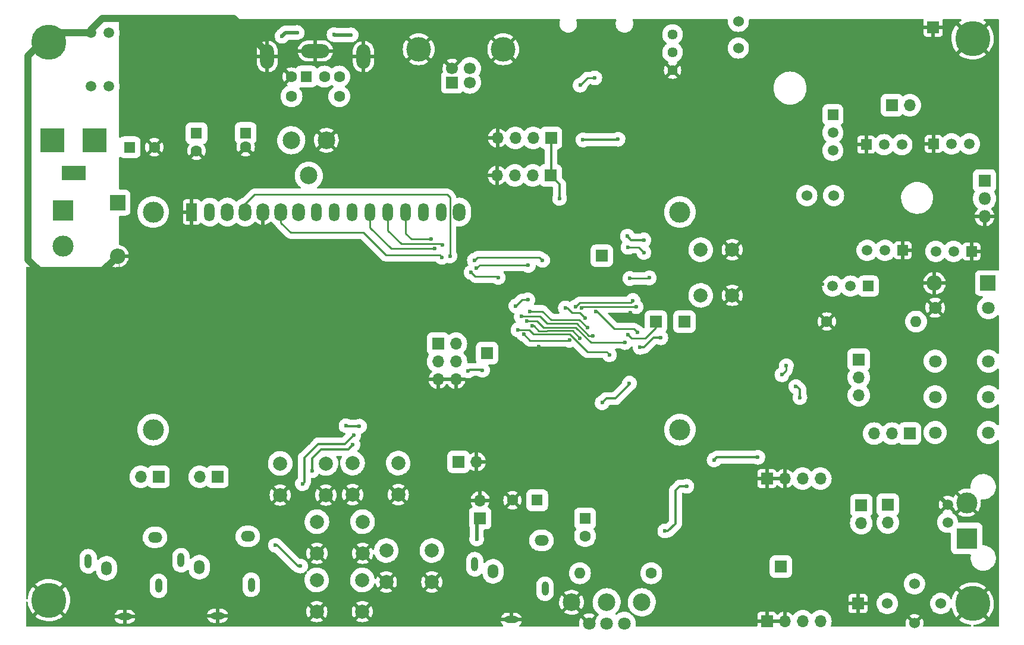
<source format=gbr>
%TF.GenerationSoftware,KiCad,Pcbnew,(6.0.11)*%
%TF.CreationDate,2023-07-06T21:07:41-05:00*%
%TF.ProjectId,LittleDX,4c697474-6c65-4445-982e-6b696361645f,rev?*%
%TF.SameCoordinates,Original*%
%TF.FileFunction,Copper,L2,Bot*%
%TF.FilePolarity,Positive*%
%FSLAX46Y46*%
G04 Gerber Fmt 4.6, Leading zero omitted, Abs format (unit mm)*
G04 Created by KiCad (PCBNEW (6.0.11)) date 2023-07-06 21:07:41*
%MOMM*%
%LPD*%
G01*
G04 APERTURE LIST*
%TA.AperFunction,ComponentPad*%
%ADD10R,1.600000X1.600000*%
%TD*%
%TA.AperFunction,ComponentPad*%
%ADD11C,1.600000*%
%TD*%
%TA.AperFunction,ComponentPad*%
%ADD12R,2.200000X2.200000*%
%TD*%
%TA.AperFunction,ComponentPad*%
%ADD13O,2.200000X2.200000*%
%TD*%
%TA.AperFunction,ComponentPad*%
%ADD14R,3.000000X3.000000*%
%TD*%
%TA.AperFunction,ComponentPad*%
%ADD15C,3.000000*%
%TD*%
%TA.AperFunction,ComponentPad*%
%ADD16R,3.500000X3.500000*%
%TD*%
%TA.AperFunction,ComponentPad*%
%ADD17R,3.500000X2.000000*%
%TD*%
%TA.AperFunction,ComponentPad*%
%ADD18R,1.700000X1.700000*%
%TD*%
%TA.AperFunction,ComponentPad*%
%ADD19O,1.700000X1.700000*%
%TD*%
%TA.AperFunction,ComponentPad*%
%ADD20R,1.520000X1.520000*%
%TD*%
%TA.AperFunction,ComponentPad*%
%ADD21C,1.520000*%
%TD*%
%TA.AperFunction,ComponentPad*%
%ADD22C,2.000000*%
%TD*%
%TA.AperFunction,ComponentPad*%
%ADD23C,2.500000*%
%TD*%
%TA.AperFunction,ComponentPad*%
%ADD24C,1.500000*%
%TD*%
%TA.AperFunction,ComponentPad*%
%ADD25C,1.800000*%
%TD*%
%TA.AperFunction,ComponentPad*%
%ADD26R,1.500000X1.500000*%
%TD*%
%TA.AperFunction,ComponentPad*%
%ADD27C,1.524000*%
%TD*%
%TA.AperFunction,ComponentPad*%
%ADD28O,2.000000X3.500000*%
%TD*%
%TA.AperFunction,ComponentPad*%
%ADD29O,4.000000X2.000000*%
%TD*%
%TA.AperFunction,ComponentPad*%
%ADD30C,1.440000*%
%TD*%
%TA.AperFunction,ComponentPad*%
%ADD31C,5.000000*%
%TD*%
%TA.AperFunction,ComponentPad*%
%ADD32O,1.600000X1.600000*%
%TD*%
%TA.AperFunction,ComponentPad*%
%ADD33R,1.800000X1.800000*%
%TD*%
%TA.AperFunction,ComponentPad*%
%ADD34O,1.800000X1.800000*%
%TD*%
%TA.AperFunction,ComponentPad*%
%ADD35O,2.000000X1.000000*%
%TD*%
%TA.AperFunction,ComponentPad*%
%ADD36O,1.000000X2.000000*%
%TD*%
%TA.AperFunction,ComponentPad*%
%ADD37O,1.500000X2.000000*%
%TD*%
%TA.AperFunction,ComponentPad*%
%ADD38O,2.000000X1.500000*%
%TD*%
%TA.AperFunction,ComponentPad*%
%ADD39R,1.500000X2.600000*%
%TD*%
%TA.AperFunction,ComponentPad*%
%ADD40O,1.500000X2.600000*%
%TD*%
%TA.AperFunction,ComponentPad*%
%ADD41O,1.800000X2.600000*%
%TD*%
%TA.AperFunction,ComponentPad*%
%ADD42C,1.700000*%
%TD*%
%TA.AperFunction,ComponentPad*%
%ADD43C,3.500000*%
%TD*%
%TA.AperFunction,ViaPad*%
%ADD44C,0.600000*%
%TD*%
%TA.AperFunction,Conductor*%
%ADD45C,0.350000*%
%TD*%
%TA.AperFunction,Conductor*%
%ADD46C,1.000000*%
%TD*%
%TA.AperFunction,Conductor*%
%ADD47C,0.500000*%
%TD*%
%TA.AperFunction,Conductor*%
%ADD48C,0.250000*%
%TD*%
G04 APERTURE END LIST*
D10*
%TO.P,C6,1*%
%TO.N,+5V*%
X75000000Y-74000000D03*
D11*
%TO.P,C6,2*%
%TO.N,GND*%
X75000000Y-76500000D03*
%TD*%
D10*
%TO.P,C19,1*%
%TO.N,Net-(C19-Pad1)*%
X130330000Y-128870000D03*
D11*
%TO.P,C19,2*%
%TO.N,SPKR*%
X130330000Y-131370000D03*
%TD*%
D10*
%TO.P,C22,1*%
%TO.N,+3.3V*%
X82000000Y-73968208D03*
D11*
%TO.P,C22,2*%
%TO.N,GND*%
X82000000Y-75968208D03*
%TD*%
D12*
%TO.P,D1,1,K*%
%TO.N,+12V*%
X63750000Y-83880000D03*
D13*
%TO.P,D1,2,A*%
%TO.N,GND*%
X63750000Y-91500000D03*
%TD*%
D14*
%TO.P,J1,1,Pin_1*%
%TO.N,Net-(C58-Pad1)*%
X56000000Y-85000000D03*
D15*
%TO.P,J1,2,Pin_2*%
%TO.N,Net-(C58-Pad2)*%
X56000000Y-90080000D03*
%TD*%
D16*
%TO.P,J2,1*%
%TO.N,Net-(C58-Pad2)*%
X60500000Y-75000000D03*
%TO.P,J2,2*%
%TO.N,Net-(C58-Pad1)*%
X54500000Y-75000000D03*
D17*
%TO.P,J2,3*%
%TO.N,unconnected-(J2-Pad3)*%
X57500000Y-79700000D03*
%TD*%
D18*
%TO.P,J5,1,Pin_1*%
%TO.N,+3.3V*%
X109400000Y-103975000D03*
D19*
%TO.P,J5,2,Pin_2*%
X111940000Y-103975000D03*
%TO.P,J5,3,Pin_3*%
%TO.N,Net-(J5-Pad3)*%
X109400000Y-106515000D03*
%TO.P,J5,4,Pin_4*%
%TO.N,Net-(J5-Pad4)*%
X111940000Y-106515000D03*
%TO.P,J5,5,Pin_5*%
%TO.N,GND*%
X109400000Y-109055000D03*
%TO.P,J5,6,Pin_6*%
X111940000Y-109055000D03*
%TD*%
D20*
%TO.P,Q3,1,S*%
%TO.N,GND*%
X170350000Y-75630000D03*
D21*
%TO.P,Q3,2,G*%
%TO.N,Net-(C23-Pad2)*%
X172890000Y-75630000D03*
%TO.P,Q3,3,D*%
%TO.N,AMPOUT*%
X175430000Y-75630000D03*
%TD*%
D22*
%TO.P,SW1,1,1*%
%TO.N,GND*%
X151290000Y-97090000D03*
X151290000Y-90590000D03*
%TO.P,SW1,2,2*%
%TO.N,Net-(C1-Pad2)*%
X146790000Y-97090000D03*
X146790000Y-90590000D03*
%TD*%
%TO.P,SW2,1,1*%
%TO.N,Net-(C10-Pad2)*%
X93425000Y-121025000D03*
X86925000Y-121025000D03*
%TO.P,SW2,2,2*%
%TO.N,GND*%
X93425000Y-125525000D03*
X86925000Y-125525000D03*
%TD*%
%TO.P,SW3,1,1*%
%TO.N,Net-(C16-Pad2)*%
X98650000Y-129325000D03*
X92150000Y-129325000D03*
%TO.P,SW3,2,2*%
%TO.N,GND*%
X92150000Y-133825000D03*
X98650000Y-133825000D03*
%TD*%
%TO.P,SW4,1,1*%
%TO.N,Net-(C17-Pad2)*%
X97225000Y-120975000D03*
X103725000Y-120975000D03*
%TO.P,SW4,2,2*%
%TO.N,GND*%
X103725000Y-125475000D03*
X97225000Y-125475000D03*
%TD*%
%TO.P,SW5,1,1*%
%TO.N,Net-(C11-Pad2)*%
X98625000Y-137625000D03*
X92125000Y-137625000D03*
%TO.P,SW5,2,2*%
%TO.N,GND*%
X98625000Y-142125000D03*
X92125000Y-142125000D03*
%TD*%
D18*
%TO.P,J9,1,Pin_1*%
%TO.N,Net-(J9-Pad1)*%
X116375000Y-105325000D03*
%TD*%
D20*
%TO.P,Q5,1,S*%
%TO.N,GND*%
X185340000Y-90830000D03*
D21*
%TO.P,Q5,2,G*%
%TO.N,Net-(C23-Pad2)*%
X182800000Y-90830000D03*
%TO.P,Q5,3,D*%
%TO.N,AMPOUT*%
X180260000Y-90830000D03*
%TD*%
D20*
%TO.P,Q6,1,S*%
%TO.N,GND*%
X175560000Y-90680000D03*
D21*
%TO.P,Q6,2,G*%
%TO.N,Net-(C23-Pad2)*%
X173020000Y-90680000D03*
%TO.P,Q6,3,D*%
%TO.N,AMPOUT*%
X170480000Y-90680000D03*
%TD*%
D20*
%TO.P,Q7,1,S*%
%TO.N,GND*%
X179960000Y-75520000D03*
D21*
%TO.P,Q7,2,G*%
%TO.N,Net-(C23-Pad2)*%
X182500000Y-75520000D03*
%TO.P,Q7,3,D*%
%TO.N,AMPOUT*%
X185040000Y-75520000D03*
%TD*%
D23*
%TO.P,RV3,1,1*%
%TO.N,GND*%
X93500000Y-75000000D03*
%TO.P,RV3,2,2*%
%TO.N,Net-(DS1-Pad3)*%
X91000000Y-80040000D03*
%TO.P,RV3,3,3*%
%TO.N,+5V*%
X88500000Y-75000000D03*
%TD*%
D18*
%TO.P,JP3,1,A*%
%TO.N,Net-(C35-Pad2)*%
X169300000Y-106240000D03*
D19*
%TO.P,JP3,2,C*%
%TO.N,RF*%
X169300000Y-108780000D03*
%TO.P,JP3,3,B*%
%TO.N,Net-(C33-Pad2)*%
X169300000Y-111320000D03*
%TD*%
D18*
%TO.P,JP4,1,1*%
%TO.N,Net-(C26-Pad2)*%
X169660000Y-126990000D03*
D19*
%TO.P,JP4,2,2*%
%TO.N,Net-(J18-Pad3)*%
X169660000Y-129530000D03*
%TD*%
D24*
%TO.P,J12,1,In*%
%TO.N,Net-(J12-Pad1)*%
X181945000Y-129425000D03*
D14*
X184673000Y-131711000D03*
D24*
%TO.P,J12,2,Ext*%
%TO.N,GND*%
X181945000Y-126885000D03*
D15*
X184673000Y-126631000D03*
%TD*%
D25*
%TO.P,RLY1,1,Coil*%
%TO.N,TXRELAY*%
X187775000Y-98845000D03*
%TO.P,RLY1,2,Pole*%
%TO.N,AMPOUT*%
X187775000Y-106465000D03*
%TO.P,RLY1,3,NC*%
%TO.N,Net-(RLY1-Pad3)*%
X187775000Y-111545000D03*
%TO.P,RLY1,4,NO*%
%TO.N,Net-(C26-Pad1)*%
X187775000Y-116625000D03*
%TO.P,RLY1,5,Coil*%
%TO.N,GND*%
X180175000Y-98845000D03*
%TO.P,RLY1,6,Pole*%
%TO.N,RF*%
X180175000Y-106465000D03*
%TO.P,RLY1,7,NC*%
%TO.N,Net-(JP7-Pad2)*%
X180175000Y-111545000D03*
%TO.P,RLY1,8,NO*%
%TO.N,unconnected-(RLY1-Pad8)*%
X180175000Y-116625000D03*
%TD*%
D26*
%TO.P,Q8,1,E*%
%TO.N,Net-(C31-Pad2)*%
X165608000Y-71374000D03*
D24*
%TO.P,Q8,2,B*%
%TO.N,Net-(C14-Pad2)*%
X165608000Y-73914000D03*
%TO.P,Q8,3,C*%
%TO.N,Net-(C14-Pad1)*%
X165608000Y-76454000D03*
%TD*%
D18*
%TO.P,JP1,1,1*%
%TO.N,Net-(D15-Pad2)*%
X174030000Y-70000000D03*
D19*
%TO.P,JP1,2,2*%
%TO.N,Net-(C31-Pad1)*%
X176570000Y-70000000D03*
%TD*%
D18*
%TO.P,JP2,1,1*%
%TO.N,Net-(J12-Pad1)*%
X173430000Y-126910000D03*
D19*
%TO.P,JP2,2,2*%
%TO.N,Net-(J18-Pad3)*%
X173430000Y-129450000D03*
%TD*%
D27*
%TO.P,T3,1,RF*%
%TO.N,Net-(J18-Pad3)*%
X173355000Y-140970000D03*
%TO.P,T3,2,RF*%
%TO.N,Net-(J12-Pad1)*%
X180975000Y-140970000D03*
%TO.P,T3,3,SAMPLE*%
%TO.N,GND*%
X177228500Y-143764000D03*
%TO.P,T3,4,SAMPLE*%
%TO.N,Net-(D16-Pad2)*%
X177228500Y-138176000D03*
%TD*%
D20*
%TO.P,Q9,1,S*%
%TO.N,Net-(Q9-Pad1)*%
X170670000Y-95770000D03*
D21*
%TO.P,Q9,2,G*%
%TO.N,Net-(Q9-Pad2)*%
X168130000Y-95770000D03*
%TO.P,Q9,3,D*%
%TO.N,Net-(C14-Pad1)*%
X165590000Y-95770000D03*
%TD*%
D18*
%TO.P,JP7,1,1*%
%TO.N,Net-(J17-Pad4)*%
X176560000Y-116780000D03*
D19*
%TO.P,JP7,2,2*%
%TO.N,Net-(JP7-Pad2)*%
X174020000Y-116780000D03*
%TO.P,JP7,3,3*%
%TO.N,Net-(J18-Pad3)*%
X171480000Y-116780000D03*
%TD*%
D10*
%TO.P,P1,1,1*%
%TO.N,PS2DATA*%
X90630000Y-65930000D03*
D11*
%TO.P,P1,2,2*%
%TO.N,unconnected-(P1-Pad2)*%
X93230000Y-65930000D03*
%TO.P,P1,3,3*%
%TO.N,GND*%
X88530000Y-65930000D03*
%TO.P,P1,4,4*%
%TO.N,+5V*%
X95330000Y-65930000D03*
%TO.P,P1,5,5*%
%TO.N,PS2CLK*%
X88530000Y-68730000D03*
%TO.P,P1,6*%
%TO.N,unconnected-(P1-Pad6)*%
X95330000Y-68730000D03*
D28*
%TO.P,P1,7,Shell*%
%TO.N,GND*%
X85080000Y-63080000D03*
X98780000Y-63080000D03*
D29*
X91930000Y-62280000D03*
%TD*%
D30*
%TO.P,RV4,1,1*%
%TO.N,+5V*%
X142790000Y-59940000D03*
%TO.P,RV4,2,2*%
%TO.N,Net-(L11-Pad2)*%
X142790000Y-62480000D03*
%TO.P,RV4,3,3*%
%TO.N,GND*%
X142790000Y-65020000D03*
%TD*%
D31*
%TO.P,J3,1,Pin_1*%
%TO.N,GND*%
X54000000Y-61000000D03*
%TD*%
%TO.P,J4,1,Pin_1*%
%TO.N,GND*%
X185500000Y-60500000D03*
%TD*%
%TO.P,J6,1,Pin_1*%
%TO.N,GND*%
X185500000Y-141000000D03*
%TD*%
%TO.P,J7,1,Pin_1*%
%TO.N,GND*%
X54000000Y-140500000D03*
%TD*%
D24*
%TO.P,T4,1*%
%TO.N,Net-(C58-Pad1)*%
X60000000Y-67310000D03*
%TO.P,T4,2*%
%TO.N,GND*%
X60000000Y-59690000D03*
%TO.P,T4,3*%
%TO.N,Net-(C58-Pad2)*%
X62540000Y-67310000D03*
%TO.P,T4,4*%
%TO.N,+12V*%
X62540000Y-59690000D03*
%TD*%
D12*
%TO.P,D6,1,K*%
%TO.N,AMPOUT*%
X187700000Y-95360000D03*
D13*
%TO.P,D6,2,A*%
%TO.N,GND*%
X180080000Y-95360000D03*
%TD*%
D11*
%TO.P,R41,1*%
%TO.N,GND*%
X164750000Y-100820000D03*
D32*
%TO.P,R41,2*%
%TO.N,Net-(Q9-Pad1)*%
X177450000Y-100820000D03*
%TD*%
D11*
%TO.P,L10,1,1*%
%TO.N,Net-(L10-Pad1)*%
X139750000Y-136660000D03*
D32*
%TO.P,L10,2,2*%
%TO.N,Net-(C19-Pad1)*%
X129590000Y-136660000D03*
%TD*%
D18*
%TO.P,J14,1,Pin_1*%
%TO.N,AUDIO*%
X158220000Y-135730000D03*
%TD*%
%TO.P,J15,1,Pin_1*%
%TO.N,GND*%
X169175000Y-140985000D03*
%TD*%
%TO.P,J16,1,Pin_1*%
%TO.N,GND*%
X179900000Y-58900000D03*
%TD*%
D10*
%TO.P,C3,1*%
%TO.N,+12V*%
X65500000Y-76000000D03*
D11*
%TO.P,C3,2*%
%TO.N,GND*%
X69000000Y-76000000D03*
%TD*%
D27*
%TO.P,L4,1,1*%
%TO.N,+12V*%
X152146000Y-58039000D03*
%TO.P,L4,2,2*%
%TO.N,Net-(C31-Pad2)*%
X152146000Y-61849000D03*
%TD*%
%TO.P,L6,1,1*%
%TO.N,Net-(C14-Pad1)*%
X161895000Y-82875000D03*
%TO.P,L6,2,2*%
%TO.N,AMPOUT*%
X165705000Y-82875000D03*
%TD*%
D33*
%TO.P,Q15,1,G*%
%TO.N,Net-(C23-Pad2)*%
X187210000Y-80770000D03*
D34*
%TO.P,Q15,2,D*%
%TO.N,AMPOUT*%
X187210000Y-83310000D03*
%TO.P,Q15,3,S*%
%TO.N,GND*%
X187210000Y-85850000D03*
%TD*%
D25*
%TO.P,RV1,1,1*%
%TO.N,Net-(C34-Pad2)*%
X135900000Y-143800000D03*
D23*
X138400000Y-140800000D03*
D25*
%TO.P,RV1,2,2*%
%TO.N,Net-(RV1-Pad2)*%
X133400000Y-143800000D03*
D23*
X133400000Y-140800000D03*
D25*
%TO.P,RV1,3,3*%
%TO.N,GND*%
X130900000Y-143800000D03*
D23*
X128400000Y-140800000D03*
%TD*%
D18*
%TO.P,J10,1,Pin_1*%
%TO.N,TRANSMIT*%
X140410000Y-100830000D03*
%TD*%
D22*
%TO.P,SW6,1,1*%
%TO.N,Net-(C61-Pad2)*%
X102025000Y-133425000D03*
X108525000Y-133425000D03*
%TO.P,SW6,2,2*%
%TO.N,GND*%
X108525000Y-137925000D03*
X102025000Y-137925000D03*
%TD*%
D10*
%TO.P,C53,1*%
%TO.N,+12V*%
X123500000Y-126260000D03*
D11*
%TO.P,C53,2*%
%TO.N,GND*%
X120000000Y-126260000D03*
%TD*%
D18*
%TO.P,J17,1,Pin_1*%
%TO.N,GND*%
X156210000Y-123190000D03*
D19*
%TO.P,J17,2,Pin_2*%
X158750000Y-123190000D03*
%TO.P,J17,3,Pin_3*%
%TO.N,Net-(C26-Pad2)*%
X161290000Y-123190000D03*
%TO.P,J17,4,Pin_4*%
%TO.N,Net-(J17-Pad4)*%
X163830000Y-123190000D03*
%TD*%
D18*
%TO.P,J18,1,Pin_1*%
%TO.N,GND*%
X156220000Y-143510000D03*
D19*
%TO.P,J18,2,Pin_2*%
X158760000Y-143510000D03*
%TO.P,J18,3,Pin_3*%
%TO.N,Net-(J18-Pad3)*%
X161300000Y-143510000D03*
%TO.P,J18,4,Pin_4*%
X163840000Y-143510000D03*
%TD*%
D35*
%TO.P,J19,G*%
%TO.N,GND*%
X64800000Y-142860000D03*
D36*
%TO.P,J19,S1*%
%TO.N,Net-(C68-Pad2)*%
X59600000Y-134960000D03*
D37*
%TO.P,J19,SN1*%
%TO.N,unconnected-(J19-PadSN1)*%
X62200000Y-135960000D03*
D36*
%TO.P,J19,T1*%
%TO.N,Net-(C67-Pad2)*%
X69600000Y-138460000D03*
D38*
%TO.P,J19,TN1*%
%TO.N,unconnected-(J19-PadTN1)*%
X69100000Y-131560000D03*
%TD*%
D15*
%TO.P,DS1,*%
%TO.N,*%
X68830900Y-85230000D03*
X68830900Y-116230700D03*
X143830000Y-85230000D03*
X143829480Y-116230700D03*
D39*
%TO.P,DS1,1,VSS*%
%TO.N,GND*%
X74330000Y-85230000D03*
D40*
%TO.P,DS1,2,VDD*%
%TO.N,+3.3V*%
X76870000Y-85230000D03*
D41*
%TO.P,DS1,3,VO*%
%TO.N,Net-(DS1-Pad3)*%
X79410000Y-85230000D03*
%TO.P,DS1,4,RS*%
%TO.N,RS*%
X81950000Y-85230000D03*
%TO.P,DS1,5,R/W*%
%TO.N,GND*%
X84490000Y-85230000D03*
%TO.P,DS1,6,E*%
%TO.N,E*%
X87030000Y-85230000D03*
%TO.P,DS1,7,D0*%
%TO.N,unconnected-(DS1-Pad7)*%
X89570000Y-85230000D03*
D40*
%TO.P,DS1,8,D1*%
%TO.N,unconnected-(DS1-Pad8)*%
X92110000Y-85230000D03*
%TO.P,DS1,9,D2*%
%TO.N,unconnected-(DS1-Pad9)*%
X94650000Y-85230000D03*
%TO.P,DS1,10,D3*%
%TO.N,unconnected-(DS1-Pad10)*%
X97190000Y-85230000D03*
%TO.P,DS1,11,D4*%
%TO.N,DB4*%
X99730000Y-85230000D03*
%TO.P,DS1,12,D5*%
%TO.N,DB5*%
X102270000Y-85230000D03*
%TO.P,DS1,13,D6*%
%TO.N,DB6*%
X104810000Y-85230000D03*
%TO.P,DS1,14,D7*%
%TO.N,DB7*%
X107350000Y-85230000D03*
%TO.P,DS1,15,LED(+)*%
%TO.N,Net-(DS1-Pad15)*%
X109890000Y-85230000D03*
D41*
%TO.P,DS1,16,LED(-)*%
%TO.N,Net-(DS1-Pad16)*%
X112430000Y-85230000D03*
%TD*%
D18*
%TO.P,J24,1,Pin_1*%
%TO.N,TRANSMIT*%
X144470000Y-100850000D03*
%TD*%
%TO.P,J22,1,Pin_1*%
%TO.N,SPKR*%
X115390000Y-128820000D03*
D19*
%TO.P,J22,2,Pin_2*%
%TO.N,GND*%
X115390000Y-126280000D03*
%TD*%
D18*
%TO.P,JP9,1,1*%
%TO.N,Net-(C69-Pad1)*%
X77978000Y-122936000D03*
D19*
%TO.P,JP9,2,2*%
%TO.N,Net-(JP9-Pad2)*%
X75438000Y-122936000D03*
%TD*%
D18*
%TO.P,J25,1,Pin_1*%
%TO.N,+3.3V*%
X125420000Y-80010000D03*
D19*
%TO.P,J25,2,Pin_2*%
%TO.N,Net-(J25-Pad2)*%
X122880000Y-80010000D03*
%TO.P,J25,3,Pin_3*%
%TO.N,Net-(J25-Pad3)*%
X120340000Y-80010000D03*
%TO.P,J25,4,Pin_4*%
%TO.N,GND*%
X117800000Y-80010000D03*
%TD*%
D18*
%TO.P,J21,1,Pin_1*%
%TO.N,Net-(J21-Pad1)*%
X132700000Y-91460000D03*
%TD*%
D35*
%TO.P,J8,G*%
%TO.N,GND*%
X119825000Y-143285000D03*
D36*
%TO.P,J8,S1*%
%TO.N,SPKR*%
X114625000Y-135385000D03*
D37*
%TO.P,J8,SN1*%
%TO.N,unconnected-(J8-PadSN1)*%
X117225000Y-136385000D03*
D36*
%TO.P,J8,T1*%
%TO.N,SPKR*%
X124625000Y-138885000D03*
D38*
%TO.P,J8,TN1*%
%TO.N,unconnected-(J8-PadTN1)*%
X124125000Y-131985000D03*
%TD*%
D18*
%TO.P,J27,1,Pin_1*%
%TO.N,+3.3V*%
X125476000Y-74676000D03*
D19*
%TO.P,J27,2,Pin_2*%
%TO.N,TXD*%
X122936000Y-74676000D03*
%TO.P,J27,3,Pin_3*%
%TO.N,RXD*%
X120396000Y-74676000D03*
%TO.P,J27,4,Pin_4*%
%TO.N,GND*%
X117856000Y-74676000D03*
%TD*%
D18*
%TO.P,J26,1,VBUS*%
%TO.N,Net-(D5-Pad2)*%
X111410000Y-66760000D03*
D42*
%TO.P,J26,2,D-*%
%TO.N,Net-(J26-Pad2)*%
X113910000Y-66760000D03*
%TO.P,J26,3,D+*%
%TO.N,Net-(J26-Pad3)*%
X113910000Y-64760000D03*
%TO.P,J26,4,GND*%
%TO.N,GND*%
X111410000Y-64760000D03*
D43*
%TO.P,J26,5,Shield*%
X118680000Y-62050000D03*
X106640000Y-62050000D03*
%TD*%
D18*
%TO.P,JP6,1,1*%
%TO.N,Net-(C66-Pad1)*%
X69596000Y-122936000D03*
D19*
%TO.P,JP6,2,2*%
%TO.N,Net-(JP6-Pad2)*%
X67056000Y-122936000D03*
%TD*%
D35*
%TO.P,J11,G*%
%TO.N,GND*%
X78000000Y-142710000D03*
D36*
%TO.P,J11,S1*%
%TO.N,unconnected-(J11-PadS1)*%
X72800000Y-134810000D03*
D37*
%TO.P,J11,SN1*%
%TO.N,unconnected-(J11-PadSN1)*%
X75400000Y-135810000D03*
D36*
%TO.P,J11,T1*%
%TO.N,Net-(C62-Pad2)*%
X82800000Y-138310000D03*
D38*
%TO.P,J11,TN1*%
%TO.N,unconnected-(J11-PadTN1)*%
X82300000Y-131410000D03*
%TD*%
D18*
%TO.P,J20,1,Pin_1*%
%TO.N,VBAT*%
X112320000Y-120790000D03*
D19*
%TO.P,J20,2,Pin_2*%
%TO.N,GND*%
X114860000Y-120790000D03*
%TD*%
D44*
%TO.N,+5V*%
X141680000Y-130630000D03*
X144820000Y-124270000D03*
%TO.N,GND*%
X172240000Y-81780000D03*
X175070000Y-87320000D03*
X60350000Y-119590000D03*
X178620000Y-87470000D03*
X131410000Y-107190000D03*
X85475000Y-127550000D03*
X91300000Y-100840000D03*
X171270000Y-87600000D03*
X179690000Y-80510000D03*
X120000000Y-85520000D03*
X173180000Y-83130000D03*
X176250000Y-111550000D03*
X153775000Y-100725000D03*
X188230000Y-74070000D03*
X126100000Y-90190000D03*
X136490000Y-92060000D03*
X155640000Y-106310000D03*
X144975000Y-139860000D03*
X169990000Y-79850000D03*
X69500000Y-71000000D03*
X164650000Y-132210000D03*
X150040000Y-108020000D03*
X146180000Y-79170000D03*
X118310000Y-105810000D03*
X180848000Y-87376000D03*
X158240000Y-84440000D03*
X157850000Y-127530000D03*
X164030000Y-119090000D03*
X181430000Y-86550000D03*
X174190000Y-78220000D03*
X185440000Y-72150000D03*
X89590000Y-103130000D03*
X158250000Y-76750000D03*
X64500000Y-61000000D03*
X123698000Y-104394000D03*
X160275000Y-129960000D03*
X184650000Y-83670000D03*
X156900000Y-84880000D03*
X144350000Y-74890000D03*
X90000000Y-108000000D03*
X184070000Y-87550000D03*
X181020000Y-78150000D03*
X183170000Y-86570000D03*
X159500000Y-75250000D03*
X168280000Y-64970000D03*
X184630000Y-78280000D03*
X59140000Y-129250000D03*
X134150000Y-109940000D03*
X120650000Y-64500000D03*
X152690000Y-123150000D03*
X172500000Y-78230000D03*
X182610000Y-78370000D03*
X183930000Y-80800000D03*
X159000000Y-71000000D03*
X154125000Y-139960000D03*
X106680000Y-113284000D03*
X67982523Y-65807523D03*
X161500000Y-72750000D03*
X183060000Y-80250000D03*
X178050000Y-94500000D03*
X179970000Y-86010000D03*
X181864000Y-81280000D03*
X171196000Y-82804000D03*
X108580000Y-118980000D03*
X172130000Y-79680000D03*
X152250000Y-69290000D03*
X67470000Y-128620000D03*
X126910000Y-115640000D03*
X177330000Y-79680000D03*
X179520000Y-78190000D03*
X93660000Y-98420000D03*
X184650000Y-82230000D03*
X149540000Y-79960000D03*
X121225000Y-112650000D03*
X161500000Y-74000000D03*
X176710000Y-78170000D03*
X160250000Y-71000000D03*
X133690000Y-67170000D03*
X174780000Y-86100000D03*
X183190000Y-84310000D03*
X180870000Y-79420000D03*
X107920000Y-129860000D03*
X169950000Y-86120000D03*
X80400000Y-103300000D03*
X89000000Y-110000000D03*
X81150000Y-62100000D03*
X155604500Y-107212411D03*
X148875000Y-141735000D03*
X152725000Y-134375000D03*
X161500000Y-76500000D03*
X144740000Y-128160000D03*
X158000000Y-71000000D03*
X144988056Y-120158056D03*
X160000000Y-72000000D03*
X72500000Y-71500000D03*
X170080000Y-83540000D03*
X121150000Y-110190000D03*
X173140000Y-84550000D03*
X181820000Y-82660000D03*
X177370000Y-86260000D03*
X72500000Y-61000000D03*
X156750000Y-76500000D03*
X144950000Y-122490000D03*
X147950000Y-62300000D03*
X156750000Y-72500000D03*
X90975000Y-118100000D03*
X81520000Y-61180000D03*
X161500000Y-71250000D03*
X152725000Y-133200000D03*
X139680000Y-129175500D03*
X128025000Y-115475000D03*
X160500000Y-73750000D03*
X173690000Y-111480000D03*
X148542000Y-75692000D03*
X164120000Y-95460000D03*
X167530000Y-114470000D03*
X62330000Y-125070000D03*
X156500000Y-74500000D03*
X157750000Y-75000000D03*
X173228000Y-86868000D03*
X182370000Y-85790000D03*
X164100000Y-108500000D03*
X136740000Y-99560000D03*
X171196000Y-80772000D03*
X82100000Y-118875000D03*
X171140000Y-78230000D03*
X132040000Y-118310000D03*
X149970000Y-111650000D03*
X127140000Y-95390000D03*
X75470000Y-71490000D03*
X159750000Y-76750000D03*
X173850000Y-81150000D03*
X170040000Y-81630000D03*
X171560000Y-134030000D03*
X132560000Y-115280000D03*
X181356000Y-84328000D03*
X171196000Y-85344000D03*
X156750000Y-71000000D03*
%TO.N,Net-(C11-Pad2)*%
X90085000Y-123925000D03*
X97376944Y-117001944D03*
%TO.N,Net-(C1-Pad2)*%
X138160000Y-104480000D03*
X141110000Y-103130000D03*
X136640000Y-109610000D03*
X132770000Y-112380000D03*
%TO.N,TRANSMIT*%
X138690000Y-89200000D03*
X136425000Y-102700000D03*
X136360000Y-88660000D03*
%TO.N,Net-(C10-Pad2)*%
X98200000Y-115725000D03*
X96300000Y-115650000D03*
%TO.N,DB5*%
X122825000Y-101450000D03*
X129604089Y-103170911D03*
X110000000Y-89875500D03*
%TO.N,DB4*%
X133800000Y-105550000D03*
X108900000Y-90400000D03*
X120775000Y-102000500D03*
%TO.N,DB7*%
X121250000Y-100100000D03*
X131413500Y-102842000D03*
%TO.N,DB6*%
X122025000Y-100725000D03*
X108400000Y-89050000D03*
X136025000Y-103800000D03*
%TO.N,RS*%
X114575000Y-92100000D03*
X124284342Y-92097520D03*
X130325000Y-100300000D03*
X111100000Y-91475000D03*
X127525000Y-98875000D03*
%TO.N,E*%
X117950000Y-94550000D03*
X122500000Y-99400000D03*
X109975000Y-91675000D03*
X114100000Y-93825000D03*
X130650000Y-101699500D03*
%TO.N,Net-(C16-Pad2)*%
X97275000Y-118325000D03*
X91450000Y-122075000D03*
%TO.N,SDA*%
X137580000Y-98710000D03*
X129800000Y-98900000D03*
%TO.N,SCL*%
X158980000Y-107120000D03*
X128950000Y-98749500D03*
X158360000Y-108390000D03*
X137140000Y-97830000D03*
%TO.N,+3.3V*%
X89814000Y-135636000D03*
X115725000Y-107750000D03*
X139475000Y-94600000D03*
X94590000Y-59950000D03*
X113700000Y-107850000D03*
X89320000Y-59670000D03*
X87180000Y-60180000D03*
X126700000Y-83290000D03*
X86244000Y-132684000D03*
X97010000Y-60000000D03*
X136695500Y-94690000D03*
X135025000Y-74850000D03*
X130028000Y-74950000D03*
%TO.N,PS2CLK*%
X122175000Y-97725000D03*
X120475000Y-98600000D03*
%TO.N,SPKR*%
X114890000Y-131780000D03*
%TO.N,Net-(C28-Pad2)*%
X148700000Y-120530000D03*
X154920000Y-120150000D03*
%TO.N,Net-(C50-Pad1)*%
X160910000Y-111640000D03*
X160350000Y-110080000D03*
%TO.N,Net-(J5-Pad3)*%
X128125000Y-103495500D03*
X121595661Y-102626000D03*
%TO.N,CS*%
X138710000Y-90970000D03*
X131710000Y-66110000D03*
X129620000Y-67150000D03*
X136450000Y-90240000D03*
%TO.N,RADIORESET*%
X137750000Y-102350000D03*
X131849500Y-99425000D03*
%TO.N,PTT*%
X122250000Y-92825000D03*
X114875000Y-93225000D03*
%TD*%
D45*
%TO.N,+5V*%
X141680000Y-130630000D02*
X142150000Y-130630000D01*
X143190000Y-129590000D02*
X143190000Y-124880000D01*
X143800000Y-124270000D02*
X144820000Y-124270000D01*
X142150000Y-130630000D02*
X143190000Y-129590000D01*
X143190000Y-124880000D02*
X143800000Y-124270000D01*
D46*
%TO.N,GND*%
X85080000Y-62480000D02*
X85080000Y-63080000D01*
D47*
X179690000Y-80510000D02*
X178860000Y-79680000D01*
D45*
X161500000Y-72750000D02*
X161500000Y-71250000D01*
D46*
X53000000Y-61000000D02*
X51000000Y-63000000D01*
D45*
X156750000Y-71000000D02*
X158000000Y-71000000D01*
D46*
X61630000Y-57660000D02*
X80260000Y-57660000D01*
D47*
X179690000Y-80510000D02*
X181094000Y-80510000D01*
X180980000Y-78190000D02*
X181020000Y-78150000D01*
X173220000Y-81780000D02*
X173850000Y-81150000D01*
X178620000Y-87470000D02*
X180754000Y-87470000D01*
D45*
X159250000Y-75000000D02*
X159500000Y-75250000D01*
D47*
X174690000Y-86100000D02*
X173140000Y-84550000D01*
X184070000Y-87550000D02*
X183750000Y-87870000D01*
X183060000Y-80250000D02*
X183060000Y-79850000D01*
X184650000Y-83670000D02*
X184650000Y-82230000D01*
X179970000Y-86010000D02*
X179970000Y-85714000D01*
D45*
X159000000Y-71000000D02*
X160250000Y-71000000D01*
D47*
X173140000Y-84550000D02*
X173140000Y-86780000D01*
X181342000Y-87870000D02*
X180848000Y-87376000D01*
D46*
X55310000Y-59690000D02*
X54000000Y-61000000D01*
D45*
X158250000Y-76750000D02*
X159750000Y-76750000D01*
D47*
X173850000Y-81150000D02*
X173850000Y-82460000D01*
X183190000Y-84310000D02*
X183190000Y-84970000D01*
X176660000Y-78220000D02*
X176710000Y-78170000D01*
X169950000Y-86280000D02*
X171270000Y-87600000D01*
D45*
X156500000Y-74500000D02*
X156750000Y-74250000D01*
D46*
X60000000Y-59690000D02*
X60000000Y-59290000D01*
D47*
X181094000Y-80510000D02*
X181864000Y-81280000D01*
D45*
X160000000Y-73250000D02*
X160000000Y-72000000D01*
D47*
X173680000Y-87320000D02*
X173228000Y-86868000D01*
D46*
X80260000Y-57660000D02*
X85080000Y-62480000D01*
D47*
X169950000Y-86120000D02*
X169950000Y-83670000D01*
X181430000Y-86550000D02*
X181610000Y-86550000D01*
X173850000Y-82460000D02*
X173180000Y-83130000D01*
X171196000Y-85344000D02*
X171196000Y-82804000D01*
X183060000Y-79850000D02*
X184630000Y-78280000D01*
X183190000Y-84970000D02*
X182370000Y-85790000D01*
X179720000Y-86260000D02*
X179970000Y-86010000D01*
X171196000Y-80614000D02*
X172130000Y-79680000D01*
X170040000Y-81630000D02*
X170040000Y-79900000D01*
X180754000Y-87470000D02*
X180848000Y-87376000D01*
X183750000Y-87870000D02*
X181342000Y-87870000D01*
X179520000Y-78190000D02*
X180980000Y-78190000D01*
D45*
X157750000Y-75000000D02*
X159250000Y-75000000D01*
D46*
X53000000Y-94000000D02*
X61250000Y-94000000D01*
D47*
X171196000Y-80772000D02*
X171196000Y-80614000D01*
X184070000Y-87470000D02*
X183170000Y-86570000D01*
D46*
X51000000Y-63000000D02*
X51000000Y-92000000D01*
D47*
X179970000Y-85714000D02*
X181356000Y-84328000D01*
D45*
X160500000Y-73750000D02*
X160000000Y-73250000D01*
D47*
X182610000Y-78370000D02*
X181240000Y-78370000D01*
X177370000Y-86260000D02*
X179720000Y-86260000D01*
D45*
X148542000Y-75692000D02*
X155942000Y-75692000D01*
D47*
X183930000Y-80800000D02*
X183610000Y-80800000D01*
X181240000Y-78370000D02*
X181020000Y-78150000D01*
D45*
X155942000Y-75692000D02*
X156750000Y-76500000D01*
D47*
X181610000Y-86550000D02*
X182370000Y-85790000D01*
X170040000Y-79900000D02*
X169990000Y-79850000D01*
X172240000Y-81780000D02*
X173220000Y-81780000D01*
X172500000Y-78230000D02*
X171140000Y-78230000D01*
X175070000Y-87320000D02*
X173680000Y-87320000D01*
X169950000Y-86120000D02*
X169950000Y-86280000D01*
D46*
X51000000Y-92000000D02*
X53000000Y-94000000D01*
D45*
X161500000Y-76500000D02*
X161500000Y-74000000D01*
D47*
X179780000Y-80510000D02*
X180870000Y-79420000D01*
X181820000Y-83864000D02*
X181356000Y-84328000D01*
X169950000Y-83670000D02*
X170080000Y-83540000D01*
X179690000Y-80510000D02*
X179780000Y-80510000D01*
D46*
X54000000Y-61000000D02*
X53000000Y-61000000D01*
D47*
X174780000Y-86100000D02*
X174690000Y-86100000D01*
X181820000Y-82660000D02*
X181820000Y-83864000D01*
D46*
X60000000Y-59290000D02*
X61630000Y-57660000D01*
D47*
X178860000Y-79680000D02*
X177330000Y-79680000D01*
D46*
X61250000Y-94000000D02*
X63750000Y-91500000D01*
D47*
X183610000Y-80800000D02*
X183060000Y-80250000D01*
D45*
X156750000Y-74250000D02*
X156750000Y-72500000D01*
D47*
X173140000Y-86780000D02*
X173228000Y-86868000D01*
X174190000Y-78220000D02*
X176660000Y-78220000D01*
D46*
X60000000Y-59690000D02*
X55310000Y-59690000D01*
D47*
X184070000Y-87550000D02*
X184070000Y-87470000D01*
D45*
%TO.N,Net-(C11-Pad2)*%
X90085000Y-123925000D02*
X90350000Y-123660000D01*
X90350000Y-120250000D02*
X92350000Y-118250000D01*
X90350000Y-123660000D02*
X90350000Y-120250000D01*
X92350000Y-118250000D02*
X96128888Y-118250000D01*
X96128888Y-118250000D02*
X97376944Y-117001944D01*
%TO.N,Net-(C1-Pad2)*%
X134660000Y-111790000D02*
X133360000Y-111790000D01*
X136640000Y-109610000D02*
X136640000Y-109810000D01*
X140040000Y-103130000D02*
X138690000Y-104480000D01*
X136640000Y-109810000D02*
X134660000Y-111790000D01*
X133360000Y-111790000D02*
X132770000Y-112380000D01*
X138690000Y-104480000D02*
X138160000Y-104480000D01*
X141110000Y-103130000D02*
X140040000Y-103130000D01*
D48*
%TO.N,TRANSMIT*%
X136425000Y-102700000D02*
X136905000Y-103180000D01*
D45*
X136900000Y-89200000D02*
X138690000Y-89200000D01*
X136360000Y-88660000D02*
X136900000Y-89200000D01*
D48*
X140410000Y-101690000D02*
X140410000Y-100830000D01*
X136905000Y-103180000D02*
X138920000Y-103180000D01*
X138920000Y-103180000D02*
X140410000Y-101690000D01*
D45*
%TO.N,Net-(C10-Pad2)*%
X98200000Y-115725000D02*
X96375000Y-115725000D01*
X96375000Y-115725000D02*
X96300000Y-115650000D01*
D48*
%TO.N,DB5*%
X123775000Y-102150000D02*
X123175000Y-101550000D01*
X123175000Y-101550000D02*
X123075000Y-101450000D01*
X124950000Y-102125000D02*
X124925000Y-102150000D01*
X110000000Y-89875500D02*
X109874500Y-89750000D01*
X124950000Y-102125000D02*
X128558178Y-102125000D01*
X109874500Y-89750000D02*
X104150000Y-89750000D01*
X129604089Y-103170911D02*
X128558178Y-102125000D01*
X104150000Y-89750000D02*
X102270000Y-87870000D01*
X123075000Y-101450000D02*
X122825000Y-101450000D01*
X124925000Y-102150000D02*
X123775000Y-102150000D01*
X102270000Y-87870000D02*
X102270000Y-85230000D01*
%TO.N,DB4*%
X130675000Y-105125000D02*
X128150000Y-102600000D01*
X133800000Y-105550000D02*
X133800000Y-105500000D01*
X122975000Y-102600000D02*
X122375500Y-102000500D01*
X133800000Y-105500000D02*
X133425000Y-105125000D01*
X133425000Y-105125000D02*
X130675000Y-105125000D01*
X122375500Y-102000500D02*
X120775000Y-102000500D01*
X108875000Y-90425000D02*
X102700000Y-90425000D01*
X108900000Y-90400000D02*
X108875000Y-90425000D01*
X99730000Y-87455000D02*
X99730000Y-85230000D01*
X128150000Y-102600000D02*
X122975000Y-102600000D01*
X102700000Y-90425000D02*
X99730000Y-87455000D01*
%TO.N,DB7*%
X123925000Y-100100000D02*
X121250000Y-100100000D01*
X124950000Y-101125000D02*
X123925000Y-100100000D01*
X130853396Y-102842000D02*
X129136396Y-101125000D01*
X131413500Y-102842000D02*
X130853396Y-102842000D01*
X129136396Y-101125000D02*
X124950000Y-101125000D01*
%TO.N,DB6*%
X104810000Y-88260000D02*
X104810000Y-85230000D01*
X129025000Y-101650000D02*
X131175000Y-103800000D01*
X124400000Y-101650000D02*
X129025000Y-101650000D01*
X123475000Y-100725000D02*
X124400000Y-101650000D01*
X122025000Y-100725000D02*
X123475000Y-100725000D01*
X131175000Y-103800000D02*
X136025000Y-103800000D01*
X108400000Y-89050000D02*
X105600000Y-89050000D01*
X105600000Y-89050000D02*
X104810000Y-88260000D01*
%TO.N,RS*%
X128450000Y-99525000D02*
X127800000Y-98875000D01*
X130325000Y-100300000D02*
X129550000Y-99525000D01*
X81950000Y-84100000D02*
X81950000Y-85230000D01*
X111100000Y-91475000D02*
X111090000Y-91465000D01*
X111090000Y-83150000D02*
X110690000Y-82750000D01*
X127800000Y-98875000D02*
X127525000Y-98875000D01*
X115025000Y-91650000D02*
X114575000Y-92100000D01*
X111090000Y-91465000D02*
X111090000Y-83150000D01*
X123836822Y-91650000D02*
X115025000Y-91650000D01*
X129550000Y-99525000D02*
X128450000Y-99525000D01*
X110690000Y-82750000D02*
X83300000Y-82750000D01*
X83300000Y-82750000D02*
X81950000Y-84100000D01*
X124284342Y-92097520D02*
X123836822Y-91650000D01*
%TO.N,E*%
X114700000Y-94425000D02*
X117825000Y-94425000D01*
X109675000Y-91375000D02*
X101950000Y-91375000D01*
X88425000Y-88150000D02*
X87030000Y-86755000D01*
X122525000Y-99375000D02*
X122500000Y-99400000D01*
X124275000Y-99375000D02*
X122525000Y-99375000D01*
X130650000Y-101699500D02*
X129525500Y-100575000D01*
X109975000Y-91675000D02*
X109675000Y-91375000D01*
X101950000Y-91375000D02*
X98725000Y-88150000D01*
X98725000Y-88150000D02*
X88425000Y-88150000D01*
X117825000Y-94425000D02*
X117950000Y-94550000D01*
X114100000Y-93825000D02*
X114700000Y-94425000D01*
X125475000Y-100575000D02*
X124275000Y-99375000D01*
X125475000Y-100575000D02*
X129525500Y-100575000D01*
X87030000Y-86755000D02*
X87030000Y-85230000D01*
D45*
%TO.N,Net-(C16-Pad2)*%
X96600000Y-119000000D02*
X92725000Y-119000000D01*
X92725000Y-119000000D02*
X91450000Y-120275000D01*
X91450000Y-120275000D02*
X91450000Y-122075000D01*
X97275000Y-118325000D02*
X96600000Y-119000000D01*
D48*
%TO.N,SDA*%
X137545000Y-98675000D02*
X130025000Y-98675000D01*
X130025000Y-98675000D02*
X129800000Y-98900000D01*
X137580000Y-98710000D02*
X137545000Y-98675000D01*
%TO.N,SCL*%
X137140000Y-97830000D02*
X136820000Y-98150000D01*
X158980000Y-107770000D02*
X158360000Y-108390000D01*
X129549500Y-98150000D02*
X128950000Y-98749500D01*
X158980000Y-107120000D02*
X158980000Y-107770000D01*
X136820000Y-98150000D02*
X129549500Y-98150000D01*
%TO.N,+3.3V*%
X136695500Y-94690000D02*
X139385000Y-94690000D01*
D47*
X94590000Y-59950000D02*
X94640000Y-60000000D01*
D48*
X139385000Y-94690000D02*
X139475000Y-94600000D01*
D45*
X86464000Y-132684000D02*
X86244000Y-132684000D01*
X113700000Y-107850000D02*
X113900000Y-107650000D01*
X113900000Y-107650000D02*
X115625000Y-107650000D01*
X125476000Y-74676000D02*
X125476000Y-79954000D01*
X89814000Y-135636000D02*
X89416000Y-135636000D01*
X126700000Y-81290000D02*
X125420000Y-80010000D01*
X115625000Y-107650000D02*
X115725000Y-107750000D01*
X130028000Y-74950000D02*
X134925000Y-74950000D01*
X89416000Y-135636000D02*
X86464000Y-132684000D01*
D47*
X94640000Y-60000000D02*
X97010000Y-60000000D01*
X87690000Y-59670000D02*
X87180000Y-60180000D01*
X89320000Y-59670000D02*
X87690000Y-59670000D01*
D45*
X134925000Y-74950000D02*
X135025000Y-74850000D01*
X125476000Y-79954000D02*
X125420000Y-80010000D01*
X126700000Y-83290000D02*
X126700000Y-81290000D01*
D48*
%TO.N,PS2CLK*%
X120475000Y-98600000D02*
X121350000Y-97725000D01*
X121350000Y-97725000D02*
X122175000Y-97725000D01*
D47*
%TO.N,SPKR*%
X114890000Y-131780000D02*
X114890000Y-129320000D01*
X114890000Y-129320000D02*
X115390000Y-128820000D01*
D45*
%TO.N,Net-(C28-Pad2)*%
X154920000Y-120150000D02*
X149080000Y-120150000D01*
X149080000Y-120150000D02*
X148700000Y-120530000D01*
%TO.N,Net-(C50-Pad1)*%
X160510000Y-110080000D02*
X160350000Y-110080000D01*
X160910000Y-110480000D02*
X160510000Y-110080000D01*
X160910000Y-111640000D02*
X160910000Y-110480000D01*
D48*
%TO.N,Net-(J5-Pad3)*%
X122469661Y-103500000D02*
X128120500Y-103500000D01*
X121595661Y-102626000D02*
X122469661Y-103500000D01*
X128120500Y-103500000D02*
X128125000Y-103495500D01*
%TO.N,CS*%
X131710000Y-66110000D02*
X130660000Y-66110000D01*
X130660000Y-66110000D02*
X129620000Y-67150000D01*
X137980000Y-90240000D02*
X138710000Y-90970000D01*
X136450000Y-90240000D02*
X137980000Y-90240000D01*
%TO.N,RADIORESET*%
X132025000Y-99425000D02*
X131849500Y-99425000D01*
X137750000Y-102350000D02*
X137280000Y-101880000D01*
X134480000Y-101880000D02*
X132025000Y-99425000D01*
X137280000Y-101880000D02*
X134480000Y-101880000D01*
%TO.N,PTT*%
X122185000Y-92760000D02*
X122250000Y-92825000D01*
X114875000Y-93225000D02*
X115340000Y-92760000D01*
X115340000Y-92760000D02*
X122185000Y-92760000D01*
%TD*%
%TA.AperFunction,Conductor*%
%TO.N,GND*%
G36*
X126737717Y-57770502D02*
G01*
X126784210Y-57824158D01*
X126794314Y-57894432D01*
X126784971Y-57927141D01*
X126740026Y-58029529D01*
X126738718Y-58034977D01*
X126738716Y-58034983D01*
X126696142Y-58212316D01*
X126687915Y-58246585D01*
X126685922Y-58281152D01*
X126676999Y-58435918D01*
X126675066Y-58469438D01*
X126701883Y-58691044D01*
X126767519Y-58904400D01*
X126770095Y-58909390D01*
X126770095Y-58909391D01*
X126839597Y-59044046D01*
X126869901Y-59102759D01*
X126873310Y-59107201D01*
X126873312Y-59107205D01*
X126956683Y-59215856D01*
X127005790Y-59279854D01*
X127170893Y-59430086D01*
X127359990Y-59548707D01*
X127567105Y-59631966D01*
X127572593Y-59633103D01*
X127572598Y-59633104D01*
X127719429Y-59663511D01*
X127785690Y-59677233D01*
X127790303Y-59677499D01*
X127840526Y-59680395D01*
X127840530Y-59680395D01*
X127842349Y-59680500D01*
X127986630Y-59680500D01*
X127989417Y-59680251D01*
X127989423Y-59680251D01*
X128058997Y-59674041D01*
X128152339Y-59665711D01*
X128157753Y-59664230D01*
X128157758Y-59664229D01*
X128285104Y-59629390D01*
X128367651Y-59606808D01*
X128372709Y-59604396D01*
X128372713Y-59604394D01*
X128489462Y-59548707D01*
X128569129Y-59510708D01*
X128739577Y-59388229D01*
X128745846Y-59383724D01*
X128750405Y-59380448D01*
X128858400Y-59269006D01*
X128901846Y-59224174D01*
X128901848Y-59224171D01*
X128905749Y-59220146D01*
X129030250Y-59034868D01*
X129039972Y-59012722D01*
X129083942Y-58912555D01*
X129119974Y-58830471D01*
X129121282Y-58825023D01*
X129121284Y-58825017D01*
X129170775Y-58618872D01*
X129170775Y-58618871D01*
X129172085Y-58613415D01*
X129180421Y-58468837D01*
X129184611Y-58396169D01*
X129184611Y-58396166D01*
X129184934Y-58390562D01*
X129158117Y-58168956D01*
X129092481Y-57955600D01*
X129081480Y-57934287D01*
X129068012Y-57864583D01*
X129094367Y-57798659D01*
X129152179Y-57757450D01*
X129193447Y-57750500D01*
X134669596Y-57750500D01*
X134737717Y-57770502D01*
X134784210Y-57824158D01*
X134794314Y-57894432D01*
X134784971Y-57927141D01*
X134740026Y-58029529D01*
X134738718Y-58034977D01*
X134738716Y-58034983D01*
X134696142Y-58212316D01*
X134687915Y-58246585D01*
X134685922Y-58281152D01*
X134676999Y-58435918D01*
X134675066Y-58469438D01*
X134701883Y-58691044D01*
X134767519Y-58904400D01*
X134770095Y-58909390D01*
X134770095Y-58909391D01*
X134839597Y-59044046D01*
X134869901Y-59102759D01*
X134873310Y-59107201D01*
X134873312Y-59107205D01*
X134956683Y-59215856D01*
X135005790Y-59279854D01*
X135170893Y-59430086D01*
X135359990Y-59548707D01*
X135567105Y-59631966D01*
X135572593Y-59633103D01*
X135572598Y-59633104D01*
X135719429Y-59663511D01*
X135785690Y-59677233D01*
X135790303Y-59677499D01*
X135840526Y-59680395D01*
X135840530Y-59680395D01*
X135842349Y-59680500D01*
X135986630Y-59680500D01*
X135989417Y-59680251D01*
X135989423Y-59680251D01*
X136058997Y-59674041D01*
X136152339Y-59665711D01*
X136157753Y-59664230D01*
X136157758Y-59664229D01*
X136285104Y-59629390D01*
X136367651Y-59606808D01*
X136372709Y-59604396D01*
X136372713Y-59604394D01*
X136489462Y-59548707D01*
X136569129Y-59510708D01*
X136739577Y-59388229D01*
X136745846Y-59383724D01*
X136750405Y-59380448D01*
X136858400Y-59269006D01*
X136901846Y-59224174D01*
X136901848Y-59224171D01*
X136905749Y-59220146D01*
X137030250Y-59034868D01*
X137039972Y-59012722D01*
X137083942Y-58912555D01*
X137119974Y-58830471D01*
X137121282Y-58825023D01*
X137121284Y-58825017D01*
X137170775Y-58618872D01*
X137170775Y-58618871D01*
X137172085Y-58613415D01*
X137180421Y-58468837D01*
X137184611Y-58396169D01*
X137184611Y-58396166D01*
X137184934Y-58390562D01*
X137158117Y-58168956D01*
X137092481Y-57955600D01*
X137081480Y-57934287D01*
X137068012Y-57864583D01*
X137094367Y-57798659D01*
X137152179Y-57757450D01*
X137193447Y-57750500D01*
X150515222Y-57750500D01*
X150583343Y-57770502D01*
X150629836Y-57824158D01*
X150640834Y-57886386D01*
X150628823Y-58039000D01*
X150647502Y-58276339D01*
X150648656Y-58281146D01*
X150648657Y-58281152D01*
X150676271Y-58396169D01*
X150703079Y-58507833D01*
X150704972Y-58512404D01*
X150704973Y-58512406D01*
X150788557Y-58714196D01*
X150794185Y-58727784D01*
X150918578Y-58930774D01*
X150921789Y-58934534D01*
X150921793Y-58934539D01*
X151051025Y-59085849D01*
X151073194Y-59111806D01*
X151076956Y-59115019D01*
X151250461Y-59263207D01*
X151250466Y-59263211D01*
X151254226Y-59266422D01*
X151457216Y-59390815D01*
X151461786Y-59392708D01*
X151461790Y-59392710D01*
X151672594Y-59480027D01*
X151677167Y-59481921D01*
X151758176Y-59501370D01*
X151903848Y-59536343D01*
X151903854Y-59536344D01*
X151908661Y-59537498D01*
X152146000Y-59556177D01*
X152383339Y-59537498D01*
X152388146Y-59536344D01*
X152388152Y-59536343D01*
X152533824Y-59501370D01*
X152614833Y-59481921D01*
X152619406Y-59480027D01*
X152830210Y-59392710D01*
X152830214Y-59392708D01*
X152834784Y-59390815D01*
X153037774Y-59266422D01*
X153041534Y-59263211D01*
X153041539Y-59263207D01*
X153215044Y-59115019D01*
X153218806Y-59111806D01*
X153240975Y-59085849D01*
X153370207Y-58934539D01*
X153370211Y-58934534D01*
X153373422Y-58930774D01*
X153497815Y-58727784D01*
X153503444Y-58714196D01*
X153587027Y-58512406D01*
X153587028Y-58512404D01*
X153588921Y-58507833D01*
X153615729Y-58396169D01*
X153643343Y-58281152D01*
X153643344Y-58281146D01*
X153644498Y-58276339D01*
X153663177Y-58039000D01*
X153651166Y-57886386D01*
X153665762Y-57816906D01*
X153715605Y-57766346D01*
X153776778Y-57750500D01*
X178437912Y-57750500D01*
X178506033Y-57770502D01*
X178552526Y-57824158D01*
X178562630Y-57894432D01*
X178555895Y-57920727D01*
X178551522Y-57932392D01*
X178547895Y-57947649D01*
X178542369Y-57998514D01*
X178542000Y-58005328D01*
X178542000Y-58627885D01*
X178546475Y-58643124D01*
X178547865Y-58644329D01*
X178555548Y-58646000D01*
X181239884Y-58646000D01*
X181255123Y-58641525D01*
X181256328Y-58640135D01*
X181257999Y-58632452D01*
X181257999Y-58005331D01*
X181257629Y-57998510D01*
X181252105Y-57947648D01*
X181248479Y-57932394D01*
X181244105Y-57920727D01*
X181238923Y-57849920D01*
X181272846Y-57787552D01*
X181335102Y-57753424D01*
X181362088Y-57750500D01*
X183784382Y-57750500D01*
X183852503Y-57770502D01*
X183898996Y-57824158D01*
X183909100Y-57894432D01*
X183879606Y-57959012D01*
X183851338Y-57983237D01*
X183757654Y-58042005D01*
X183751731Y-58046214D01*
X183573601Y-58188923D01*
X183565132Y-58201048D01*
X183571527Y-58212316D01*
X185487190Y-60127980D01*
X185501131Y-60135592D01*
X185502966Y-60135461D01*
X185509580Y-60131210D01*
X187427074Y-58213716D01*
X187434466Y-58200179D01*
X187427679Y-58190479D01*
X187324476Y-58102335D01*
X187318693Y-58097945D01*
X187144782Y-57981081D01*
X187099397Y-57926485D01*
X187090734Y-57856019D01*
X187121542Y-57792056D01*
X187182042Y-57754903D01*
X187215058Y-57750500D01*
X189123500Y-57750500D01*
X189191621Y-57770502D01*
X189238114Y-57824158D01*
X189249500Y-57876500D01*
X189249500Y-93443817D01*
X189229498Y-93511938D01*
X189175842Y-93558431D01*
X189105568Y-93568535D01*
X189083832Y-93563410D01*
X188959759Y-93522256D01*
X188959757Y-93522255D01*
X188953228Y-93520090D01*
X188849866Y-93509500D01*
X186550134Y-93509500D01*
X186546888Y-93509837D01*
X186546884Y-93509837D01*
X186452339Y-93519647D01*
X186452335Y-93519648D01*
X186445481Y-93520359D01*
X186438945Y-93522540D01*
X186438943Y-93522540D01*
X186331365Y-93558431D01*
X186279471Y-93575744D01*
X186130655Y-93667834D01*
X186007016Y-93791689D01*
X186003176Y-93797919D01*
X186003175Y-93797920D01*
X185995236Y-93810800D01*
X185915186Y-93940666D01*
X185912881Y-93947614D01*
X185912881Y-93947615D01*
X185890347Y-94015553D01*
X185860090Y-94106772D01*
X185849500Y-94210134D01*
X185849500Y-96509866D01*
X185849837Y-96513112D01*
X185849837Y-96513116D01*
X185857656Y-96588465D01*
X185860359Y-96614519D01*
X185862540Y-96621055D01*
X185862540Y-96621057D01*
X185884912Y-96688114D01*
X185915744Y-96780529D01*
X186007834Y-96929345D01*
X186131689Y-97052984D01*
X186280666Y-97144814D01*
X186287614Y-97147119D01*
X186287615Y-97147119D01*
X186440241Y-97197744D01*
X186440243Y-97197745D01*
X186446772Y-97199910D01*
X186550134Y-97210500D01*
X186836637Y-97210500D01*
X186904758Y-97230502D01*
X186951251Y-97284158D01*
X186961355Y-97354432D01*
X186931861Y-97419012D01*
X186902472Y-97443933D01*
X186885165Y-97454539D01*
X186801860Y-97505588D01*
X186604311Y-97674311D01*
X186435588Y-97871860D01*
X186299846Y-98093372D01*
X186297953Y-98097942D01*
X186297951Y-98097946D01*
X186225067Y-98273903D01*
X186200427Y-98333390D01*
X186198349Y-98342046D01*
X186140934Y-98581193D01*
X186140933Y-98581199D01*
X186139779Y-98586006D01*
X186119396Y-98845000D01*
X186139779Y-99103994D01*
X186140933Y-99108801D01*
X186140934Y-99108807D01*
X186177818Y-99262439D01*
X186200427Y-99356610D01*
X186202320Y-99361181D01*
X186202321Y-99361183D01*
X186294932Y-99584764D01*
X186299846Y-99596628D01*
X186435588Y-99818140D01*
X186604311Y-100015689D01*
X186801860Y-100184412D01*
X187023372Y-100320154D01*
X187027942Y-100322047D01*
X187027946Y-100322049D01*
X187258817Y-100417679D01*
X187263390Y-100419573D01*
X187351724Y-100440780D01*
X187511193Y-100479066D01*
X187511199Y-100479067D01*
X187516006Y-100480221D01*
X187775000Y-100500604D01*
X188033994Y-100480221D01*
X188038801Y-100479067D01*
X188038807Y-100479066D01*
X188198276Y-100440780D01*
X188286610Y-100419573D01*
X188291183Y-100417679D01*
X188522054Y-100322049D01*
X188522058Y-100322047D01*
X188526628Y-100320154D01*
X188748140Y-100184412D01*
X188945689Y-100015689D01*
X188948897Y-100011933D01*
X188948902Y-100011928D01*
X189027689Y-99919680D01*
X189087139Y-99880870D01*
X189158134Y-99880363D01*
X189218133Y-99918320D01*
X189248086Y-99982688D01*
X189249500Y-100001510D01*
X189249500Y-105308490D01*
X189229498Y-105376611D01*
X189175842Y-105423104D01*
X189105568Y-105433208D01*
X189040988Y-105403714D01*
X189027689Y-105390320D01*
X188948902Y-105298072D01*
X188948897Y-105298067D01*
X188945689Y-105294311D01*
X188748140Y-105125588D01*
X188526628Y-104989846D01*
X188522058Y-104987953D01*
X188522054Y-104987951D01*
X188291183Y-104892321D01*
X188291181Y-104892320D01*
X188286610Y-104890427D01*
X188138543Y-104854879D01*
X188038807Y-104830934D01*
X188038801Y-104830933D01*
X188033994Y-104829779D01*
X187775000Y-104809396D01*
X187516006Y-104829779D01*
X187511199Y-104830933D01*
X187511193Y-104830934D01*
X187411457Y-104854879D01*
X187263390Y-104890427D01*
X187258819Y-104892320D01*
X187258817Y-104892321D01*
X187027946Y-104987951D01*
X187027942Y-104987953D01*
X187023372Y-104989846D01*
X186801860Y-105125588D01*
X186604311Y-105294311D01*
X186435588Y-105491860D01*
X186299846Y-105713372D01*
X186297953Y-105717942D01*
X186297951Y-105717946D01*
X186202468Y-105948462D01*
X186200427Y-105953390D01*
X186185800Y-106014316D01*
X186140934Y-106201193D01*
X186140933Y-106201199D01*
X186139779Y-106206006D01*
X186119396Y-106465000D01*
X186139779Y-106723994D01*
X186140933Y-106728801D01*
X186140934Y-106728807D01*
X186171327Y-106855400D01*
X186200427Y-106976610D01*
X186202320Y-106981181D01*
X186202321Y-106981183D01*
X186278813Y-107165849D01*
X186299846Y-107216628D01*
X186435588Y-107438140D01*
X186604311Y-107635689D01*
X186608067Y-107638897D01*
X186621329Y-107650224D01*
X186801860Y-107804412D01*
X187023372Y-107940154D01*
X187027942Y-107942047D01*
X187027946Y-107942049D01*
X187258817Y-108037679D01*
X187263390Y-108039573D01*
X187330626Y-108055715D01*
X187511193Y-108099066D01*
X187511199Y-108099067D01*
X187516006Y-108100221D01*
X187775000Y-108120604D01*
X188033994Y-108100221D01*
X188038801Y-108099067D01*
X188038807Y-108099066D01*
X188219374Y-108055715D01*
X188286610Y-108039573D01*
X188291183Y-108037679D01*
X188522054Y-107942049D01*
X188522058Y-107942047D01*
X188526628Y-107940154D01*
X188748140Y-107804412D01*
X188928671Y-107650224D01*
X188941933Y-107638897D01*
X188945689Y-107635689D01*
X188948897Y-107631933D01*
X188948902Y-107631928D01*
X189027689Y-107539680D01*
X189087139Y-107500870D01*
X189158134Y-107500363D01*
X189218133Y-107538320D01*
X189248086Y-107602688D01*
X189249500Y-107621510D01*
X189249500Y-110388490D01*
X189229498Y-110456611D01*
X189175842Y-110503104D01*
X189105568Y-110513208D01*
X189040988Y-110483714D01*
X189027689Y-110470320D01*
X188948902Y-110378072D01*
X188948897Y-110378067D01*
X188945689Y-110374311D01*
X188931164Y-110361905D01*
X188898985Y-110334422D01*
X188748140Y-110205588D01*
X188526628Y-110069846D01*
X188522058Y-110067953D01*
X188522054Y-110067951D01*
X188291183Y-109972321D01*
X188291181Y-109972320D01*
X188286610Y-109970427D01*
X188183136Y-109945585D01*
X188038807Y-109910934D01*
X188038801Y-109910933D01*
X188033994Y-109909779D01*
X187775000Y-109889396D01*
X187516006Y-109909779D01*
X187511199Y-109910933D01*
X187511193Y-109910934D01*
X187366864Y-109945585D01*
X187263390Y-109970427D01*
X187258819Y-109972320D01*
X187258817Y-109972321D01*
X187027946Y-110067951D01*
X187027942Y-110067953D01*
X187023372Y-110069846D01*
X186801860Y-110205588D01*
X186651015Y-110334422D01*
X186618837Y-110361905D01*
X186604311Y-110374311D01*
X186601103Y-110378067D01*
X186595686Y-110384410D01*
X186435588Y-110571860D01*
X186299846Y-110793372D01*
X186297953Y-110797942D01*
X186297951Y-110797946D01*
X186203939Y-111024911D01*
X186200427Y-111033390D01*
X186199272Y-111038202D01*
X186140934Y-111281193D01*
X186140933Y-111281199D01*
X186139779Y-111286006D01*
X186119396Y-111545000D01*
X186139779Y-111803994D01*
X186140933Y-111808801D01*
X186140934Y-111808807D01*
X186155084Y-111867744D01*
X186200427Y-112056610D01*
X186202320Y-112061181D01*
X186202321Y-112061183D01*
X186286190Y-112263659D01*
X186299846Y-112296628D01*
X186435588Y-112518140D01*
X186604311Y-112715689D01*
X186801860Y-112884412D01*
X187023372Y-113020154D01*
X187027942Y-113022047D01*
X187027946Y-113022049D01*
X187236510Y-113108439D01*
X187263390Y-113119573D01*
X187347500Y-113139766D01*
X187511193Y-113179066D01*
X187511199Y-113179067D01*
X187516006Y-113180221D01*
X187775000Y-113200604D01*
X188033994Y-113180221D01*
X188038801Y-113179067D01*
X188038807Y-113179066D01*
X188202500Y-113139766D01*
X188286610Y-113119573D01*
X188313490Y-113108439D01*
X188522054Y-113022049D01*
X188522058Y-113022047D01*
X188526628Y-113020154D01*
X188748140Y-112884412D01*
X188945689Y-112715689D01*
X188948897Y-112711933D01*
X188948902Y-112711928D01*
X189027689Y-112619680D01*
X189087139Y-112580870D01*
X189158134Y-112580363D01*
X189218133Y-112618320D01*
X189248086Y-112682688D01*
X189249500Y-112701510D01*
X189249500Y-115468490D01*
X189229498Y-115536611D01*
X189175842Y-115583104D01*
X189105568Y-115593208D01*
X189040988Y-115563714D01*
X189027689Y-115550320D01*
X188948902Y-115458072D01*
X188948897Y-115458067D01*
X188945689Y-115454311D01*
X188748140Y-115285588D01*
X188526628Y-115149846D01*
X188522058Y-115147953D01*
X188522054Y-115147951D01*
X188291183Y-115052321D01*
X188291181Y-115052320D01*
X188286610Y-115050427D01*
X188198276Y-115029220D01*
X188038807Y-114990934D01*
X188038801Y-114990933D01*
X188033994Y-114989779D01*
X187775000Y-114969396D01*
X187516006Y-114989779D01*
X187511199Y-114990933D01*
X187511193Y-114990934D01*
X187351724Y-115029220D01*
X187263390Y-115050427D01*
X187258819Y-115052320D01*
X187258817Y-115052321D01*
X187027946Y-115147951D01*
X187027942Y-115147953D01*
X187023372Y-115149846D01*
X186801860Y-115285588D01*
X186604311Y-115454311D01*
X186435588Y-115651860D01*
X186299846Y-115873372D01*
X186297953Y-115877942D01*
X186297951Y-115877946D01*
X186231412Y-116038586D01*
X186200427Y-116113390D01*
X186199272Y-116118202D01*
X186140934Y-116361193D01*
X186140933Y-116361199D01*
X186139779Y-116366006D01*
X186119396Y-116625000D01*
X186139779Y-116883994D01*
X186140933Y-116888801D01*
X186140934Y-116888807D01*
X186176014Y-117034922D01*
X186200427Y-117136610D01*
X186202320Y-117141181D01*
X186202321Y-117141183D01*
X186293703Y-117361797D01*
X186299846Y-117376628D01*
X186435588Y-117598140D01*
X186604311Y-117795689D01*
X186801860Y-117964412D01*
X187023372Y-118100154D01*
X187027942Y-118102047D01*
X187027946Y-118102049D01*
X187229895Y-118185699D01*
X187263390Y-118199573D01*
X187316656Y-118212361D01*
X187511193Y-118259066D01*
X187511199Y-118259067D01*
X187516006Y-118260221D01*
X187775000Y-118280604D01*
X188033994Y-118260221D01*
X188038801Y-118259067D01*
X188038807Y-118259066D01*
X188233344Y-118212361D01*
X188286610Y-118199573D01*
X188320105Y-118185699D01*
X188522054Y-118102049D01*
X188522058Y-118102047D01*
X188526628Y-118100154D01*
X188748140Y-117964412D01*
X188945689Y-117795689D01*
X188948897Y-117791933D01*
X188948902Y-117791928D01*
X189027689Y-117699680D01*
X189087139Y-117660870D01*
X189158134Y-117660363D01*
X189218133Y-117698320D01*
X189248086Y-117762688D01*
X189249500Y-117781510D01*
X189249500Y-144123500D01*
X189229498Y-144191621D01*
X189175842Y-144238114D01*
X189123500Y-144249500D01*
X185762218Y-144249500D01*
X185694097Y-144229498D01*
X185647604Y-144175842D01*
X185637500Y-144105568D01*
X185666994Y-144040988D01*
X185726720Y-144002604D01*
X185753648Y-143997792D01*
X185874010Y-143989587D01*
X185881219Y-143988676D01*
X186215160Y-143926784D01*
X186222190Y-143925057D01*
X186546819Y-143825187D01*
X186553597Y-143822667D01*
X186864603Y-143686145D01*
X186871043Y-143682864D01*
X187164293Y-143511502D01*
X187170326Y-143507493D01*
X187428828Y-143313405D01*
X187437282Y-143302078D01*
X187430537Y-143289748D01*
X185512810Y-141372020D01*
X185498869Y-141364408D01*
X185497034Y-141364539D01*
X185490420Y-141368790D01*
X183571474Y-143287737D01*
X183563860Y-143301681D01*
X183563878Y-143301933D01*
X183569793Y-143310677D01*
X183601111Y-143339174D01*
X183606748Y-143343738D01*
X183882544Y-143541918D01*
X183888682Y-143545813D01*
X184185435Y-143710984D01*
X184191955Y-143714136D01*
X184505738Y-143844109D01*
X184512589Y-143846495D01*
X184839212Y-143939536D01*
X184846301Y-143941120D01*
X185181465Y-143996006D01*
X185188671Y-143996763D01*
X185207268Y-143997640D01*
X185274371Y-144020829D01*
X185318285Y-144076615D01*
X185325067Y-144147287D01*
X185292565Y-144210406D01*
X185231097Y-144245934D01*
X185201333Y-144249500D01*
X178577418Y-144249500D01*
X178509297Y-144229498D01*
X178462804Y-144175842D01*
X178452700Y-144105568D01*
X178455711Y-144090889D01*
X178482559Y-143990691D01*
X178484462Y-143979896D01*
X178502872Y-143769475D01*
X178502872Y-143758525D01*
X178484462Y-143548104D01*
X178482559Y-143537309D01*
X178427891Y-143333285D01*
X178424143Y-143322989D01*
X178334877Y-143131559D01*
X178329397Y-143122068D01*
X178298706Y-143078235D01*
X178288229Y-143069860D01*
X178274782Y-143076928D01*
X177317595Y-144034115D01*
X177255283Y-144068141D01*
X177184468Y-144063076D01*
X177139405Y-144034115D01*
X176181497Y-143076207D01*
X176169723Y-143069777D01*
X176157707Y-143079074D01*
X176127603Y-143122068D01*
X176122123Y-143131559D01*
X176032857Y-143322989D01*
X176029109Y-143333285D01*
X175974441Y-143537309D01*
X175972538Y-143548104D01*
X175954128Y-143758525D01*
X175954128Y-143769475D01*
X175972538Y-143979896D01*
X175974441Y-143990691D01*
X176001289Y-144090889D01*
X175999599Y-144161865D01*
X175959805Y-144220661D01*
X175894540Y-144248609D01*
X175879582Y-144249500D01*
X165454631Y-144249500D01*
X165386510Y-144229498D01*
X165340017Y-144175842D01*
X165329913Y-144105568D01*
X165338222Y-144075283D01*
X165364977Y-144010689D01*
X165364978Y-144010686D01*
X165366873Y-144006111D01*
X165400125Y-143867607D01*
X165424528Y-143765961D01*
X165424529Y-143765955D01*
X165425683Y-143761148D01*
X165445449Y-143510000D01*
X165425683Y-143258852D01*
X165423591Y-143250135D01*
X165376250Y-143052946D01*
X165366873Y-143013889D01*
X165346901Y-142965671D01*
X165272361Y-142785715D01*
X165272359Y-142785711D01*
X165270466Y-142781141D01*
X165223360Y-142704271D01*
X176534360Y-142704271D01*
X176541428Y-142717718D01*
X177215688Y-143391978D01*
X177229632Y-143399592D01*
X177231465Y-143399461D01*
X177238080Y-143395210D01*
X177916293Y-142716997D01*
X177922723Y-142705223D01*
X177913426Y-142693207D01*
X177870431Y-142663102D01*
X177860945Y-142657624D01*
X177669507Y-142568355D01*
X177659215Y-142564609D01*
X177455191Y-142509941D01*
X177444396Y-142508038D01*
X177233975Y-142489628D01*
X177223025Y-142489628D01*
X177012604Y-142508038D01*
X177001809Y-142509941D01*
X176797785Y-142564609D01*
X176787493Y-142568355D01*
X176596059Y-142657623D01*
X176586568Y-142663103D01*
X176542735Y-142693794D01*
X176534360Y-142704271D01*
X165223360Y-142704271D01*
X165138836Y-142566341D01*
X165135624Y-142562581D01*
X165135621Y-142562576D01*
X164978437Y-142378538D01*
X164975224Y-142374776D01*
X164942430Y-142346767D01*
X164787424Y-142214379D01*
X164787419Y-142214376D01*
X164783659Y-142211164D01*
X164568859Y-142079534D01*
X164564289Y-142077641D01*
X164564285Y-142077639D01*
X164340684Y-141985021D01*
X164340682Y-141985020D01*
X164336111Y-141983127D01*
X164251711Y-141962865D01*
X164095961Y-141925472D01*
X164095955Y-141925471D01*
X164091148Y-141924317D01*
X163840000Y-141904551D01*
X163588852Y-141924317D01*
X163584045Y-141925471D01*
X163584039Y-141925472D01*
X163428289Y-141962865D01*
X163343889Y-141983127D01*
X163339318Y-141985020D01*
X163339316Y-141985021D01*
X163115715Y-142077639D01*
X163115711Y-142077641D01*
X163111141Y-142079534D01*
X162896341Y-142211164D01*
X162892581Y-142214376D01*
X162892576Y-142214379D01*
X162708543Y-142371558D01*
X162708538Y-142371563D01*
X162704776Y-142374776D01*
X162701563Y-142378538D01*
X162701561Y-142378540D01*
X162665811Y-142420398D01*
X162606360Y-142459207D01*
X162535366Y-142459713D01*
X162474189Y-142420398D01*
X162438439Y-142378540D01*
X162438437Y-142378538D01*
X162435224Y-142374776D01*
X162431462Y-142371563D01*
X162431457Y-142371558D01*
X162247424Y-142214379D01*
X162247419Y-142214376D01*
X162243659Y-142211164D01*
X162028859Y-142079534D01*
X162024289Y-142077641D01*
X162024285Y-142077639D01*
X161800684Y-141985021D01*
X161800682Y-141985020D01*
X161796111Y-141983127D01*
X161711711Y-141962865D01*
X161555961Y-141925472D01*
X161555955Y-141925471D01*
X161551148Y-141924317D01*
X161300000Y-141904551D01*
X161048852Y-141924317D01*
X161044045Y-141925471D01*
X161044039Y-141925472D01*
X160888289Y-141962865D01*
X160803889Y-141983127D01*
X160799318Y-141985020D01*
X160799316Y-141985021D01*
X160575715Y-142077639D01*
X160575711Y-142077641D01*
X160571141Y-142079534D01*
X160356341Y-142211164D01*
X160352581Y-142214376D01*
X160352576Y-142214379D01*
X160197570Y-142346767D01*
X160164776Y-142374776D01*
X160161563Y-142378538D01*
X160004379Y-142562576D01*
X160004376Y-142562581D01*
X160001164Y-142566341D01*
X159998580Y-142570558D01*
X159982734Y-142596416D01*
X159930086Y-142644047D01*
X159860045Y-142655654D01*
X159794847Y-142627551D01*
X159782108Y-142615381D01*
X159692806Y-142517240D01*
X159685273Y-142510215D01*
X159518139Y-142378222D01*
X159509552Y-142372517D01*
X159323117Y-142269599D01*
X159313705Y-142265369D01*
X159112959Y-142194280D01*
X159102988Y-142191646D01*
X159031837Y-142178972D01*
X159018540Y-142180432D01*
X159014000Y-142194989D01*
X159014000Y-143638000D01*
X158993998Y-143706121D01*
X158940342Y-143752614D01*
X158888000Y-143764000D01*
X154880116Y-143764000D01*
X154864877Y-143768475D01*
X154863672Y-143769865D01*
X154862001Y-143777548D01*
X154862001Y-144123500D01*
X154841999Y-144191621D01*
X154788343Y-144238114D01*
X154736001Y-144249500D01*
X137649315Y-144249500D01*
X137581194Y-144229498D01*
X137534701Y-144175842D01*
X137524597Y-144105568D01*
X137526797Y-144094085D01*
X137534064Y-144063816D01*
X137534065Y-144063808D01*
X137535221Y-144058994D01*
X137555604Y-143800000D01*
X137535221Y-143541006D01*
X137534067Y-143536199D01*
X137534066Y-143536193D01*
X137488523Y-143346495D01*
X137474573Y-143288390D01*
X137461157Y-143256000D01*
X137453653Y-143237885D01*
X154862000Y-143237885D01*
X154866475Y-143253124D01*
X154867865Y-143254329D01*
X154875548Y-143256000D01*
X155947885Y-143256000D01*
X155963124Y-143251525D01*
X155964329Y-143250135D01*
X155966000Y-143242452D01*
X155966000Y-143237885D01*
X156474000Y-143237885D01*
X156478475Y-143253124D01*
X156479865Y-143254329D01*
X156487548Y-143256000D01*
X158487885Y-143256000D01*
X158503124Y-143251525D01*
X158504329Y-143250135D01*
X158506000Y-143242452D01*
X158506000Y-142193102D01*
X158502082Y-142179758D01*
X158487806Y-142177771D01*
X158449324Y-142183660D01*
X158439288Y-142186051D01*
X158236868Y-142252212D01*
X158227359Y-142256209D01*
X158038463Y-142354542D01*
X158029738Y-142360036D01*
X157859433Y-142487905D01*
X157851726Y-142494748D01*
X157774094Y-142575985D01*
X157712570Y-142611415D01*
X157641657Y-142607958D01*
X157583871Y-142566712D01*
X157565018Y-142533164D01*
X157523324Y-142421946D01*
X157514786Y-142406351D01*
X157438285Y-142304276D01*
X157425724Y-142291715D01*
X157323649Y-142215214D01*
X157308054Y-142206676D01*
X157187606Y-142161522D01*
X157172351Y-142157895D01*
X157121486Y-142152369D01*
X157114672Y-142152000D01*
X156492115Y-142152000D01*
X156476876Y-142156475D01*
X156475671Y-142157865D01*
X156474000Y-142165548D01*
X156474000Y-143237885D01*
X155966000Y-143237885D01*
X155966000Y-142170116D01*
X155961525Y-142154877D01*
X155960135Y-142153672D01*
X155952452Y-142152001D01*
X155325331Y-142152001D01*
X155318510Y-142152371D01*
X155267648Y-142157895D01*
X155252396Y-142161521D01*
X155131946Y-142206676D01*
X155116351Y-142215214D01*
X155014276Y-142291715D01*
X155001715Y-142304276D01*
X154925214Y-142406351D01*
X154916676Y-142421946D01*
X154871522Y-142542394D01*
X154867895Y-142557649D01*
X154862369Y-142608514D01*
X154862000Y-142615328D01*
X154862000Y-143237885D01*
X137453653Y-143237885D01*
X137377049Y-143052946D01*
X137377047Y-143052942D01*
X137375154Y-143048372D01*
X137239412Y-142826860D01*
X137070689Y-142629311D01*
X137066933Y-142626103D01*
X137066928Y-142626098D01*
X136898995Y-142482670D01*
X136891346Y-142470953D01*
X136888846Y-142470491D01*
X136874409Y-142461672D01*
X136873140Y-142460588D01*
X136651628Y-142324846D01*
X136647058Y-142322953D01*
X136647054Y-142322951D01*
X136416183Y-142227321D01*
X136416181Y-142227320D01*
X136411610Y-142225427D01*
X136319382Y-142203285D01*
X136163807Y-142165934D01*
X136163801Y-142165933D01*
X136158994Y-142164779D01*
X135900000Y-142144396D01*
X135641006Y-142164779D01*
X135636199Y-142165933D01*
X135636193Y-142165934D01*
X135480618Y-142203285D01*
X135388390Y-142225427D01*
X135383819Y-142227320D01*
X135383817Y-142227321D01*
X135152946Y-142322951D01*
X135152942Y-142322953D01*
X135148372Y-142324846D01*
X134926860Y-142460588D01*
X134923106Y-142463795D01*
X134923094Y-142463803D01*
X134827147Y-142545750D01*
X134762358Y-142574781D01*
X134692158Y-142564176D01*
X134638835Y-142517301D01*
X134619320Y-142449039D01*
X134639808Y-142381063D01*
X134661252Y-142356082D01*
X134662972Y-142354542D01*
X134840281Y-142195730D01*
X135022573Y-141978868D01*
X135038952Y-141952606D01*
X135089663Y-141871292D01*
X135172489Y-141738485D01*
X135186641Y-141706475D01*
X135246311Y-141571503D01*
X135287040Y-141479376D01*
X135363939Y-141206712D01*
X135369033Y-141168790D01*
X135401225Y-140929115D01*
X135401226Y-140929107D01*
X135401652Y-140925933D01*
X135402708Y-140892330D01*
X135405509Y-140803222D01*
X135405509Y-140803217D01*
X135405610Y-140800000D01*
X135401149Y-140737002D01*
X136395380Y-140737002D01*
X136398743Y-140822611D01*
X136406113Y-141010175D01*
X136406502Y-141020084D01*
X136407302Y-141024464D01*
X136449792Y-141257115D01*
X136457400Y-141298775D01*
X136547058Y-141567514D01*
X136549050Y-141571501D01*
X136549051Y-141571503D01*
X136651453Y-141776441D01*
X136673687Y-141820939D01*
X136718992Y-141886490D01*
X136816950Y-142028222D01*
X136834761Y-142053993D01*
X136843882Y-142063860D01*
X137024049Y-142258765D01*
X137024054Y-142258770D01*
X137027065Y-142262027D01*
X137030511Y-142264832D01*
X137031977Y-142266209D01*
X137036986Y-142274733D01*
X137060375Y-142289146D01*
X137243307Y-142438075D01*
X137243311Y-142438078D01*
X137246764Y-142440889D01*
X137296700Y-142470953D01*
X137469157Y-142574781D01*
X137489472Y-142587012D01*
X137493567Y-142588746D01*
X137493569Y-142588747D01*
X137746247Y-142695742D01*
X137746254Y-142695744D01*
X137750348Y-142697478D01*
X137843482Y-142722172D01*
X138019889Y-142768946D01*
X138019893Y-142768947D01*
X138024186Y-142770085D01*
X138028595Y-142770607D01*
X138028601Y-142770608D01*
X138173324Y-142787737D01*
X138305523Y-142803384D01*
X138588745Y-142796709D01*
X138654797Y-142785715D01*
X138863810Y-142750926D01*
X138863814Y-142750925D01*
X138868200Y-142750195D01*
X138872441Y-142748854D01*
X138872444Y-142748853D01*
X139134068Y-142666112D01*
X139134070Y-142666111D01*
X139138314Y-142664769D01*
X139142325Y-142662843D01*
X139142330Y-142662841D01*
X139389678Y-142544066D01*
X139389679Y-142544065D01*
X139393697Y-142542136D01*
X139397403Y-142539660D01*
X139625545Y-142387221D01*
X139625549Y-142387218D01*
X139629253Y-142384743D01*
X139840281Y-142195730D01*
X140022573Y-141978868D01*
X140038952Y-141952606D01*
X140084439Y-141879669D01*
X167817001Y-141879669D01*
X167817371Y-141886490D01*
X167822895Y-141937352D01*
X167826521Y-141952604D01*
X167871676Y-142073054D01*
X167880214Y-142088649D01*
X167956715Y-142190724D01*
X167969276Y-142203285D01*
X168071351Y-142279786D01*
X168086946Y-142288324D01*
X168207394Y-142333478D01*
X168222649Y-142337105D01*
X168273514Y-142342631D01*
X168280328Y-142343000D01*
X168902885Y-142343000D01*
X168918124Y-142338525D01*
X168919329Y-142337135D01*
X168921000Y-142329452D01*
X168921000Y-142324884D01*
X169429000Y-142324884D01*
X169433475Y-142340123D01*
X169434865Y-142341328D01*
X169442548Y-142342999D01*
X170069669Y-142342999D01*
X170076490Y-142342629D01*
X170127352Y-142337105D01*
X170142604Y-142333479D01*
X170263054Y-142288324D01*
X170278649Y-142279786D01*
X170380724Y-142203285D01*
X170393285Y-142190724D01*
X170469786Y-142088649D01*
X170478324Y-142073054D01*
X170523478Y-141952606D01*
X170527105Y-141937351D01*
X170532631Y-141886486D01*
X170533000Y-141879672D01*
X170533000Y-141257115D01*
X170528525Y-141241876D01*
X170527135Y-141240671D01*
X170519452Y-141239000D01*
X169447115Y-141239000D01*
X169431876Y-141243475D01*
X169430671Y-141244865D01*
X169429000Y-141252548D01*
X169429000Y-142324884D01*
X168921000Y-142324884D01*
X168921000Y-141257115D01*
X168916525Y-141241876D01*
X168915135Y-141240671D01*
X168907452Y-141239000D01*
X167835116Y-141239000D01*
X167819877Y-141243475D01*
X167818672Y-141244865D01*
X167817001Y-141252548D01*
X167817001Y-141879669D01*
X140084439Y-141879669D01*
X140089663Y-141871292D01*
X140172489Y-141738485D01*
X140186641Y-141706475D01*
X140246311Y-141571503D01*
X140287040Y-141479376D01*
X140363939Y-141206712D01*
X140369033Y-141168790D01*
X140395734Y-140970000D01*
X171837823Y-140970000D01*
X171856502Y-141207339D01*
X171857656Y-141212146D01*
X171857657Y-141212152D01*
X171872873Y-141275528D01*
X171912079Y-141438833D01*
X171913972Y-141443404D01*
X171913973Y-141443406D01*
X171979000Y-141600395D01*
X172003185Y-141658784D01*
X172127578Y-141861774D01*
X172130789Y-141865534D01*
X172130793Y-141865539D01*
X172205154Y-141952604D01*
X172282194Y-142042806D01*
X172285956Y-142046019D01*
X172459461Y-142194207D01*
X172459466Y-142194211D01*
X172463226Y-142197422D01*
X172666216Y-142321815D01*
X172670786Y-142323708D01*
X172670790Y-142323710D01*
X172841332Y-142394350D01*
X172886167Y-142412921D01*
X172946039Y-142427295D01*
X173112848Y-142467343D01*
X173112854Y-142467344D01*
X173117661Y-142468498D01*
X173355000Y-142487177D01*
X173592339Y-142468498D01*
X173597146Y-142467344D01*
X173597152Y-142467343D01*
X173763961Y-142427295D01*
X173823833Y-142412921D01*
X173868668Y-142394350D01*
X174039210Y-142323710D01*
X174039214Y-142323708D01*
X174043784Y-142321815D01*
X174246774Y-142197422D01*
X174250534Y-142194211D01*
X174250539Y-142194207D01*
X174424044Y-142046019D01*
X174427806Y-142042806D01*
X174504846Y-141952604D01*
X174579207Y-141865539D01*
X174579211Y-141865534D01*
X174582422Y-141861774D01*
X174706815Y-141658784D01*
X174731001Y-141600395D01*
X174796027Y-141443406D01*
X174796028Y-141443404D01*
X174797921Y-141438833D01*
X174837127Y-141275528D01*
X174852343Y-141212152D01*
X174852344Y-141212146D01*
X174853498Y-141207339D01*
X174872177Y-140970000D01*
X179457823Y-140970000D01*
X179476502Y-141207339D01*
X179477656Y-141212146D01*
X179477657Y-141212152D01*
X179492873Y-141275528D01*
X179532079Y-141438833D01*
X179533972Y-141443404D01*
X179533973Y-141443406D01*
X179599000Y-141600395D01*
X179623185Y-141658784D01*
X179747578Y-141861774D01*
X179750789Y-141865534D01*
X179750793Y-141865539D01*
X179825154Y-141952604D01*
X179902194Y-142042806D01*
X179905956Y-142046019D01*
X180079461Y-142194207D01*
X180079466Y-142194211D01*
X180083226Y-142197422D01*
X180286216Y-142321815D01*
X180290786Y-142323708D01*
X180290790Y-142323710D01*
X180461332Y-142394350D01*
X180506167Y-142412921D01*
X180566039Y-142427295D01*
X180732848Y-142467343D01*
X180732854Y-142467344D01*
X180737661Y-142468498D01*
X180975000Y-142487177D01*
X181212339Y-142468498D01*
X181217146Y-142467344D01*
X181217152Y-142467343D01*
X181383961Y-142427295D01*
X181443833Y-142412921D01*
X181488668Y-142394350D01*
X181659210Y-142323710D01*
X181659214Y-142323708D01*
X181663784Y-142321815D01*
X181866774Y-142197422D01*
X181870534Y-142194211D01*
X181870539Y-142194207D01*
X182044044Y-142046019D01*
X182047806Y-142042806D01*
X182124846Y-141952604D01*
X182199207Y-141865539D01*
X182199211Y-141865534D01*
X182202422Y-141861774D01*
X182326815Y-141658784D01*
X182328710Y-141654210D01*
X182330956Y-141649801D01*
X182332289Y-141650480D01*
X182372663Y-141600395D01*
X182440030Y-141577986D01*
X182508819Y-141595555D01*
X182557189Y-141647525D01*
X182566383Y-141671932D01*
X182633455Y-141927595D01*
X182635692Y-141934478D01*
X182759064Y-142250914D01*
X182762081Y-142257503D01*
X182921002Y-142557652D01*
X182924761Y-142563860D01*
X183117129Y-142843757D01*
X183121574Y-142849486D01*
X183188743Y-142926484D01*
X183201917Y-142934888D01*
X183211769Y-142929020D01*
X185127980Y-141012810D01*
X185134357Y-141001131D01*
X185864408Y-141001131D01*
X185864539Y-141002966D01*
X185868790Y-141009580D01*
X187786268Y-142927057D01*
X187799622Y-142934349D01*
X187809594Y-142927295D01*
X187916641Y-142799267D01*
X187920957Y-142793456D01*
X188107432Y-142509575D01*
X188111046Y-142503313D01*
X188263658Y-142199882D01*
X188266530Y-142193244D01*
X188383249Y-141874293D01*
X188385345Y-141867351D01*
X188464631Y-141537103D01*
X188465915Y-141529964D01*
X188506816Y-141191973D01*
X188507240Y-141186403D01*
X188513010Y-141002797D01*
X188512937Y-140997204D01*
X188493338Y-140657303D01*
X188492506Y-140650113D01*
X188434113Y-140315529D01*
X188432458Y-140308474D01*
X188335998Y-139982834D01*
X188333540Y-139976006D01*
X188200290Y-139663608D01*
X188197073Y-139657125D01*
X188028788Y-139362089D01*
X188024856Y-139356034D01*
X187823774Y-139082295D01*
X187819166Y-139076726D01*
X187813830Y-139070984D01*
X187800178Y-139062866D01*
X187799570Y-139062887D01*
X187791092Y-139068119D01*
X185872020Y-140987190D01*
X185864408Y-141001131D01*
X185134357Y-141001131D01*
X185135592Y-140998869D01*
X185135461Y-140997034D01*
X185131210Y-140990420D01*
X183212374Y-139071585D01*
X183199581Y-139064599D01*
X183188827Y-139072464D01*
X183028037Y-139277527D01*
X183023902Y-139283476D01*
X182846440Y-139573068D01*
X182843019Y-139579447D01*
X182700016Y-139887522D01*
X182697356Y-139894241D01*
X182590711Y-140216707D01*
X182588835Y-140223708D01*
X182576615Y-140282715D01*
X182543214Y-140345364D01*
X182481245Y-140380010D01*
X182410382Y-140375653D01*
X182353124Y-140333676D01*
X182336825Y-140305383D01*
X182326815Y-140281216D01*
X182202422Y-140078226D01*
X182199211Y-140074466D01*
X182199207Y-140074461D01*
X182051019Y-139900956D01*
X182047806Y-139897194D01*
X182012088Y-139866688D01*
X181870539Y-139745793D01*
X181870534Y-139745789D01*
X181866774Y-139742578D01*
X181663784Y-139618185D01*
X181659214Y-139616292D01*
X181659210Y-139616290D01*
X181448406Y-139528973D01*
X181448404Y-139528972D01*
X181443833Y-139527079D01*
X181362824Y-139507630D01*
X181217152Y-139472657D01*
X181217146Y-139472656D01*
X181212339Y-139471502D01*
X180975000Y-139452823D01*
X180737661Y-139471502D01*
X180732854Y-139472656D01*
X180732848Y-139472657D01*
X180587176Y-139507630D01*
X180506167Y-139527079D01*
X180501596Y-139528972D01*
X180501594Y-139528973D01*
X180290790Y-139616290D01*
X180290786Y-139616292D01*
X180286216Y-139618185D01*
X180083226Y-139742578D01*
X180079466Y-139745789D01*
X180079461Y-139745793D01*
X179937912Y-139866688D01*
X179902194Y-139897194D01*
X179898981Y-139900956D01*
X179750793Y-140074461D01*
X179750789Y-140074466D01*
X179747578Y-140078226D01*
X179623185Y-140281216D01*
X179621292Y-140285786D01*
X179621290Y-140285790D01*
X179533973Y-140496594D01*
X179532079Y-140501167D01*
X179520960Y-140547481D01*
X179477657Y-140727848D01*
X179477656Y-140727854D01*
X179476502Y-140732661D01*
X179457823Y-140970000D01*
X174872177Y-140970000D01*
X174853498Y-140732661D01*
X174852344Y-140727854D01*
X174852343Y-140727848D01*
X174809040Y-140547481D01*
X174797921Y-140501167D01*
X174796027Y-140496594D01*
X174708710Y-140285790D01*
X174708708Y-140285786D01*
X174706815Y-140281216D01*
X174582422Y-140078226D01*
X174579211Y-140074466D01*
X174579207Y-140074461D01*
X174431019Y-139900956D01*
X174427806Y-139897194D01*
X174392088Y-139866688D01*
X174250539Y-139745793D01*
X174250534Y-139745789D01*
X174246774Y-139742578D01*
X174043784Y-139618185D01*
X174039214Y-139616292D01*
X174039210Y-139616290D01*
X173828406Y-139528973D01*
X173828404Y-139528972D01*
X173823833Y-139527079D01*
X173742824Y-139507630D01*
X173597152Y-139472657D01*
X173597146Y-139472656D01*
X173592339Y-139471502D01*
X173355000Y-139452823D01*
X173117661Y-139471502D01*
X173112854Y-139472656D01*
X173112848Y-139472657D01*
X172967176Y-139507630D01*
X172886167Y-139527079D01*
X172881596Y-139528972D01*
X172881594Y-139528973D01*
X172670790Y-139616290D01*
X172670786Y-139616292D01*
X172666216Y-139618185D01*
X172463226Y-139742578D01*
X172459466Y-139745789D01*
X172459461Y-139745793D01*
X172317912Y-139866688D01*
X172282194Y-139897194D01*
X172278981Y-139900956D01*
X172130793Y-140074461D01*
X172130789Y-140074466D01*
X172127578Y-140078226D01*
X172003185Y-140281216D01*
X172001292Y-140285786D01*
X172001290Y-140285790D01*
X171913973Y-140496594D01*
X171912079Y-140501167D01*
X171900960Y-140547481D01*
X171857657Y-140727848D01*
X171857656Y-140727854D01*
X171856502Y-140732661D01*
X171837823Y-140970000D01*
X140395734Y-140970000D01*
X140401225Y-140929115D01*
X140401226Y-140929107D01*
X140401652Y-140925933D01*
X140402708Y-140892330D01*
X140405509Y-140803222D01*
X140405509Y-140803217D01*
X140405610Y-140800000D01*
X140399442Y-140712885D01*
X167817000Y-140712885D01*
X167821475Y-140728124D01*
X167822865Y-140729329D01*
X167830548Y-140731000D01*
X168902885Y-140731000D01*
X168918124Y-140726525D01*
X168919329Y-140725135D01*
X168921000Y-140717452D01*
X168921000Y-140712885D01*
X169429000Y-140712885D01*
X169433475Y-140728124D01*
X169434865Y-140729329D01*
X169442548Y-140731000D01*
X170514884Y-140731000D01*
X170530123Y-140726525D01*
X170531328Y-140725135D01*
X170532999Y-140717452D01*
X170532999Y-140090331D01*
X170532629Y-140083510D01*
X170527105Y-140032648D01*
X170523479Y-140017396D01*
X170478324Y-139896946D01*
X170469786Y-139881351D01*
X170393285Y-139779276D01*
X170380724Y-139766715D01*
X170278649Y-139690214D01*
X170263054Y-139681676D01*
X170142606Y-139636522D01*
X170127351Y-139632895D01*
X170076486Y-139627369D01*
X170069672Y-139627000D01*
X169447115Y-139627000D01*
X169431876Y-139631475D01*
X169430671Y-139632865D01*
X169429000Y-139640548D01*
X169429000Y-140712885D01*
X168921000Y-140712885D01*
X168921000Y-139645116D01*
X168916525Y-139629877D01*
X168915135Y-139628672D01*
X168907452Y-139627001D01*
X168280331Y-139627001D01*
X168273510Y-139627371D01*
X168222648Y-139632895D01*
X168207396Y-139636521D01*
X168086946Y-139681676D01*
X168071351Y-139690214D01*
X167969276Y-139766715D01*
X167956715Y-139779276D01*
X167880214Y-139881351D01*
X167871676Y-139896946D01*
X167826522Y-140017394D01*
X167822895Y-140032649D01*
X167817369Y-140083514D01*
X167817000Y-140090328D01*
X167817000Y-140712885D01*
X140399442Y-140712885D01*
X140385601Y-140517407D01*
X140384612Y-140512810D01*
X140326911Y-140244800D01*
X140326911Y-140244798D01*
X140325975Y-140240453D01*
X140227920Y-139974663D01*
X140184527Y-139894241D01*
X140095506Y-139729256D01*
X140093393Y-139725340D01*
X139925078Y-139497460D01*
X139903959Y-139476006D01*
X139808798Y-139379339D01*
X139726334Y-139295570D01*
X139722794Y-139292869D01*
X139722788Y-139292863D01*
X139504667Y-139126398D01*
X139504663Y-139126395D01*
X139501126Y-139123696D01*
X139417569Y-139076902D01*
X139257837Y-138987448D01*
X139257832Y-138987445D01*
X139253947Y-138985270D01*
X139249789Y-138983662D01*
X139249784Y-138983659D01*
X138993885Y-138884659D01*
X138993879Y-138884657D01*
X138989730Y-138883052D01*
X138985398Y-138882048D01*
X138985395Y-138882047D01*
X138873167Y-138856034D01*
X138713747Y-138819082D01*
X138431503Y-138794637D01*
X138427068Y-138794881D01*
X138427064Y-138794881D01*
X138153073Y-138809960D01*
X138153066Y-138809961D01*
X138148630Y-138810205D01*
X138010743Y-138837632D01*
X137875146Y-138864604D01*
X137875141Y-138864605D01*
X137870774Y-138865474D01*
X137866571Y-138866950D01*
X137607684Y-138957864D01*
X137607681Y-138957865D01*
X137603476Y-138959342D01*
X137599523Y-138961395D01*
X137599517Y-138961398D01*
X137498586Y-139013828D01*
X137352072Y-139089936D01*
X137348457Y-139092519D01*
X137348451Y-139092523D01*
X137248978Y-139163608D01*
X137121576Y-139254651D01*
X137118349Y-139257729D01*
X137118347Y-139257731D01*
X136922643Y-139444423D01*
X136916588Y-139450199D01*
X136741199Y-139672680D01*
X136686579Y-139766715D01*
X136601141Y-139913807D01*
X136601138Y-139913813D01*
X136598907Y-139917654D01*
X136597237Y-139921777D01*
X136515944Y-140122481D01*
X136492552Y-140180232D01*
X136491481Y-140184545D01*
X136491479Y-140184550D01*
X136426758Y-140445099D01*
X136424255Y-140455177D01*
X136423801Y-140459605D01*
X136423801Y-140459607D01*
X136397851Y-140712885D01*
X136395380Y-140737002D01*
X135401149Y-140737002D01*
X135385601Y-140517407D01*
X135384612Y-140512810D01*
X135326911Y-140244800D01*
X135326911Y-140244798D01*
X135325975Y-140240453D01*
X135227920Y-139974663D01*
X135184527Y-139894241D01*
X135095506Y-139729256D01*
X135093393Y-139725340D01*
X134925078Y-139497460D01*
X134903959Y-139476006D01*
X134808798Y-139379339D01*
X134726334Y-139295570D01*
X134722794Y-139292869D01*
X134722788Y-139292863D01*
X134504667Y-139126398D01*
X134504663Y-139126395D01*
X134501126Y-139123696D01*
X134417569Y-139076902D01*
X134257837Y-138987448D01*
X134257832Y-138987445D01*
X134253947Y-138985270D01*
X134249789Y-138983662D01*
X134249784Y-138983659D01*
X133993885Y-138884659D01*
X133993879Y-138884657D01*
X133989730Y-138883052D01*
X133985398Y-138882048D01*
X133985395Y-138882047D01*
X133873167Y-138856034D01*
X133713747Y-138819082D01*
X133431503Y-138794637D01*
X133427068Y-138794881D01*
X133427064Y-138794881D01*
X133153073Y-138809960D01*
X133153066Y-138809961D01*
X133148630Y-138810205D01*
X133010743Y-138837632D01*
X132875146Y-138864604D01*
X132875141Y-138864605D01*
X132870774Y-138865474D01*
X132866571Y-138866950D01*
X132607684Y-138957864D01*
X132607681Y-138957865D01*
X132603476Y-138959342D01*
X132599523Y-138961395D01*
X132599517Y-138961398D01*
X132498586Y-139013828D01*
X132352072Y-139089936D01*
X132348457Y-139092519D01*
X132348451Y-139092523D01*
X132248978Y-139163608D01*
X132121576Y-139254651D01*
X132118349Y-139257729D01*
X132118347Y-139257731D01*
X131922643Y-139444423D01*
X131916588Y-139450199D01*
X131741199Y-139672680D01*
X131686579Y-139766715D01*
X131601141Y-139913807D01*
X131601138Y-139913813D01*
X131598907Y-139917654D01*
X131597237Y-139921777D01*
X131515944Y-140122481D01*
X131492552Y-140180232D01*
X131491481Y-140184545D01*
X131491479Y-140184550D01*
X131426758Y-140445099D01*
X131424255Y-140455177D01*
X131423801Y-140459605D01*
X131423801Y-140459607D01*
X131397851Y-140712885D01*
X131395380Y-140737002D01*
X131398743Y-140822611D01*
X131406113Y-141010175D01*
X131406502Y-141020084D01*
X131407302Y-141024464D01*
X131449792Y-141257115D01*
X131457400Y-141298775D01*
X131547058Y-141567514D01*
X131549050Y-141571501D01*
X131549051Y-141571503D01*
X131651453Y-141776441D01*
X131673687Y-141820939D01*
X131718992Y-141886490D01*
X131816950Y-142028222D01*
X131834761Y-142053993D01*
X131843882Y-142063860D01*
X131969734Y-142200006D01*
X132027065Y-142262027D01*
X132232186Y-142429020D01*
X132233603Y-142430174D01*
X132273802Y-142488694D01*
X132275982Y-142559657D01*
X132236572Y-142622598D01*
X132236573Y-142622599D01*
X132236568Y-142622604D01*
X132235883Y-142623698D01*
X132233078Y-142626093D01*
X132233073Y-142626098D01*
X132229311Y-142629311D01*
X132226098Y-142633073D01*
X132226096Y-142633075D01*
X132219574Y-142640711D01*
X132060588Y-142826860D01*
X131924846Y-143048372D01*
X131922953Y-143052942D01*
X131922951Y-143052946D01*
X131873631Y-143172016D01*
X131846317Y-143212893D01*
X130989095Y-144070115D01*
X130926783Y-144104141D01*
X130855968Y-144099076D01*
X130810905Y-144070115D01*
X129753866Y-143013077D01*
X129742329Y-143006777D01*
X129730048Y-143016399D01*
X129674467Y-143097877D01*
X129669379Y-143106833D01*
X129576252Y-143307459D01*
X129572689Y-143317146D01*
X129513581Y-143530280D01*
X129511650Y-143540400D01*
X129488145Y-143760349D01*
X129487893Y-143770638D01*
X129500627Y-143991468D01*
X129502059Y-144001658D01*
X129523274Y-144095800D01*
X129518736Y-144166652D01*
X129476615Y-144223803D01*
X129410281Y-144249108D01*
X129400356Y-144249500D01*
X121091187Y-144249500D01*
X121023066Y-144229498D01*
X120976573Y-144175842D01*
X120966469Y-144105568D01*
X120995963Y-144040988D01*
X121011551Y-144025858D01*
X121033927Y-144007609D01*
X121042637Y-143998959D01*
X121160784Y-143856144D01*
X121167644Y-143845973D01*
X121255804Y-143682924D01*
X121260556Y-143671619D01*
X121296250Y-143556308D01*
X121296456Y-143542205D01*
X121289701Y-143539000D01*
X118367076Y-143539000D01*
X118353545Y-143542973D01*
X118352425Y-143550768D01*
X118384138Y-143658521D01*
X118388731Y-143669889D01*
X118474607Y-143834154D01*
X118481321Y-143844415D01*
X118597468Y-143988873D01*
X118606050Y-143997637D01*
X118641018Y-144026978D01*
X118680345Y-144086087D01*
X118681472Y-144157075D01*
X118644042Y-144217403D01*
X118579937Y-144247917D01*
X118560028Y-144249500D01*
X50876500Y-144249500D01*
X50808379Y-144229498D01*
X50761886Y-144175842D01*
X50750500Y-144123500D01*
X50750500Y-142801681D01*
X52063860Y-142801681D01*
X52063878Y-142801933D01*
X52069793Y-142810677D01*
X52101111Y-142839174D01*
X52106748Y-142843738D01*
X52382544Y-143041918D01*
X52388682Y-143045813D01*
X52685435Y-143210984D01*
X52691955Y-143214136D01*
X53005738Y-143344109D01*
X53012589Y-143346495D01*
X53339212Y-143439536D01*
X53346301Y-143441120D01*
X53681465Y-143496006D01*
X53688671Y-143496763D01*
X54027926Y-143512762D01*
X54035176Y-143512686D01*
X54374010Y-143489587D01*
X54381219Y-143488676D01*
X54715160Y-143426784D01*
X54722190Y-143425057D01*
X55046819Y-143325187D01*
X55053597Y-143322667D01*
X55364603Y-143186145D01*
X55371043Y-143182864D01*
X55468751Y-143125768D01*
X63327425Y-143125768D01*
X63359138Y-143233521D01*
X63363731Y-143244889D01*
X63449607Y-143409154D01*
X63456321Y-143419415D01*
X63572468Y-143563873D01*
X63581046Y-143572632D01*
X63723039Y-143691778D01*
X63733159Y-143698708D01*
X63895585Y-143788002D01*
X63906858Y-143792834D01*
X64083538Y-143848880D01*
X64095532Y-143851430D01*
X64239761Y-143867607D01*
X64246785Y-143868000D01*
X64527885Y-143868000D01*
X64543124Y-143863525D01*
X64544329Y-143862135D01*
X64546000Y-143854452D01*
X64546000Y-143849885D01*
X65054000Y-143849885D01*
X65058475Y-143865124D01*
X65059865Y-143866329D01*
X65067548Y-143868000D01*
X65346657Y-143868000D01*
X65352805Y-143867699D01*
X65490603Y-143854188D01*
X65502638Y-143851805D01*
X65680076Y-143798233D01*
X65691416Y-143793559D01*
X65855077Y-143706540D01*
X65865294Y-143699751D01*
X66008933Y-143582603D01*
X66017637Y-143573959D01*
X66135784Y-143431144D01*
X66142644Y-143420973D01*
X66230804Y-143257924D01*
X66235556Y-143246619D01*
X66271250Y-143131308D01*
X66271456Y-143117205D01*
X66264701Y-143114000D01*
X65072115Y-143114000D01*
X65056876Y-143118475D01*
X65055671Y-143119865D01*
X65054000Y-143127548D01*
X65054000Y-143849885D01*
X64546000Y-143849885D01*
X64546000Y-143132115D01*
X64541525Y-143116876D01*
X64540135Y-143115671D01*
X64532452Y-143114000D01*
X63342076Y-143114000D01*
X63328545Y-143117973D01*
X63327425Y-143125768D01*
X55468751Y-143125768D01*
X55664293Y-143011502D01*
X55670326Y-143007493D01*
X55712580Y-142975768D01*
X76527425Y-142975768D01*
X76559138Y-143083521D01*
X76563731Y-143094889D01*
X76649607Y-143259154D01*
X76656321Y-143269415D01*
X76772468Y-143413873D01*
X76781046Y-143422632D01*
X76923039Y-143541778D01*
X76933159Y-143548708D01*
X77095585Y-143638002D01*
X77106858Y-143642834D01*
X77283538Y-143698880D01*
X77295532Y-143701430D01*
X77439761Y-143717607D01*
X77446785Y-143718000D01*
X77727885Y-143718000D01*
X77743124Y-143713525D01*
X77744329Y-143712135D01*
X77746000Y-143704452D01*
X77746000Y-143699885D01*
X78254000Y-143699885D01*
X78258475Y-143715124D01*
X78259865Y-143716329D01*
X78267548Y-143718000D01*
X78546657Y-143718000D01*
X78552805Y-143717699D01*
X78690603Y-143704188D01*
X78702638Y-143701805D01*
X78880076Y-143648233D01*
X78891416Y-143643559D01*
X79055077Y-143556540D01*
X79065294Y-143549751D01*
X79208933Y-143432603D01*
X79217637Y-143423959D01*
X79272476Y-143357670D01*
X91257160Y-143357670D01*
X91262887Y-143365320D01*
X91434042Y-143470205D01*
X91442837Y-143474687D01*
X91652988Y-143561734D01*
X91662373Y-143564783D01*
X91883554Y-143617885D01*
X91893301Y-143619428D01*
X92120070Y-143637275D01*
X92129930Y-143637275D01*
X92356699Y-143619428D01*
X92366446Y-143617885D01*
X92587627Y-143564783D01*
X92597012Y-143561734D01*
X92807163Y-143474687D01*
X92815958Y-143470205D01*
X92983445Y-143367568D01*
X92992400Y-143357670D01*
X97757160Y-143357670D01*
X97762887Y-143365320D01*
X97934042Y-143470205D01*
X97942837Y-143474687D01*
X98152988Y-143561734D01*
X98162373Y-143564783D01*
X98383554Y-143617885D01*
X98393301Y-143619428D01*
X98620070Y-143637275D01*
X98629930Y-143637275D01*
X98856699Y-143619428D01*
X98866446Y-143617885D01*
X99087627Y-143564783D01*
X99097012Y-143561734D01*
X99307163Y-143474687D01*
X99315958Y-143470205D01*
X99483445Y-143367568D01*
X99492907Y-143357110D01*
X99489124Y-143348334D01*
X99168585Y-143027795D01*
X118353544Y-143027795D01*
X118360299Y-143031000D01*
X119552885Y-143031000D01*
X119568124Y-143026525D01*
X119569329Y-143025135D01*
X119571000Y-143017452D01*
X119571000Y-143012885D01*
X120079000Y-143012885D01*
X120083475Y-143028124D01*
X120084865Y-143029329D01*
X120092548Y-143031000D01*
X121282924Y-143031000D01*
X121296455Y-143027027D01*
X121297575Y-143019232D01*
X121265862Y-142911479D01*
X121261269Y-142900111D01*
X121175393Y-142735846D01*
X121168679Y-142725585D01*
X121100439Y-142640711D01*
X130105508Y-142640711D01*
X130112251Y-142653040D01*
X130887189Y-143427979D01*
X130901132Y-143435592D01*
X130902966Y-143435461D01*
X130909580Y-143431210D01*
X131688994Y-142651795D01*
X131696011Y-142638944D01*
X131688237Y-142628274D01*
X131685902Y-142626430D01*
X131677320Y-142620729D01*
X131483678Y-142513833D01*
X131474272Y-142509606D01*
X131265772Y-142435772D01*
X131255809Y-142433140D01*
X131038047Y-142394350D01*
X131027796Y-142393381D01*
X130806616Y-142390679D01*
X130796332Y-142391399D01*
X130577693Y-142424855D01*
X130567666Y-142427244D01*
X130357426Y-142495961D01*
X130347916Y-142499958D01*
X130151725Y-142602089D01*
X130143007Y-142607578D01*
X130113961Y-142629386D01*
X130105508Y-142640711D01*
X121100439Y-142640711D01*
X121052532Y-142581127D01*
X121043954Y-142572368D01*
X120901961Y-142453222D01*
X120891841Y-142446292D01*
X120729415Y-142356998D01*
X120718142Y-142352166D01*
X120541462Y-142296120D01*
X120529468Y-142293570D01*
X120385239Y-142277393D01*
X120378215Y-142277000D01*
X120097115Y-142277000D01*
X120081876Y-142281475D01*
X120080671Y-142282865D01*
X120079000Y-142290548D01*
X120079000Y-143012885D01*
X119571000Y-143012885D01*
X119571000Y-142295115D01*
X119566525Y-142279876D01*
X119565135Y-142278671D01*
X119557452Y-142277000D01*
X119278343Y-142277000D01*
X119272195Y-142277301D01*
X119134397Y-142290812D01*
X119122362Y-142293195D01*
X118944924Y-142346767D01*
X118933584Y-142351441D01*
X118769923Y-142438460D01*
X118759706Y-142445249D01*
X118616067Y-142562397D01*
X118607363Y-142571041D01*
X118489216Y-142713856D01*
X118482356Y-142724027D01*
X118394196Y-142887076D01*
X118389444Y-142898381D01*
X118353750Y-143013692D01*
X118353544Y-143027795D01*
X99168585Y-143027795D01*
X98637812Y-142497022D01*
X98623868Y-142489408D01*
X98622035Y-142489539D01*
X98615420Y-142493790D01*
X97763920Y-143345290D01*
X97757160Y-143357670D01*
X92992400Y-143357670D01*
X92992907Y-143357110D01*
X92989124Y-143348334D01*
X92137812Y-142497022D01*
X92123868Y-142489408D01*
X92122035Y-142489539D01*
X92115420Y-142493790D01*
X91263920Y-143345290D01*
X91257160Y-143357670D01*
X79272476Y-143357670D01*
X79335784Y-143281144D01*
X79342644Y-143270973D01*
X79430804Y-143107924D01*
X79435556Y-143096619D01*
X79471250Y-142981308D01*
X79471456Y-142967205D01*
X79464701Y-142964000D01*
X78272115Y-142964000D01*
X78256876Y-142968475D01*
X78255671Y-142969865D01*
X78254000Y-142977548D01*
X78254000Y-143699885D01*
X77746000Y-143699885D01*
X77746000Y-142982115D01*
X77741525Y-142966876D01*
X77740135Y-142965671D01*
X77732452Y-142964000D01*
X76542076Y-142964000D01*
X76528545Y-142967973D01*
X76527425Y-142975768D01*
X55712580Y-142975768D01*
X55928828Y-142813405D01*
X55937282Y-142802078D01*
X55930537Y-142789748D01*
X55743584Y-142602795D01*
X63328544Y-142602795D01*
X63335299Y-142606000D01*
X64527885Y-142606000D01*
X64543124Y-142601525D01*
X64544329Y-142600135D01*
X64546000Y-142592452D01*
X64546000Y-142587885D01*
X65054000Y-142587885D01*
X65058475Y-142603124D01*
X65059865Y-142604329D01*
X65067548Y-142606000D01*
X66257924Y-142606000D01*
X66271455Y-142602027D01*
X66272575Y-142594232D01*
X66240862Y-142486479D01*
X66236269Y-142475111D01*
X66224602Y-142452795D01*
X76528544Y-142452795D01*
X76535299Y-142456000D01*
X77727885Y-142456000D01*
X77743124Y-142451525D01*
X77744329Y-142450135D01*
X77746000Y-142442452D01*
X77746000Y-142437885D01*
X78254000Y-142437885D01*
X78258475Y-142453124D01*
X78259865Y-142454329D01*
X78267548Y-142456000D01*
X79457924Y-142456000D01*
X79471455Y-142452027D01*
X79472575Y-142444232D01*
X79440862Y-142336479D01*
X79436269Y-142325111D01*
X79350393Y-142160846D01*
X79343679Y-142150585D01*
X79327072Y-142129930D01*
X90612725Y-142129930D01*
X90630572Y-142356699D01*
X90632115Y-142366446D01*
X90685217Y-142587627D01*
X90688266Y-142597012D01*
X90775313Y-142807163D01*
X90779795Y-142815958D01*
X90882432Y-142983445D01*
X90892890Y-142992907D01*
X90901666Y-142989124D01*
X91752978Y-142137812D01*
X91759356Y-142126132D01*
X92489408Y-142126132D01*
X92489539Y-142127965D01*
X92493790Y-142134580D01*
X93345290Y-142986080D01*
X93357670Y-142992840D01*
X93365320Y-142987113D01*
X93470205Y-142815958D01*
X93474687Y-142807163D01*
X93561734Y-142597012D01*
X93564783Y-142587627D01*
X93617885Y-142366446D01*
X93619428Y-142356699D01*
X93637275Y-142129930D01*
X97112725Y-142129930D01*
X97130572Y-142356699D01*
X97132115Y-142366446D01*
X97185217Y-142587627D01*
X97188266Y-142597012D01*
X97275313Y-142807163D01*
X97279795Y-142815958D01*
X97382432Y-142983445D01*
X97392890Y-142992907D01*
X97401666Y-142989124D01*
X98252978Y-142137812D01*
X98259356Y-142126132D01*
X98989408Y-142126132D01*
X98989539Y-142127965D01*
X98993790Y-142134580D01*
X99845290Y-142986080D01*
X99857670Y-142992840D01*
X99865320Y-142987113D01*
X99970205Y-142815958D01*
X99974687Y-142807163D01*
X100061734Y-142597012D01*
X100064783Y-142587627D01*
X100117885Y-142366446D01*
X100119428Y-142356699D01*
X100131042Y-142209133D01*
X127355612Y-142209133D01*
X127364325Y-142220653D01*
X127462018Y-142292284D01*
X127469928Y-142297227D01*
X127692890Y-142414533D01*
X127701453Y-142418256D01*
X127939304Y-142501318D01*
X127948313Y-142503732D01*
X128195842Y-142550727D01*
X128205098Y-142551781D01*
X128456857Y-142561673D01*
X128466171Y-142561347D01*
X128716615Y-142533920D01*
X128725792Y-142532219D01*
X128969431Y-142468074D01*
X128978251Y-142465037D01*
X129209736Y-142365583D01*
X129218008Y-142361276D01*
X129432249Y-142228700D01*
X129439188Y-142223658D01*
X129447518Y-142211019D01*
X129441456Y-142200666D01*
X128412812Y-141172022D01*
X128398868Y-141164408D01*
X128397035Y-141164539D01*
X128390420Y-141168790D01*
X127362270Y-142196940D01*
X127355612Y-142209133D01*
X100131042Y-142209133D01*
X100137275Y-142129930D01*
X100137275Y-142120070D01*
X100119428Y-141893301D01*
X100117885Y-141883554D01*
X100064783Y-141662373D01*
X100061734Y-141652988D01*
X99974687Y-141442837D01*
X99970205Y-141434042D01*
X99867568Y-141266555D01*
X99857110Y-141257093D01*
X99848334Y-141260876D01*
X98997022Y-142112188D01*
X98989408Y-142126132D01*
X98259356Y-142126132D01*
X98260592Y-142123868D01*
X98260461Y-142122035D01*
X98256210Y-142115420D01*
X97404710Y-141263920D01*
X97392330Y-141257160D01*
X97384680Y-141262887D01*
X97279795Y-141434042D01*
X97275313Y-141442837D01*
X97188266Y-141652988D01*
X97185217Y-141662373D01*
X97132115Y-141883554D01*
X97130572Y-141893301D01*
X97112725Y-142120070D01*
X97112725Y-142129930D01*
X93637275Y-142129930D01*
X93637275Y-142120070D01*
X93619428Y-141893301D01*
X93617885Y-141883554D01*
X93564783Y-141662373D01*
X93561734Y-141652988D01*
X93474687Y-141442837D01*
X93470205Y-141434042D01*
X93367568Y-141266555D01*
X93357110Y-141257093D01*
X93348334Y-141260876D01*
X92497022Y-142112188D01*
X92489408Y-142126132D01*
X91759356Y-142126132D01*
X91760592Y-142123868D01*
X91760461Y-142122035D01*
X91756210Y-142115420D01*
X90904710Y-141263920D01*
X90892330Y-141257160D01*
X90884680Y-141262887D01*
X90779795Y-141434042D01*
X90775313Y-141442837D01*
X90688266Y-141652988D01*
X90685217Y-141662373D01*
X90632115Y-141883554D01*
X90630572Y-141893301D01*
X90612725Y-142120070D01*
X90612725Y-142129930D01*
X79327072Y-142129930D01*
X79227532Y-142006127D01*
X79218954Y-141997368D01*
X79076961Y-141878222D01*
X79066841Y-141871292D01*
X78904415Y-141781998D01*
X78893142Y-141777166D01*
X78716462Y-141721120D01*
X78704468Y-141718570D01*
X78560239Y-141702393D01*
X78553215Y-141702000D01*
X78272115Y-141702000D01*
X78256876Y-141706475D01*
X78255671Y-141707865D01*
X78254000Y-141715548D01*
X78254000Y-142437885D01*
X77746000Y-142437885D01*
X77746000Y-141720115D01*
X77741525Y-141704876D01*
X77740135Y-141703671D01*
X77732452Y-141702000D01*
X77453343Y-141702000D01*
X77447195Y-141702301D01*
X77309397Y-141715812D01*
X77297362Y-141718195D01*
X77119924Y-141771767D01*
X77108584Y-141776441D01*
X76944923Y-141863460D01*
X76934706Y-141870249D01*
X76791067Y-141987397D01*
X76782363Y-141996041D01*
X76664216Y-142138856D01*
X76657356Y-142149027D01*
X76569196Y-142312076D01*
X76564444Y-142323381D01*
X76528750Y-142438692D01*
X76528544Y-142452795D01*
X66224602Y-142452795D01*
X66150393Y-142310846D01*
X66143679Y-142300585D01*
X66027532Y-142156127D01*
X66018954Y-142147368D01*
X65876961Y-142028222D01*
X65866841Y-142021292D01*
X65704415Y-141931998D01*
X65693142Y-141927166D01*
X65516462Y-141871120D01*
X65504468Y-141868570D01*
X65360239Y-141852393D01*
X65353215Y-141852000D01*
X65072115Y-141852000D01*
X65056876Y-141856475D01*
X65055671Y-141857865D01*
X65054000Y-141865548D01*
X65054000Y-142587885D01*
X64546000Y-142587885D01*
X64546000Y-141870115D01*
X64541525Y-141854876D01*
X64540135Y-141853671D01*
X64532452Y-141852000D01*
X64253343Y-141852000D01*
X64247195Y-141852301D01*
X64109397Y-141865812D01*
X64097362Y-141868195D01*
X63919924Y-141921767D01*
X63908584Y-141926441D01*
X63744923Y-142013460D01*
X63734706Y-142020249D01*
X63591067Y-142137397D01*
X63582363Y-142146041D01*
X63464216Y-142288856D01*
X63457356Y-142299027D01*
X63369196Y-142462076D01*
X63364444Y-142473381D01*
X63328750Y-142588692D01*
X63328544Y-142602795D01*
X55743584Y-142602795D01*
X54012810Y-140872020D01*
X53998869Y-140864408D01*
X53997034Y-140864539D01*
X53990420Y-140868790D01*
X52071474Y-142787737D01*
X52063860Y-142801681D01*
X50750500Y-142801681D01*
X50750500Y-140796401D01*
X50770502Y-140728280D01*
X50824158Y-140681787D01*
X50894432Y-140671683D01*
X50959012Y-140701177D01*
X50997396Y-140760903D01*
X51001243Y-140778647D01*
X51045835Y-141091963D01*
X51047269Y-141099074D01*
X51133455Y-141427595D01*
X51135692Y-141434478D01*
X51259064Y-141750914D01*
X51262081Y-141757503D01*
X51421002Y-142057652D01*
X51424761Y-142063860D01*
X51617129Y-142343757D01*
X51621574Y-142349486D01*
X51688743Y-142426484D01*
X51701917Y-142434888D01*
X51711769Y-142429020D01*
X53627980Y-140512810D01*
X53634357Y-140501131D01*
X54364408Y-140501131D01*
X54364539Y-140502966D01*
X54368790Y-140509580D01*
X56286268Y-142427057D01*
X56299622Y-142434349D01*
X56309594Y-142427295D01*
X56416641Y-142299267D01*
X56420957Y-142293456D01*
X56607432Y-142009575D01*
X56611046Y-142003313D01*
X56763658Y-141699882D01*
X56766530Y-141693244D01*
X56883249Y-141374293D01*
X56885345Y-141367351D01*
X56964631Y-141037103D01*
X56965915Y-141029964D01*
X56982503Y-140892890D01*
X91257093Y-140892890D01*
X91260876Y-140901666D01*
X92112188Y-141752978D01*
X92126132Y-141760592D01*
X92127965Y-141760461D01*
X92134580Y-141756210D01*
X92986080Y-140904710D01*
X92992534Y-140892890D01*
X97757093Y-140892890D01*
X97760876Y-140901666D01*
X98612188Y-141752978D01*
X98626132Y-141760592D01*
X98627965Y-141760461D01*
X98634580Y-141756210D01*
X99486080Y-140904710D01*
X99492840Y-140892330D01*
X99487113Y-140884680D01*
X99315958Y-140779795D01*
X99307163Y-140775313D01*
X99266628Y-140758523D01*
X126637898Y-140758523D01*
X126649987Y-141010175D01*
X126651124Y-141019435D01*
X126700274Y-141266535D01*
X126702768Y-141275528D01*
X126787900Y-141512639D01*
X126791700Y-141521174D01*
X126910946Y-141743101D01*
X126915957Y-141750968D01*
X126979446Y-141835990D01*
X126990704Y-141844439D01*
X127003123Y-141837667D01*
X128027978Y-140812812D01*
X128034356Y-140801132D01*
X128764408Y-140801132D01*
X128764539Y-140802965D01*
X128768790Y-140809580D01*
X129799913Y-141840703D01*
X129812293Y-141847463D01*
X129820634Y-141841219D01*
X129946765Y-141645127D01*
X129951212Y-141636936D01*
X130054691Y-141407222D01*
X130057882Y-141398455D01*
X130126269Y-141155976D01*
X130128129Y-141146834D01*
X130160116Y-140895396D01*
X130160597Y-140889108D01*
X130162847Y-140803160D01*
X130162696Y-140796851D01*
X130143912Y-140544074D01*
X130142536Y-140534868D01*
X130086929Y-140289126D01*
X130084205Y-140280215D01*
X129992888Y-140045392D01*
X129988877Y-140036983D01*
X129863854Y-139818240D01*
X129858643Y-139810514D01*
X129821391Y-139763261D01*
X129809466Y-139754790D01*
X129797934Y-139761276D01*
X128772022Y-140787188D01*
X128764408Y-140801132D01*
X128034356Y-140801132D01*
X128035592Y-140798868D01*
X128035461Y-140797035D01*
X128031210Y-140790420D01*
X127001321Y-139760531D01*
X126988013Y-139753264D01*
X126977974Y-139760386D01*
X126967761Y-139772666D01*
X126962346Y-139780258D01*
X126831646Y-139995646D01*
X126827408Y-140003963D01*
X126729981Y-140236299D01*
X126727020Y-140245149D01*
X126665006Y-140489331D01*
X126663384Y-140498528D01*
X126638143Y-140749198D01*
X126637898Y-140758523D01*
X99266628Y-140758523D01*
X99097012Y-140688266D01*
X99087627Y-140685217D01*
X98866446Y-140632115D01*
X98856699Y-140630572D01*
X98629930Y-140612725D01*
X98620070Y-140612725D01*
X98393301Y-140630572D01*
X98383554Y-140632115D01*
X98162373Y-140685217D01*
X98152988Y-140688266D01*
X97942837Y-140775313D01*
X97934042Y-140779795D01*
X97766555Y-140882432D01*
X97757093Y-140892890D01*
X92992534Y-140892890D01*
X92992840Y-140892330D01*
X92987113Y-140884680D01*
X92815958Y-140779795D01*
X92807163Y-140775313D01*
X92597012Y-140688266D01*
X92587627Y-140685217D01*
X92366446Y-140632115D01*
X92356699Y-140630572D01*
X92129930Y-140612725D01*
X92120070Y-140612725D01*
X91893301Y-140630572D01*
X91883554Y-140632115D01*
X91662373Y-140685217D01*
X91652988Y-140688266D01*
X91442837Y-140775313D01*
X91434042Y-140779795D01*
X91266555Y-140882432D01*
X91257093Y-140892890D01*
X56982503Y-140892890D01*
X57006816Y-140691973D01*
X57007240Y-140686403D01*
X57013010Y-140502797D01*
X57012937Y-140497204D01*
X56993338Y-140157303D01*
X56992506Y-140150113D01*
X56934113Y-139815529D01*
X56932458Y-139808474D01*
X56835998Y-139482834D01*
X56833540Y-139476006D01*
X56700290Y-139163608D01*
X56697073Y-139157125D01*
X56616936Y-139016630D01*
X68349500Y-139016630D01*
X68349749Y-139019417D01*
X68349749Y-139019423D01*
X68354483Y-139072464D01*
X68364289Y-139182339D01*
X68365770Y-139187753D01*
X68365771Y-139187758D01*
X68390717Y-139278942D01*
X68423192Y-139397651D01*
X68425604Y-139402709D01*
X68425606Y-139402713D01*
X68458095Y-139470827D01*
X68519292Y-139599129D01*
X68649552Y-139780405D01*
X68678517Y-139808474D01*
X68787212Y-139913807D01*
X68809854Y-139935749D01*
X68995132Y-140060250D01*
X69000278Y-140062509D01*
X69000280Y-140062510D01*
X69036082Y-140078226D01*
X69199529Y-140149974D01*
X69204977Y-140151282D01*
X69204983Y-140151284D01*
X69411128Y-140200775D01*
X69411129Y-140200775D01*
X69416585Y-140202085D01*
X69500803Y-140206941D01*
X69633831Y-140214611D01*
X69633834Y-140214611D01*
X69639438Y-140214934D01*
X69861044Y-140188117D01*
X70074400Y-140122481D01*
X70160142Y-140078226D01*
X70267774Y-140022672D01*
X70272759Y-140020099D01*
X70277201Y-140016690D01*
X70277205Y-140016688D01*
X70445410Y-139887620D01*
X70449854Y-139884210D01*
X70600086Y-139719107D01*
X70718707Y-139530010D01*
X70801966Y-139322895D01*
X70808186Y-139292863D01*
X70843669Y-139121521D01*
X70847233Y-139104310D01*
X70848925Y-139074964D01*
X70850395Y-139049474D01*
X70850395Y-139049470D01*
X70850500Y-139047651D01*
X70850500Y-138866630D01*
X81549500Y-138866630D01*
X81549749Y-138869417D01*
X81549749Y-138869423D01*
X81552431Y-138899474D01*
X81564289Y-139032339D01*
X81565770Y-139037753D01*
X81565771Y-139037758D01*
X81590021Y-139126398D01*
X81623192Y-139247651D01*
X81625604Y-139252709D01*
X81625606Y-139252713D01*
X81661563Y-139328097D01*
X81719292Y-139449129D01*
X81849552Y-139630405D01*
X81895052Y-139674498D01*
X82004188Y-139780258D01*
X82009854Y-139785749D01*
X82195132Y-139910250D01*
X82200278Y-139912509D01*
X82200280Y-139912510D01*
X82221391Y-139921777D01*
X82399529Y-139999974D01*
X82404977Y-140001282D01*
X82404983Y-140001284D01*
X82611128Y-140050775D01*
X82611129Y-140050775D01*
X82616585Y-140052085D01*
X82689482Y-140056288D01*
X82833831Y-140064611D01*
X82833834Y-140064611D01*
X82839438Y-140064934D01*
X83061044Y-140038117D01*
X83274400Y-139972481D01*
X83472759Y-139870099D01*
X83477201Y-139866690D01*
X83477205Y-139866688D01*
X83645410Y-139737620D01*
X83649854Y-139734210D01*
X83800086Y-139569107D01*
X83880053Y-139441630D01*
X123374500Y-139441630D01*
X123374749Y-139444417D01*
X123374749Y-139444423D01*
X123377269Y-139472657D01*
X123389289Y-139607339D01*
X123390770Y-139612753D01*
X123390771Y-139612758D01*
X123412772Y-139693177D01*
X123448192Y-139822651D01*
X123450604Y-139827709D01*
X123450606Y-139827713D01*
X123491671Y-139913807D01*
X123544292Y-140024129D01*
X123674552Y-140205405D01*
X123723499Y-140252838D01*
X123791681Y-140318911D01*
X123834854Y-140360749D01*
X124020132Y-140485250D01*
X124025278Y-140487509D01*
X124025280Y-140487510D01*
X124047364Y-140497204D01*
X124224529Y-140574974D01*
X124229977Y-140576282D01*
X124229983Y-140576284D01*
X124436128Y-140625775D01*
X124436129Y-140625775D01*
X124441585Y-140627085D01*
X124502064Y-140630572D01*
X124658831Y-140639611D01*
X124658834Y-140639611D01*
X124664438Y-140639934D01*
X124886044Y-140613117D01*
X125099400Y-140547481D01*
X125278234Y-140455177D01*
X125292774Y-140447672D01*
X125297759Y-140445099D01*
X125302201Y-140441690D01*
X125302205Y-140441688D01*
X125470410Y-140312620D01*
X125474854Y-140309210D01*
X125625086Y-140144107D01*
X125743707Y-139955010D01*
X125817008Y-139772666D01*
X125824875Y-139753097D01*
X125824876Y-139753095D01*
X125826966Y-139747895D01*
X125828603Y-139739994D01*
X125871296Y-139533834D01*
X125872233Y-139529310D01*
X125873862Y-139501052D01*
X125875395Y-139474474D01*
X125875395Y-139474470D01*
X125875500Y-139472651D01*
X125875500Y-139388803D01*
X127353216Y-139388803D01*
X127357789Y-139398579D01*
X128387188Y-140427978D01*
X128401132Y-140435592D01*
X128402965Y-140435461D01*
X128409580Y-140431210D01*
X129438419Y-139402371D01*
X129444803Y-139390681D01*
X129435391Y-139378570D01*
X129298593Y-139283670D01*
X129290565Y-139278942D01*
X129064593Y-139167505D01*
X129055960Y-139164017D01*
X128815998Y-139087205D01*
X128806938Y-139085029D01*
X128558260Y-139044529D01*
X128548973Y-139043717D01*
X128297053Y-139040419D01*
X128287742Y-139040989D01*
X128038097Y-139074964D01*
X128028978Y-139076902D01*
X127787098Y-139147404D01*
X127778367Y-139150667D01*
X127549558Y-139256151D01*
X127541406Y-139260670D01*
X127362353Y-139378062D01*
X127353216Y-139388803D01*
X125875500Y-139388803D01*
X125875500Y-138328370D01*
X125872732Y-138297349D01*
X125868159Y-138246116D01*
X125860711Y-138162661D01*
X125854286Y-138139172D01*
X125803288Y-137952760D01*
X125801808Y-137947349D01*
X125797260Y-137937812D01*
X125736852Y-137811166D01*
X125705708Y-137745871D01*
X125575448Y-137564595D01*
X125471727Y-137464082D01*
X125419174Y-137413154D01*
X125419171Y-137413152D01*
X125415146Y-137409251D01*
X125229868Y-137284750D01*
X125220098Y-137280461D01*
X125139766Y-137245198D01*
X125025471Y-137195026D01*
X125020023Y-137193718D01*
X125020017Y-137193716D01*
X124813872Y-137144225D01*
X124813871Y-137144225D01*
X124808415Y-137142915D01*
X124724197Y-137138059D01*
X124591169Y-137130389D01*
X124591166Y-137130389D01*
X124585562Y-137130066D01*
X124363956Y-137156883D01*
X124150600Y-137222519D01*
X124145610Y-137225095D01*
X124145609Y-137225095D01*
X123968870Y-137316318D01*
X123952241Y-137324901D01*
X123947799Y-137328310D01*
X123947795Y-137328312D01*
X123842313Y-137409251D01*
X123775146Y-137460790D01*
X123624914Y-137625893D01*
X123506293Y-137814990D01*
X123423034Y-138022105D01*
X123421897Y-138027593D01*
X123421896Y-138027598D01*
X123399258Y-138136912D01*
X123377767Y-138240690D01*
X123374500Y-138297349D01*
X123374500Y-139441630D01*
X83880053Y-139441630D01*
X83918707Y-139380010D01*
X84001966Y-139172895D01*
X84003890Y-139163608D01*
X84041155Y-138983659D01*
X84047233Y-138954310D01*
X84050500Y-138897651D01*
X84050500Y-137753370D01*
X84050116Y-137749060D01*
X84043331Y-137673046D01*
X84035711Y-137587661D01*
X84033843Y-137580830D01*
X83978288Y-137377760D01*
X83976808Y-137372349D01*
X83973823Y-137366089D01*
X83913676Y-137239990D01*
X83880708Y-137170871D01*
X83750448Y-136989595D01*
X83657306Y-136899334D01*
X83594174Y-136838154D01*
X83594171Y-136838152D01*
X83590146Y-136834251D01*
X83416538Y-136717592D01*
X83409529Y-136712882D01*
X83404868Y-136709750D01*
X83395736Y-136705741D01*
X83280303Y-136655070D01*
X83200471Y-136620026D01*
X83195023Y-136618718D01*
X83195017Y-136618716D01*
X82988872Y-136569225D01*
X82988871Y-136569225D01*
X82983415Y-136567915D01*
X82889671Y-136562510D01*
X82766169Y-136555389D01*
X82766166Y-136555389D01*
X82760562Y-136555066D01*
X82538956Y-136581883D01*
X82325600Y-136647519D01*
X82320610Y-136650095D01*
X82320609Y-136650095D01*
X82144376Y-136741057D01*
X82127241Y-136749901D01*
X82122799Y-136753310D01*
X82122795Y-136753312D01*
X82012227Y-136838154D01*
X81950146Y-136885790D01*
X81799914Y-137050893D01*
X81681293Y-137239990D01*
X81598034Y-137447105D01*
X81596897Y-137452593D01*
X81596896Y-137452598D01*
X81570341Y-137580830D01*
X81552767Y-137665690D01*
X81549500Y-137722349D01*
X81549500Y-138866630D01*
X70850500Y-138866630D01*
X70850500Y-137903370D01*
X70847732Y-137872349D01*
X70844041Y-137831003D01*
X70835711Y-137737661D01*
X70832022Y-137724173D01*
X70790987Y-137574179D01*
X70776808Y-137522349D01*
X70774066Y-137516599D01*
X70722863Y-137409251D01*
X70680708Y-137320871D01*
X70550448Y-137139595D01*
X70439811Y-137032380D01*
X70394174Y-136988154D01*
X70394171Y-136988152D01*
X70390146Y-136984251D01*
X70204868Y-136859750D01*
X70132679Y-136828061D01*
X70086930Y-136807979D01*
X70000471Y-136770026D01*
X69995023Y-136768718D01*
X69995017Y-136768716D01*
X69788872Y-136719225D01*
X69788871Y-136719225D01*
X69783415Y-136717915D01*
X69686913Y-136712351D01*
X69566169Y-136705389D01*
X69566166Y-136705389D01*
X69560562Y-136705066D01*
X69338956Y-136731883D01*
X69125600Y-136797519D01*
X68927241Y-136899901D01*
X68922799Y-136903310D01*
X68922795Y-136903312D01*
X68754590Y-137032380D01*
X68750146Y-137035790D01*
X68599914Y-137200893D01*
X68481293Y-137389990D01*
X68427805Y-137523046D01*
X68405737Y-137577944D01*
X68398034Y-137597105D01*
X68396897Y-137602593D01*
X68396896Y-137602598D01*
X68372097Y-137722349D01*
X68352767Y-137815690D01*
X68349500Y-137872349D01*
X68349500Y-139016630D01*
X56616936Y-139016630D01*
X56528788Y-138862089D01*
X56524856Y-138856034D01*
X56323774Y-138582295D01*
X56319166Y-138576726D01*
X56313830Y-138570984D01*
X56300178Y-138562866D01*
X56299570Y-138562887D01*
X56291092Y-138568119D01*
X54372020Y-140487190D01*
X54364408Y-140501131D01*
X53634357Y-140501131D01*
X53635592Y-140498869D01*
X53635461Y-140497034D01*
X53631210Y-140490420D01*
X51712374Y-138571585D01*
X51699581Y-138564599D01*
X51688827Y-138572464D01*
X51528037Y-138777527D01*
X51523906Y-138783470D01*
X51346440Y-139073068D01*
X51343019Y-139079447D01*
X51200016Y-139387522D01*
X51197356Y-139394241D01*
X51090711Y-139716707D01*
X51088834Y-139723711D01*
X51019961Y-140056288D01*
X51018904Y-140063449D01*
X51002001Y-140252838D01*
X50976023Y-140318911D01*
X50918446Y-140360450D01*
X50847553Y-140364267D01*
X50785849Y-140329149D01*
X50752927Y-140266248D01*
X50750500Y-140241637D01*
X50750500Y-138201048D01*
X52065132Y-138201048D01*
X52071527Y-138212316D01*
X53987190Y-140127980D01*
X54001131Y-140135592D01*
X54002966Y-140135461D01*
X54009580Y-140131210D01*
X55927074Y-138213716D01*
X55934466Y-138200179D01*
X55927679Y-138190479D01*
X55824476Y-138102335D01*
X55818704Y-138097953D01*
X55536796Y-137908519D01*
X55530575Y-137904839D01*
X55228757Y-137749060D01*
X55222146Y-137746116D01*
X54904439Y-137626065D01*
X54897513Y-137623894D01*
X54568112Y-137541155D01*
X54561005Y-137539799D01*
X54224278Y-137495468D01*
X54217036Y-137494937D01*
X53877467Y-137489602D01*
X53870205Y-137489906D01*
X53532256Y-137523638D01*
X53525108Y-137524770D01*
X53193263Y-137597124D01*
X53186285Y-137599072D01*
X52864960Y-137709086D01*
X52858253Y-137711823D01*
X52551707Y-137858039D01*
X52545349Y-137861534D01*
X52257654Y-138042005D01*
X52251731Y-138046214D01*
X52073601Y-138188923D01*
X52065132Y-138201048D01*
X50750500Y-138201048D01*
X50750500Y-135516630D01*
X58349500Y-135516630D01*
X58349749Y-135519417D01*
X58349749Y-135519423D01*
X58353105Y-135557028D01*
X58364289Y-135682339D01*
X58423192Y-135897651D01*
X58425604Y-135902709D01*
X58425606Y-135902713D01*
X58452208Y-135958485D01*
X58519292Y-136099129D01*
X58649552Y-136280405D01*
X58675313Y-136305369D01*
X58804512Y-136430572D01*
X58809854Y-136435749D01*
X58995132Y-136560250D01*
X59000278Y-136562509D01*
X59000280Y-136562510D01*
X59029446Y-136575313D01*
X59199529Y-136649974D01*
X59204977Y-136651282D01*
X59204983Y-136651284D01*
X59411128Y-136700775D01*
X59411129Y-136700775D01*
X59416585Y-136702085D01*
X59479995Y-136705741D01*
X59633831Y-136714611D01*
X59633834Y-136714611D01*
X59639438Y-136714934D01*
X59861044Y-136688117D01*
X60074400Y-136622481D01*
X60081695Y-136618716D01*
X60267774Y-136522672D01*
X60272759Y-136520099D01*
X60277201Y-136516690D01*
X60277205Y-136516688D01*
X60445410Y-136387620D01*
X60449854Y-136384210D01*
X60453620Y-136380072D01*
X60453629Y-136380063D01*
X60492206Y-136337666D01*
X60552846Y-136300743D01*
X60623821Y-136302466D01*
X60682599Y-136342288D01*
X60710976Y-136412139D01*
X60714575Y-136455911D01*
X60774684Y-136695217D01*
X60873072Y-136921493D01*
X61007095Y-137128661D01*
X61010575Y-137132486D01*
X61010577Y-137132488D01*
X61034276Y-137158533D01*
X61173154Y-137311158D01*
X61177205Y-137314357D01*
X61177209Y-137314361D01*
X61362736Y-137460881D01*
X61362741Y-137460884D01*
X61366790Y-137464082D01*
X61371306Y-137466575D01*
X61371309Y-137466577D01*
X61578278Y-137580830D01*
X61578282Y-137580832D01*
X61582802Y-137583327D01*
X61587671Y-137585051D01*
X61587675Y-137585053D01*
X61810515Y-137663965D01*
X61810519Y-137663966D01*
X61815390Y-137665691D01*
X61820483Y-137666598D01*
X61820486Y-137666599D01*
X62053217Y-137708055D01*
X62053223Y-137708056D01*
X62058306Y-137708961D01*
X62137676Y-137709931D01*
X62299858Y-137711912D01*
X62299860Y-137711912D01*
X62305028Y-137711975D01*
X62548930Y-137674653D01*
X62783460Y-137597997D01*
X62985630Y-137492754D01*
X62997732Y-137486454D01*
X62997733Y-137486453D01*
X63002321Y-137484065D01*
X63006454Y-137480962D01*
X63006457Y-137480960D01*
X63195501Y-137339022D01*
X63195504Y-137339020D01*
X63199636Y-137335917D01*
X63324124Y-137205647D01*
X63366533Y-137161269D01*
X63366534Y-137161268D01*
X63370104Y-137157532D01*
X63375308Y-137149904D01*
X63489511Y-136982488D01*
X63509149Y-136953700D01*
X63566047Y-136831124D01*
X63610856Y-136734591D01*
X63610857Y-136734587D01*
X63613035Y-136729896D01*
X63678974Y-136492129D01*
X63683517Y-136449621D01*
X63700144Y-136294043D01*
X63700144Y-136294035D01*
X63700500Y-136290708D01*
X63700500Y-135647446D01*
X63700272Y-135644669D01*
X63685849Y-135469240D01*
X63685848Y-135469234D01*
X63685425Y-135464089D01*
X63660945Y-135366630D01*
X71549500Y-135366630D01*
X71549749Y-135369417D01*
X71549749Y-135369423D01*
X71554013Y-135417194D01*
X71564289Y-135532339D01*
X71565770Y-135537753D01*
X71565771Y-135537758D01*
X71593040Y-135637436D01*
X71623192Y-135747651D01*
X71625604Y-135752709D01*
X71625606Y-135752713D01*
X71649975Y-135803803D01*
X71719292Y-135949129D01*
X71849552Y-136130405D01*
X71870539Y-136150743D01*
X71996238Y-136272554D01*
X72009854Y-136285749D01*
X72195132Y-136410250D01*
X72200278Y-136412509D01*
X72200280Y-136412510D01*
X72221054Y-136421629D01*
X72399529Y-136499974D01*
X72404977Y-136501282D01*
X72404983Y-136501284D01*
X72611128Y-136550775D01*
X72611129Y-136550775D01*
X72616585Y-136552085D01*
X72697616Y-136556757D01*
X72833831Y-136564611D01*
X72833834Y-136564611D01*
X72839438Y-136564934D01*
X73061044Y-136538117D01*
X73274400Y-136472481D01*
X73306504Y-136455911D01*
X73467774Y-136372672D01*
X73472759Y-136370099D01*
X73477201Y-136366690D01*
X73477205Y-136366688D01*
X73645410Y-136237620D01*
X73649854Y-136234210D01*
X73653620Y-136230072D01*
X73653629Y-136230063D01*
X73692206Y-136187666D01*
X73752846Y-136150743D01*
X73823821Y-136152466D01*
X73882599Y-136192288D01*
X73910976Y-136262139D01*
X73914575Y-136305911D01*
X73974684Y-136545217D01*
X74073072Y-136771493D01*
X74207095Y-136978661D01*
X74210575Y-136982486D01*
X74210577Y-136982488D01*
X74236766Y-137011269D01*
X74373154Y-137161158D01*
X74377205Y-137164357D01*
X74377209Y-137164361D01*
X74562736Y-137310881D01*
X74562741Y-137310884D01*
X74566790Y-137314082D01*
X74571306Y-137316575D01*
X74571309Y-137316577D01*
X74778278Y-137430830D01*
X74778282Y-137430832D01*
X74782802Y-137433327D01*
X74787671Y-137435051D01*
X74787675Y-137435053D01*
X75010515Y-137513965D01*
X75010519Y-137513966D01*
X75015390Y-137515691D01*
X75020483Y-137516598D01*
X75020486Y-137516599D01*
X75253217Y-137558055D01*
X75253223Y-137558056D01*
X75258306Y-137558961D01*
X75337676Y-137559931D01*
X75499858Y-137561912D01*
X75499860Y-137561912D01*
X75505028Y-137561975D01*
X75748930Y-137524653D01*
X75983460Y-137447997D01*
X76202321Y-137334065D01*
X76206454Y-137330962D01*
X76206457Y-137330960D01*
X76395501Y-137189022D01*
X76395504Y-137189020D01*
X76399636Y-137185917D01*
X76517206Y-137062887D01*
X76566533Y-137011269D01*
X76566534Y-137011268D01*
X76570104Y-137007532D01*
X76589799Y-136978661D01*
X76706230Y-136807979D01*
X76709149Y-136803700D01*
X76769405Y-136673890D01*
X76810856Y-136584591D01*
X76810857Y-136584587D01*
X76813035Y-136579896D01*
X76878974Y-136342129D01*
X76884431Y-136291064D01*
X76900144Y-136144043D01*
X76900144Y-136144035D01*
X76900500Y-136140708D01*
X76900500Y-135497446D01*
X76898181Y-135469240D01*
X76885849Y-135319240D01*
X76885848Y-135319234D01*
X76885425Y-135314089D01*
X76825316Y-135074783D01*
X76726928Y-134848507D01*
X76592905Y-134641339D01*
X76588083Y-134636039D01*
X76530642Y-134572913D01*
X76426846Y-134458842D01*
X76422795Y-134455643D01*
X76422791Y-134455639D01*
X76237264Y-134309119D01*
X76237259Y-134309116D01*
X76233210Y-134305918D01*
X76228694Y-134303425D01*
X76228691Y-134303423D01*
X76021722Y-134189170D01*
X76021718Y-134189168D01*
X76017198Y-134186673D01*
X76012329Y-134184949D01*
X76012325Y-134184947D01*
X75789485Y-134106035D01*
X75789481Y-134106034D01*
X75784610Y-134104309D01*
X75779517Y-134103402D01*
X75779514Y-134103401D01*
X75546783Y-134061945D01*
X75546777Y-134061944D01*
X75541694Y-134061039D01*
X75462324Y-134060069D01*
X75300142Y-134058088D01*
X75300140Y-134058088D01*
X75294972Y-134058025D01*
X75051070Y-134095347D01*
X74816540Y-134172003D01*
X74747221Y-134208088D01*
X74716323Y-134224173D01*
X74597679Y-134285935D01*
X74593546Y-134289038D01*
X74593543Y-134289040D01*
X74438457Y-134405482D01*
X74400364Y-134434083D01*
X74396792Y-134437821D01*
X74267594Y-134573019D01*
X74206070Y-134608449D01*
X74135157Y-134604992D01*
X74077371Y-134563746D01*
X74051057Y-134497806D01*
X74050500Y-134485968D01*
X74050500Y-134253370D01*
X74049928Y-134246954D01*
X74043095Y-134170396D01*
X74035711Y-134087661D01*
X74029908Y-134066446D01*
X73983059Y-133895198D01*
X73976808Y-133872349D01*
X73955804Y-133828312D01*
X73912635Y-133737808D01*
X73880708Y-133670871D01*
X73750448Y-133489595D01*
X73675815Y-133417270D01*
X73594174Y-133338154D01*
X73594171Y-133338152D01*
X73590146Y-133334251D01*
X73404868Y-133209750D01*
X73395736Y-133205741D01*
X73211426Y-133124835D01*
X73200471Y-133120026D01*
X73195023Y-133118718D01*
X73195017Y-133118716D01*
X72988872Y-133069225D01*
X72988871Y-133069225D01*
X72983415Y-133067915D01*
X72899197Y-133063059D01*
X72766169Y-133055389D01*
X72766166Y-133055389D01*
X72760562Y-133055066D01*
X72538956Y-133081883D01*
X72325600Y-133147519D01*
X72320610Y-133150095D01*
X72320609Y-133150095D01*
X72189838Y-133217592D01*
X72127241Y-133249901D01*
X72122799Y-133253310D01*
X72122795Y-133253312D01*
X71987027Y-133357490D01*
X71950146Y-133385790D01*
X71799914Y-133550893D01*
X71681293Y-133739990D01*
X71598034Y-133947105D01*
X71596897Y-133952593D01*
X71596896Y-133952598D01*
X71572759Y-134069154D01*
X71552767Y-134165690D01*
X71549500Y-134222349D01*
X71549500Y-135366630D01*
X63660945Y-135366630D01*
X63625316Y-135224783D01*
X63550122Y-135051849D01*
X63528993Y-135003256D01*
X63528993Y-135003255D01*
X63526928Y-134998507D01*
X63392905Y-134791339D01*
X63368767Y-134764811D01*
X63290966Y-134679309D01*
X63226846Y-134608842D01*
X63222795Y-134605643D01*
X63222791Y-134605639D01*
X63037264Y-134459119D01*
X63037259Y-134459116D01*
X63033210Y-134455918D01*
X63028694Y-134453425D01*
X63028691Y-134453423D01*
X62821722Y-134339170D01*
X62821718Y-134339168D01*
X62817198Y-134336673D01*
X62812329Y-134334949D01*
X62812325Y-134334947D01*
X62589485Y-134256035D01*
X62589481Y-134256034D01*
X62584610Y-134254309D01*
X62579517Y-134253402D01*
X62579514Y-134253401D01*
X62346783Y-134211945D01*
X62346777Y-134211944D01*
X62341694Y-134211039D01*
X62262324Y-134210069D01*
X62100142Y-134208088D01*
X62100140Y-134208088D01*
X62094972Y-134208025D01*
X61851070Y-134245347D01*
X61616540Y-134322003D01*
X61611948Y-134324393D01*
X61611949Y-134324393D01*
X61456179Y-134405482D01*
X61397679Y-134435935D01*
X61393546Y-134439038D01*
X61393543Y-134439040D01*
X61205212Y-134580443D01*
X61200364Y-134584083D01*
X61183880Y-134601333D01*
X61067594Y-134723019D01*
X61006070Y-134758449D01*
X60935157Y-134754992D01*
X60877371Y-134713746D01*
X60851057Y-134647806D01*
X60850500Y-134635968D01*
X60850500Y-134403370D01*
X60850151Y-134399451D01*
X60843095Y-134320396D01*
X60835711Y-134237661D01*
X60832022Y-134224173D01*
X60789612Y-134069154D01*
X60776808Y-134022349D01*
X60766157Y-134000017D01*
X60722863Y-133909251D01*
X60680708Y-133820871D01*
X60550448Y-133639595D01*
X60423807Y-133516871D01*
X60394174Y-133488154D01*
X60394171Y-133488152D01*
X60390146Y-133484251D01*
X60204868Y-133359750D01*
X60000471Y-133270026D01*
X59995023Y-133268718D01*
X59995017Y-133268716D01*
X59788872Y-133219225D01*
X59788871Y-133219225D01*
X59783415Y-133217915D01*
X59696123Y-133212882D01*
X59566169Y-133205389D01*
X59566166Y-133205389D01*
X59560562Y-133205066D01*
X59338956Y-133231883D01*
X59125600Y-133297519D01*
X59120610Y-133300095D01*
X59120609Y-133300095D01*
X58961187Y-133382380D01*
X58927241Y-133399901D01*
X58922799Y-133403310D01*
X58922795Y-133403312D01*
X58812227Y-133488154D01*
X58750146Y-133535790D01*
X58599914Y-133700893D01*
X58481293Y-133889990D01*
X58426865Y-134025385D01*
X58412294Y-134061633D01*
X58398034Y-134097105D01*
X58396897Y-134102593D01*
X58396896Y-134102598D01*
X58372097Y-134222349D01*
X58352767Y-134315690D01*
X58349500Y-134372349D01*
X58349500Y-135516630D01*
X50750500Y-135516630D01*
X50750500Y-131665028D01*
X67348025Y-131665028D01*
X67385347Y-131908930D01*
X67462003Y-132143460D01*
X67479566Y-132177198D01*
X67561156Y-132333930D01*
X67575935Y-132362321D01*
X67579038Y-132366454D01*
X67579040Y-132366457D01*
X67715506Y-132548213D01*
X67724083Y-132559636D01*
X67733317Y-132568460D01*
X67898605Y-132726412D01*
X67902468Y-132730104D01*
X67906740Y-132733018D01*
X67906741Y-132733019D01*
X67935893Y-132752905D01*
X68106300Y-132869149D01*
X68198115Y-132911768D01*
X68325409Y-132970856D01*
X68325413Y-132970857D01*
X68330104Y-132973035D01*
X68567871Y-133038974D01*
X68573008Y-133039523D01*
X68765957Y-133060144D01*
X68765965Y-133060144D01*
X68769292Y-133060500D01*
X69412554Y-133060500D01*
X69415127Y-133060288D01*
X69415138Y-133060288D01*
X69590760Y-133045849D01*
X69590766Y-133045848D01*
X69595911Y-133045425D01*
X69835217Y-132985316D01*
X70014379Y-132907414D01*
X70056744Y-132888993D01*
X70056745Y-132888993D01*
X70061493Y-132886928D01*
X70268661Y-132752905D01*
X70290516Y-132733019D01*
X70326536Y-132700243D01*
X70451158Y-132586846D01*
X70454357Y-132582795D01*
X70454361Y-132582791D01*
X70600881Y-132397264D01*
X70600884Y-132397259D01*
X70604082Y-132393210D01*
X70606698Y-132388472D01*
X70720830Y-132181722D01*
X70720832Y-132181718D01*
X70723327Y-132177198D01*
X70728475Y-132162662D01*
X70803965Y-131949485D01*
X70803966Y-131949481D01*
X70805691Y-131944610D01*
X70806599Y-131939514D01*
X70848055Y-131706783D01*
X70848056Y-131706777D01*
X70848961Y-131701694D01*
X70850611Y-131566653D01*
X70851242Y-131515028D01*
X80548025Y-131515028D01*
X80585347Y-131758930D01*
X80662003Y-131993460D01*
X80698723Y-132063998D01*
X80772432Y-132205591D01*
X80775935Y-132212321D01*
X80779038Y-132216454D01*
X80779040Y-132216457D01*
X80918375Y-132402034D01*
X80924083Y-132409636D01*
X80992810Y-132475313D01*
X81060257Y-132539766D01*
X81102468Y-132580104D01*
X81106740Y-132583018D01*
X81106741Y-132583019D01*
X81236095Y-132671258D01*
X81306300Y-132719149D01*
X81385075Y-132755715D01*
X81525409Y-132820856D01*
X81525413Y-132820857D01*
X81530104Y-132823035D01*
X81767871Y-132888974D01*
X81773008Y-132889523D01*
X81965957Y-132910144D01*
X81965965Y-132910144D01*
X81969292Y-132910500D01*
X82612554Y-132910500D01*
X82615127Y-132910288D01*
X82615138Y-132910288D01*
X82790760Y-132895849D01*
X82790766Y-132895848D01*
X82795911Y-132895425D01*
X83035217Y-132835316D01*
X83198898Y-132764145D01*
X83256744Y-132738993D01*
X83256745Y-132738993D01*
X83261493Y-132736928D01*
X83366089Y-132669262D01*
X85188520Y-132669262D01*
X85192464Y-132716230D01*
X85203725Y-132850326D01*
X85205759Y-132874553D01*
X85207458Y-132880478D01*
X85259018Y-133060288D01*
X85262544Y-133072586D01*
X85265359Y-133078063D01*
X85265360Y-133078066D01*
X85337906Y-133219225D01*
X85356712Y-133255818D01*
X85484677Y-133417270D01*
X85489370Y-133421264D01*
X85489371Y-133421265D01*
X85626253Y-133537760D01*
X85641564Y-133550791D01*
X85646942Y-133553797D01*
X85646944Y-133553798D01*
X85731481Y-133601044D01*
X85821398Y-133651297D01*
X85891631Y-133674117D01*
X86011471Y-133713056D01*
X86011475Y-133713057D01*
X86017329Y-133714959D01*
X86165629Y-133732642D01*
X86230903Y-133760569D01*
X86239806Y-133768661D01*
X88703054Y-136231909D01*
X88715893Y-136246941D01*
X88724431Y-136258692D01*
X88729333Y-136263105D01*
X88729334Y-136263107D01*
X88776271Y-136305369D01*
X88781055Y-136309910D01*
X88795870Y-136324725D01*
X88798434Y-136326801D01*
X88812164Y-136337920D01*
X88817179Y-136342204D01*
X88864095Y-136384447D01*
X88864099Y-136384450D01*
X88869008Y-136388870D01*
X88881588Y-136396133D01*
X88897873Y-136407326D01*
X88904026Y-136412308D01*
X88909160Y-136416465D01*
X88915044Y-136419463D01*
X88971283Y-136448118D01*
X88977081Y-136451266D01*
X89031774Y-136482843D01*
X89031776Y-136482844D01*
X89037492Y-136486144D01*
X89051299Y-136490630D01*
X89069563Y-136498195D01*
X89073055Y-136499974D01*
X89082503Y-136504788D01*
X89149885Y-136522843D01*
X89156196Y-136524713D01*
X89222518Y-136546262D01*
X89236951Y-136547779D01*
X89256393Y-136551382D01*
X89270422Y-136555141D01*
X89277013Y-136555486D01*
X89277017Y-136555487D01*
X89279560Y-136555620D01*
X89281627Y-136556217D01*
X89283536Y-136556519D01*
X89283498Y-136556757D01*
X89334430Y-136571459D01*
X89368294Y-136590385D01*
X89391398Y-136603297D01*
X89463117Y-136626600D01*
X89581471Y-136665056D01*
X89581475Y-136665057D01*
X89587329Y-136666959D01*
X89791894Y-136691351D01*
X89798029Y-136690879D01*
X89798031Y-136690879D01*
X89855368Y-136686467D01*
X89997300Y-136675546D01*
X90003230Y-136673890D01*
X90003232Y-136673890D01*
X90149268Y-136633116D01*
X90195725Y-136620145D01*
X90201214Y-136617372D01*
X90201220Y-136617370D01*
X90338985Y-136547779D01*
X90379610Y-136527258D01*
X90406185Y-136506496D01*
X90541951Y-136400424D01*
X90543085Y-136401876D01*
X90598523Y-136373335D01*
X90669194Y-136380124D01*
X90724976Y-136424043D01*
X90748159Y-136491148D01*
X90731381Y-136560134D01*
X90719176Y-136577636D01*
X90695895Y-136605629D01*
X90560920Y-136828061D01*
X90559111Y-136832375D01*
X90559110Y-136832377D01*
X90463293Y-137060876D01*
X90460305Y-137068001D01*
X90459154Y-137072533D01*
X90459153Y-137072536D01*
X90441864Y-137140612D01*
X90396261Y-137320177D01*
X90391694Y-137365534D01*
X90372053Y-137560592D01*
X90370194Y-137579049D01*
X90370418Y-137583715D01*
X90370418Y-137583720D01*
X90371181Y-137599604D01*
X90382677Y-137838930D01*
X90433435Y-138094112D01*
X90521355Y-138338989D01*
X90644504Y-138568180D01*
X90647299Y-138571923D01*
X90647301Y-138571926D01*
X90797385Y-138772913D01*
X90797390Y-138772919D01*
X90800177Y-138776651D01*
X90803486Y-138779931D01*
X90803491Y-138779937D01*
X90981637Y-138956535D01*
X90984954Y-138959823D01*
X90988716Y-138962581D01*
X90988719Y-138962584D01*
X91158681Y-139087205D01*
X91194775Y-139113670D01*
X91198910Y-139115846D01*
X91198914Y-139115848D01*
X91324774Y-139182066D01*
X91425033Y-139234815D01*
X91670667Y-139320594D01*
X91675260Y-139321466D01*
X91921693Y-139368253D01*
X91921696Y-139368253D01*
X91926282Y-139369124D01*
X92056272Y-139374231D01*
X92181595Y-139379156D01*
X92181601Y-139379156D01*
X92186263Y-139379339D01*
X92287489Y-139368253D01*
X92440245Y-139351524D01*
X92440250Y-139351523D01*
X92444898Y-139351014D01*
X92449422Y-139349823D01*
X92691982Y-139285962D01*
X92691984Y-139285961D01*
X92696505Y-139284771D01*
X92700802Y-139282925D01*
X92931263Y-139183911D01*
X92931265Y-139183910D01*
X92935557Y-139182066D01*
X93092367Y-139085029D01*
X93152820Y-139047620D01*
X93152822Y-139047618D01*
X93156803Y-139045155D01*
X93161724Y-139040989D01*
X93351809Y-138880071D01*
X93351811Y-138880069D01*
X93355382Y-138877046D01*
X93526931Y-138681431D01*
X93547531Y-138649406D01*
X93665155Y-138466538D01*
X93667683Y-138462608D01*
X93774544Y-138225385D01*
X93788904Y-138174470D01*
X93843898Y-137979476D01*
X93843899Y-137979473D01*
X93845168Y-137974972D01*
X93859599Y-137861534D01*
X93877604Y-137720001D01*
X93877604Y-137719997D01*
X93878002Y-137716871D01*
X93878131Y-137711975D01*
X93880325Y-137628160D01*
X93880408Y-137625000D01*
X93877252Y-137582532D01*
X93876993Y-137579049D01*
X96870194Y-137579049D01*
X96870418Y-137583715D01*
X96870418Y-137583720D01*
X96871181Y-137599604D01*
X96882677Y-137838930D01*
X96933435Y-138094112D01*
X97021355Y-138338989D01*
X97144504Y-138568180D01*
X97147299Y-138571923D01*
X97147301Y-138571926D01*
X97297385Y-138772913D01*
X97297390Y-138772919D01*
X97300177Y-138776651D01*
X97303486Y-138779931D01*
X97303491Y-138779937D01*
X97481637Y-138956535D01*
X97484954Y-138959823D01*
X97488716Y-138962581D01*
X97488719Y-138962584D01*
X97658681Y-139087205D01*
X97694775Y-139113670D01*
X97698910Y-139115846D01*
X97698914Y-139115848D01*
X97824774Y-139182066D01*
X97925033Y-139234815D01*
X98170667Y-139320594D01*
X98175260Y-139321466D01*
X98421693Y-139368253D01*
X98421696Y-139368253D01*
X98426282Y-139369124D01*
X98556272Y-139374231D01*
X98681595Y-139379156D01*
X98681601Y-139379156D01*
X98686263Y-139379339D01*
X98787489Y-139368253D01*
X98940245Y-139351524D01*
X98940250Y-139351523D01*
X98944898Y-139351014D01*
X98949422Y-139349823D01*
X99191982Y-139285962D01*
X99191984Y-139285961D01*
X99196505Y-139284771D01*
X99200802Y-139282925D01*
X99431263Y-139183911D01*
X99431265Y-139183910D01*
X99435557Y-139182066D01*
X99474980Y-139157670D01*
X101157160Y-139157670D01*
X101162887Y-139165320D01*
X101334042Y-139270205D01*
X101342837Y-139274687D01*
X101552988Y-139361734D01*
X101562373Y-139364783D01*
X101783554Y-139417885D01*
X101793301Y-139419428D01*
X102020070Y-139437275D01*
X102029930Y-139437275D01*
X102256699Y-139419428D01*
X102266446Y-139417885D01*
X102487627Y-139364783D01*
X102497012Y-139361734D01*
X102707163Y-139274687D01*
X102715958Y-139270205D01*
X102883445Y-139167568D01*
X102892400Y-139157670D01*
X107657160Y-139157670D01*
X107662887Y-139165320D01*
X107834042Y-139270205D01*
X107842837Y-139274687D01*
X108052988Y-139361734D01*
X108062373Y-139364783D01*
X108283554Y-139417885D01*
X108293301Y-139419428D01*
X108520070Y-139437275D01*
X108529930Y-139437275D01*
X108756699Y-139419428D01*
X108766446Y-139417885D01*
X108987627Y-139364783D01*
X108997012Y-139361734D01*
X109207163Y-139274687D01*
X109215958Y-139270205D01*
X109383445Y-139167568D01*
X109392907Y-139157110D01*
X109389124Y-139148334D01*
X108537812Y-138297022D01*
X108523868Y-138289408D01*
X108522035Y-138289539D01*
X108515420Y-138293790D01*
X107663920Y-139145290D01*
X107657160Y-139157670D01*
X102892400Y-139157670D01*
X102892907Y-139157110D01*
X102889124Y-139148334D01*
X102037812Y-138297022D01*
X102023868Y-138289408D01*
X102022035Y-138289539D01*
X102015420Y-138293790D01*
X101163920Y-139145290D01*
X101157160Y-139157670D01*
X99474980Y-139157670D01*
X99592367Y-139085029D01*
X99652820Y-139047620D01*
X99652822Y-139047618D01*
X99656803Y-139045155D01*
X99661724Y-139040989D01*
X99851809Y-138880071D01*
X99851811Y-138880069D01*
X99855382Y-138877046D01*
X100026931Y-138681431D01*
X100047531Y-138649406D01*
X100165155Y-138466538D01*
X100167683Y-138462608D01*
X100274544Y-138225385D01*
X100288904Y-138174470D01*
X100290254Y-138169682D01*
X100327996Y-138109549D01*
X100392257Y-138079366D01*
X100462635Y-138088716D01*
X100516785Y-138134632D01*
X100534042Y-138174470D01*
X100585217Y-138387627D01*
X100588266Y-138397012D01*
X100675313Y-138607163D01*
X100679795Y-138615958D01*
X100782432Y-138783445D01*
X100792890Y-138792907D01*
X100801666Y-138789124D01*
X101652978Y-137937812D01*
X101659356Y-137926132D01*
X102389408Y-137926132D01*
X102389539Y-137927965D01*
X102393790Y-137934580D01*
X103245290Y-138786080D01*
X103257670Y-138792840D01*
X103265320Y-138787113D01*
X103370205Y-138615958D01*
X103374687Y-138607163D01*
X103461734Y-138397012D01*
X103464783Y-138387627D01*
X103517885Y-138166446D01*
X103519428Y-138156699D01*
X103537275Y-137929930D01*
X107012725Y-137929930D01*
X107030572Y-138156699D01*
X107032115Y-138166446D01*
X107085217Y-138387627D01*
X107088266Y-138397012D01*
X107175313Y-138607163D01*
X107179795Y-138615958D01*
X107282432Y-138783445D01*
X107292890Y-138792907D01*
X107301666Y-138789124D01*
X108152978Y-137937812D01*
X108159356Y-137926132D01*
X108889408Y-137926132D01*
X108889539Y-137927965D01*
X108893790Y-137934580D01*
X109745290Y-138786080D01*
X109757670Y-138792840D01*
X109765320Y-138787113D01*
X109870205Y-138615958D01*
X109874687Y-138607163D01*
X109961734Y-138397012D01*
X109964783Y-138387627D01*
X110017885Y-138166446D01*
X110019428Y-138156699D01*
X110037275Y-137929930D01*
X110037275Y-137920070D01*
X110019428Y-137693301D01*
X110017885Y-137683554D01*
X109964783Y-137462373D01*
X109961734Y-137452988D01*
X109874687Y-137242837D01*
X109870205Y-137234042D01*
X109767568Y-137066555D01*
X109757110Y-137057093D01*
X109748334Y-137060876D01*
X108897022Y-137912188D01*
X108889408Y-137926132D01*
X108159356Y-137926132D01*
X108160592Y-137923868D01*
X108160461Y-137922035D01*
X108156210Y-137915420D01*
X107304710Y-137063920D01*
X107292330Y-137057160D01*
X107284680Y-137062887D01*
X107179795Y-137234042D01*
X107175313Y-137242837D01*
X107088266Y-137452988D01*
X107085217Y-137462373D01*
X107032115Y-137683554D01*
X107030572Y-137693301D01*
X107012725Y-137920070D01*
X107012725Y-137929930D01*
X103537275Y-137929930D01*
X103537275Y-137920070D01*
X103519428Y-137693301D01*
X103517885Y-137683554D01*
X103464783Y-137462373D01*
X103461734Y-137452988D01*
X103374687Y-137242837D01*
X103370205Y-137234042D01*
X103267568Y-137066555D01*
X103257110Y-137057093D01*
X103248334Y-137060876D01*
X102397022Y-137912188D01*
X102389408Y-137926132D01*
X101659356Y-137926132D01*
X101660592Y-137923868D01*
X101660461Y-137922035D01*
X101656210Y-137915420D01*
X100804710Y-137063920D01*
X100792330Y-137057160D01*
X100784680Y-137062887D01*
X100679795Y-137234042D01*
X100675313Y-137242837D01*
X100603980Y-137415052D01*
X100559432Y-137470333D01*
X100492069Y-137492754D01*
X100423277Y-137475196D01*
X100374899Y-137423234D01*
X100361918Y-137376177D01*
X100361473Y-137370197D01*
X100361472Y-137370191D01*
X100361126Y-137365534D01*
X100303705Y-137111768D01*
X100288519Y-137072717D01*
X100211098Y-136873630D01*
X100211097Y-136873628D01*
X100209405Y-136869277D01*
X100108592Y-136692890D01*
X101157093Y-136692890D01*
X101160876Y-136701666D01*
X102012188Y-137552978D01*
X102026132Y-137560592D01*
X102027965Y-137560461D01*
X102034580Y-137556210D01*
X102886080Y-136704710D01*
X102892534Y-136692890D01*
X107657093Y-136692890D01*
X107660876Y-136701666D01*
X108512188Y-137552978D01*
X108526132Y-137560592D01*
X108527965Y-137560461D01*
X108534580Y-137556210D01*
X109386080Y-136704710D01*
X109392840Y-136692330D01*
X109387113Y-136684680D01*
X109215958Y-136579795D01*
X109207163Y-136575313D01*
X108997012Y-136488266D01*
X108987627Y-136485217D01*
X108766446Y-136432115D01*
X108756699Y-136430572D01*
X108529930Y-136412725D01*
X108520070Y-136412725D01*
X108293301Y-136430572D01*
X108283554Y-136432115D01*
X108062373Y-136485217D01*
X108052988Y-136488266D01*
X107842837Y-136575313D01*
X107834042Y-136579795D01*
X107666555Y-136682432D01*
X107657093Y-136692890D01*
X102892534Y-136692890D01*
X102892840Y-136692330D01*
X102887113Y-136684680D01*
X102715958Y-136579795D01*
X102707163Y-136575313D01*
X102497012Y-136488266D01*
X102487627Y-136485217D01*
X102266446Y-136432115D01*
X102256699Y-136430572D01*
X102029930Y-136412725D01*
X102020070Y-136412725D01*
X101793301Y-136430572D01*
X101783554Y-136432115D01*
X101562373Y-136485217D01*
X101552988Y-136488266D01*
X101342837Y-136575313D01*
X101334042Y-136579795D01*
X101166555Y-136682432D01*
X101157093Y-136692890D01*
X100108592Y-136692890D01*
X100080299Y-136643388D01*
X99919223Y-136439064D01*
X99729714Y-136260792D01*
X99561422Y-136144043D01*
X99519779Y-136115154D01*
X99519776Y-136115152D01*
X99515937Y-136112489D01*
X99511747Y-136110423D01*
X99511744Y-136110421D01*
X99286775Y-135999479D01*
X99286772Y-135999478D01*
X99282587Y-135997414D01*
X99108318Y-135941630D01*
X113374500Y-135941630D01*
X113374749Y-135944417D01*
X113374749Y-135944423D01*
X113379618Y-135998976D01*
X113389289Y-136107339D01*
X113390770Y-136112753D01*
X113390771Y-136112758D01*
X113418861Y-136215436D01*
X113448192Y-136322651D01*
X113450604Y-136327709D01*
X113450606Y-136327713D01*
X113491155Y-136412725D01*
X113544292Y-136524129D01*
X113674552Y-136705405D01*
X113711342Y-136741057D01*
X113801123Y-136828061D01*
X113834854Y-136860749D01*
X114020132Y-136985250D01*
X114025278Y-136987509D01*
X114025280Y-136987510D01*
X114070892Y-137007532D01*
X114224529Y-137074974D01*
X114229977Y-137076282D01*
X114229983Y-137076284D01*
X114436128Y-137125775D01*
X114436129Y-137125775D01*
X114441585Y-137127085D01*
X114504995Y-137130741D01*
X114658831Y-137139611D01*
X114658834Y-137139611D01*
X114664438Y-137139934D01*
X114886044Y-137113117D01*
X115099400Y-137047481D01*
X115185078Y-137003259D01*
X115292774Y-136947672D01*
X115297759Y-136945099D01*
X115302201Y-136941690D01*
X115302205Y-136941688D01*
X115470410Y-136812620D01*
X115474854Y-136809210D01*
X115478620Y-136805072D01*
X115478629Y-136805063D01*
X115517206Y-136762666D01*
X115577846Y-136725743D01*
X115648821Y-136727466D01*
X115707599Y-136767288D01*
X115735976Y-136837139D01*
X115737050Y-136850197D01*
X115739575Y-136880911D01*
X115799684Y-137120217D01*
X115819729Y-137166318D01*
X115894824Y-137339022D01*
X115898072Y-137346493D01*
X116032095Y-137553661D01*
X116035575Y-137557486D01*
X116035577Y-137557488D01*
X116073416Y-137599072D01*
X116198154Y-137736158D01*
X116202205Y-137739357D01*
X116202209Y-137739361D01*
X116387736Y-137885881D01*
X116387741Y-137885884D01*
X116391790Y-137889082D01*
X116396306Y-137891575D01*
X116396309Y-137891577D01*
X116603278Y-138005830D01*
X116603282Y-138005832D01*
X116607802Y-138008327D01*
X116612671Y-138010051D01*
X116612675Y-138010053D01*
X116835515Y-138088965D01*
X116835519Y-138088966D01*
X116840390Y-138090691D01*
X116845483Y-138091598D01*
X116845486Y-138091599D01*
X117078217Y-138133055D01*
X117078223Y-138133056D01*
X117083306Y-138133961D01*
X117162676Y-138134931D01*
X117324858Y-138136912D01*
X117324860Y-138136912D01*
X117330028Y-138136975D01*
X117573930Y-138099653D01*
X117808460Y-138022997D01*
X117978307Y-137934580D01*
X118022732Y-137911454D01*
X118022733Y-137911453D01*
X118027321Y-137909065D01*
X118031454Y-137905962D01*
X118031457Y-137905960D01*
X118220501Y-137764022D01*
X118220504Y-137764020D01*
X118224636Y-137760917D01*
X118353503Y-137626065D01*
X118391533Y-137586269D01*
X118391534Y-137586268D01*
X118395104Y-137582532D01*
X118400658Y-137574391D01*
X118531230Y-137382979D01*
X118534149Y-137378700D01*
X118606646Y-137222519D01*
X118635856Y-137159591D01*
X118635857Y-137159587D01*
X118638035Y-137154896D01*
X118703974Y-136917129D01*
X118706618Y-136892385D01*
X118725144Y-136719043D01*
X118725144Y-136719035D01*
X118725500Y-136715708D01*
X118725500Y-136660000D01*
X128034706Y-136660000D01*
X128053854Y-136903302D01*
X128075666Y-136994154D01*
X128109646Y-137135688D01*
X128110828Y-137140612D01*
X128112718Y-137145175D01*
X128112720Y-137145181D01*
X128202328Y-137361515D01*
X128204223Y-137366089D01*
X128331741Y-137574179D01*
X128490241Y-137759759D01*
X128675821Y-137918259D01*
X128883911Y-138045777D01*
X128888481Y-138047670D01*
X128888485Y-138047672D01*
X129104819Y-138137280D01*
X129104825Y-138137282D01*
X129109388Y-138139172D01*
X129114188Y-138140324D01*
X129114193Y-138140326D01*
X129207225Y-138162661D01*
X129346698Y-138196146D01*
X129590000Y-138215294D01*
X129833302Y-138196146D01*
X129972775Y-138162661D01*
X130065807Y-138140326D01*
X130065812Y-138140324D01*
X130070612Y-138139172D01*
X130075175Y-138137282D01*
X130075181Y-138137280D01*
X130291515Y-138047672D01*
X130291519Y-138047670D01*
X130296089Y-138045777D01*
X130504179Y-137918259D01*
X130689759Y-137759759D01*
X130848259Y-137574179D01*
X130975777Y-137366089D01*
X130977672Y-137361515D01*
X131067280Y-137145181D01*
X131067282Y-137145175D01*
X131069172Y-137140612D01*
X131070355Y-137135688D01*
X131104334Y-136994154D01*
X131126146Y-136903302D01*
X131145294Y-136660000D01*
X138194706Y-136660000D01*
X138213854Y-136903302D01*
X138235666Y-136994154D01*
X138269646Y-137135688D01*
X138270828Y-137140612D01*
X138272718Y-137145175D01*
X138272720Y-137145181D01*
X138362328Y-137361515D01*
X138364223Y-137366089D01*
X138491741Y-137574179D01*
X138650241Y-137759759D01*
X138835821Y-137918259D01*
X139043911Y-138045777D01*
X139048481Y-138047670D01*
X139048485Y-138047672D01*
X139264819Y-138137280D01*
X139264825Y-138137282D01*
X139269388Y-138139172D01*
X139274188Y-138140324D01*
X139274193Y-138140326D01*
X139367225Y-138162661D01*
X139506698Y-138196146D01*
X139750000Y-138215294D01*
X139993302Y-138196146D01*
X140077215Y-138176000D01*
X175711323Y-138176000D01*
X175730002Y-138413339D01*
X175731156Y-138418146D01*
X175731157Y-138418152D01*
X175741830Y-138462608D01*
X175785579Y-138644833D01*
X175787472Y-138649404D01*
X175787473Y-138649406D01*
X175873061Y-138856034D01*
X175876685Y-138864784D01*
X176001078Y-139067774D01*
X176004289Y-139071534D01*
X176004293Y-139071539D01*
X176098926Y-139182339D01*
X176155694Y-139248806D01*
X176159456Y-139252019D01*
X176332961Y-139400207D01*
X176332966Y-139400211D01*
X176336726Y-139403422D01*
X176539716Y-139527815D01*
X176544286Y-139529708D01*
X176544290Y-139529710D01*
X176731705Y-139607339D01*
X176759667Y-139618921D01*
X176811958Y-139631475D01*
X176986348Y-139673343D01*
X176986354Y-139673344D01*
X176991161Y-139674498D01*
X177228500Y-139693177D01*
X177465839Y-139674498D01*
X177470646Y-139673344D01*
X177470652Y-139673343D01*
X177645042Y-139631475D01*
X177697333Y-139618921D01*
X177725295Y-139607339D01*
X177912710Y-139529710D01*
X177912714Y-139529708D01*
X177917284Y-139527815D01*
X178120274Y-139403422D01*
X178124034Y-139400211D01*
X178124039Y-139400207D01*
X178297544Y-139252019D01*
X178301306Y-139248806D01*
X178358074Y-139182339D01*
X178452707Y-139071539D01*
X178452711Y-139071534D01*
X178455922Y-139067774D01*
X178580315Y-138864784D01*
X178583940Y-138856034D01*
X178648136Y-138701048D01*
X183565132Y-138701048D01*
X183571527Y-138712316D01*
X185487190Y-140627980D01*
X185501131Y-140635592D01*
X185502966Y-140635461D01*
X185509580Y-140631210D01*
X187427074Y-138713716D01*
X187434466Y-138700179D01*
X187427679Y-138690479D01*
X187324476Y-138602335D01*
X187318704Y-138597953D01*
X187036796Y-138408519D01*
X187030575Y-138404839D01*
X186728757Y-138249060D01*
X186722146Y-138246116D01*
X186404439Y-138126065D01*
X186397513Y-138123894D01*
X186068112Y-138041155D01*
X186061005Y-138039799D01*
X185724278Y-137995468D01*
X185717036Y-137994937D01*
X185377467Y-137989602D01*
X185370205Y-137989906D01*
X185032256Y-138023638D01*
X185025108Y-138024770D01*
X184693263Y-138097124D01*
X184686285Y-138099072D01*
X184364960Y-138209086D01*
X184358253Y-138211823D01*
X184051707Y-138358039D01*
X184045349Y-138361534D01*
X183757654Y-138542005D01*
X183751731Y-138546214D01*
X183573601Y-138688923D01*
X183565132Y-138701048D01*
X178648136Y-138701048D01*
X178669527Y-138649406D01*
X178669528Y-138649404D01*
X178671421Y-138644833D01*
X178715170Y-138462608D01*
X178725843Y-138418152D01*
X178725844Y-138418146D01*
X178726998Y-138413339D01*
X178745677Y-138176000D01*
X178726998Y-137938661D01*
X178725844Y-137933854D01*
X178725843Y-137933848D01*
X178681843Y-137750577D01*
X178671421Y-137707167D01*
X178658277Y-137675435D01*
X178582210Y-137491790D01*
X178582208Y-137491786D01*
X178580315Y-137487216D01*
X178455922Y-137284226D01*
X178452711Y-137280466D01*
X178452707Y-137280461D01*
X178312521Y-137116325D01*
X178301306Y-137103194D01*
X178283805Y-137088247D01*
X178124039Y-136951793D01*
X178124034Y-136951789D01*
X178120274Y-136948578D01*
X177917284Y-136824185D01*
X177912714Y-136822292D01*
X177912710Y-136822290D01*
X177701906Y-136734973D01*
X177701904Y-136734972D01*
X177697333Y-136733079D01*
X177590748Y-136707490D01*
X177470652Y-136678657D01*
X177470646Y-136678656D01*
X177465839Y-136677502D01*
X177228500Y-136658823D01*
X176991161Y-136677502D01*
X176986354Y-136678656D01*
X176986348Y-136678657D01*
X176866252Y-136707490D01*
X176759667Y-136733079D01*
X176755096Y-136734972D01*
X176755094Y-136734973D01*
X176544290Y-136822290D01*
X176544286Y-136822292D01*
X176539716Y-136824185D01*
X176336726Y-136948578D01*
X176332966Y-136951789D01*
X176332961Y-136951793D01*
X176173195Y-137088247D01*
X176155694Y-137103194D01*
X176144479Y-137116325D01*
X176004293Y-137280461D01*
X176004289Y-137280466D01*
X176001078Y-137284226D01*
X175876685Y-137487216D01*
X175874792Y-137491786D01*
X175874790Y-137491790D01*
X175798723Y-137675435D01*
X175785579Y-137707167D01*
X175775157Y-137750577D01*
X175731157Y-137933848D01*
X175731156Y-137933854D01*
X175730002Y-137938661D01*
X175711323Y-138176000D01*
X140077215Y-138176000D01*
X140132775Y-138162661D01*
X140225807Y-138140326D01*
X140225812Y-138140324D01*
X140230612Y-138139172D01*
X140235175Y-138137282D01*
X140235181Y-138137280D01*
X140451515Y-138047672D01*
X140451519Y-138047670D01*
X140456089Y-138045777D01*
X140664179Y-137918259D01*
X140849759Y-137759759D01*
X141008259Y-137574179D01*
X141135777Y-137366089D01*
X141137672Y-137361515D01*
X141227280Y-137145181D01*
X141227282Y-137145175D01*
X141229172Y-137140612D01*
X141230355Y-137135688D01*
X141264334Y-136994154D01*
X141286146Y-136903302D01*
X141305294Y-136660000D01*
X141302922Y-136629866D01*
X156619500Y-136629866D01*
X156619837Y-136633112D01*
X156619837Y-136633116D01*
X156629515Y-136726383D01*
X156630359Y-136734519D01*
X156632540Y-136741055D01*
X156632540Y-136741057D01*
X156664934Y-136838154D01*
X156685744Y-136900529D01*
X156777834Y-137049345D01*
X156783016Y-137054518D01*
X156801247Y-137072717D01*
X156901689Y-137172984D01*
X157050666Y-137264814D01*
X157057614Y-137267119D01*
X157057615Y-137267119D01*
X157210241Y-137317744D01*
X157210243Y-137317745D01*
X157216772Y-137319910D01*
X157320134Y-137330500D01*
X159119866Y-137330500D01*
X159123112Y-137330163D01*
X159123116Y-137330163D01*
X159217661Y-137320353D01*
X159217665Y-137320352D01*
X159224519Y-137319641D01*
X159231055Y-137317460D01*
X159231057Y-137317460D01*
X159383581Y-137266574D01*
X159390529Y-137264256D01*
X159539345Y-137172166D01*
X159553954Y-137157532D01*
X159657813Y-137053491D01*
X159662984Y-137048311D01*
X159754814Y-136899334D01*
X159759263Y-136885922D01*
X159807744Y-136739759D01*
X159807745Y-136739757D01*
X159809910Y-136733228D01*
X159820500Y-136629866D01*
X159820500Y-134830134D01*
X159819065Y-134816300D01*
X159810353Y-134732339D01*
X159810352Y-134732335D01*
X159809641Y-134725481D01*
X159797512Y-134689124D01*
X159756574Y-134566419D01*
X159754256Y-134559471D01*
X159662166Y-134410655D01*
X159538311Y-134287016D01*
X159389334Y-134195186D01*
X159358465Y-134184947D01*
X159229759Y-134142256D01*
X159229757Y-134142255D01*
X159223228Y-134140090D01*
X159119866Y-134129500D01*
X157320134Y-134129500D01*
X157316888Y-134129837D01*
X157316884Y-134129837D01*
X157222339Y-134139647D01*
X157222335Y-134139648D01*
X157215481Y-134140359D01*
X157208945Y-134142540D01*
X157208943Y-134142540D01*
X157120632Y-134172003D01*
X157049471Y-134195744D01*
X156900655Y-134287834D01*
X156777016Y-134411689D01*
X156685186Y-134560666D01*
X156682881Y-134567614D01*
X156682881Y-134567615D01*
X156634411Y-134713746D01*
X156630090Y-134726772D01*
X156619500Y-134830134D01*
X156619500Y-136629866D01*
X141302922Y-136629866D01*
X141286146Y-136416698D01*
X141249485Y-136263998D01*
X141230326Y-136184193D01*
X141230324Y-136184188D01*
X141229172Y-136179388D01*
X141227282Y-136174825D01*
X141227280Y-136174819D01*
X141137672Y-135958485D01*
X141137670Y-135958481D01*
X141135777Y-135953911D01*
X141008259Y-135745821D01*
X140849759Y-135560241D01*
X140664179Y-135401741D01*
X140456089Y-135274223D01*
X140451519Y-135272330D01*
X140451515Y-135272328D01*
X140235181Y-135182720D01*
X140235175Y-135182718D01*
X140230612Y-135180828D01*
X140225812Y-135179676D01*
X140225807Y-135179674D01*
X140067097Y-135141571D01*
X139993302Y-135123854D01*
X139750000Y-135104706D01*
X139506698Y-135123854D01*
X139432903Y-135141571D01*
X139274193Y-135179674D01*
X139274188Y-135179676D01*
X139269388Y-135180828D01*
X139264825Y-135182718D01*
X139264819Y-135182720D01*
X139048485Y-135272328D01*
X139048481Y-135272330D01*
X139043911Y-135274223D01*
X138835821Y-135401741D01*
X138650241Y-135560241D01*
X138491741Y-135745821D01*
X138364223Y-135953911D01*
X138362330Y-135958481D01*
X138362328Y-135958485D01*
X138272720Y-136174819D01*
X138272718Y-136174825D01*
X138270828Y-136179388D01*
X138269676Y-136184188D01*
X138269674Y-136184193D01*
X138250515Y-136263998D01*
X138213854Y-136416698D01*
X138194706Y-136660000D01*
X131145294Y-136660000D01*
X131126146Y-136416698D01*
X131089485Y-136263998D01*
X131070326Y-136184193D01*
X131070324Y-136184188D01*
X131069172Y-136179388D01*
X131067282Y-136174825D01*
X131067280Y-136174819D01*
X130977672Y-135958485D01*
X130977670Y-135958481D01*
X130975777Y-135953911D01*
X130848259Y-135745821D01*
X130689759Y-135560241D01*
X130504179Y-135401741D01*
X130296089Y-135274223D01*
X130291519Y-135272330D01*
X130291515Y-135272328D01*
X130075181Y-135182720D01*
X130075175Y-135182718D01*
X130070612Y-135180828D01*
X130065812Y-135179676D01*
X130065807Y-135179674D01*
X129907097Y-135141571D01*
X129833302Y-135123854D01*
X129590000Y-135104706D01*
X129346698Y-135123854D01*
X129272903Y-135141571D01*
X129114193Y-135179674D01*
X129114188Y-135179676D01*
X129109388Y-135180828D01*
X129104825Y-135182718D01*
X129104819Y-135182720D01*
X128888485Y-135272328D01*
X128888481Y-135272330D01*
X128883911Y-135274223D01*
X128675821Y-135401741D01*
X128490241Y-135560241D01*
X128331741Y-135745821D01*
X128204223Y-135953911D01*
X128202330Y-135958481D01*
X128202328Y-135958485D01*
X128112720Y-136174819D01*
X128112718Y-136174825D01*
X128110828Y-136179388D01*
X128109676Y-136184188D01*
X128109674Y-136184193D01*
X128090515Y-136263998D01*
X128053854Y-136416698D01*
X128034706Y-136660000D01*
X118725500Y-136660000D01*
X118725500Y-136072446D01*
X118725288Y-136069862D01*
X118710849Y-135894240D01*
X118710848Y-135894234D01*
X118710425Y-135889089D01*
X118650316Y-135649783D01*
X118551928Y-135423507D01*
X118417905Y-135216339D01*
X118391635Y-135187468D01*
X118355739Y-135148019D01*
X118251846Y-135033842D01*
X118247795Y-135030643D01*
X118247791Y-135030639D01*
X118062264Y-134884119D01*
X118062259Y-134884116D01*
X118058210Y-134880918D01*
X118053694Y-134878425D01*
X118053691Y-134878423D01*
X117846722Y-134764170D01*
X117846718Y-134764168D01*
X117842198Y-134761673D01*
X117837329Y-134759949D01*
X117837325Y-134759947D01*
X117614485Y-134681035D01*
X117614481Y-134681034D01*
X117609610Y-134679309D01*
X117604517Y-134678402D01*
X117604514Y-134678401D01*
X117371783Y-134636945D01*
X117371777Y-134636944D01*
X117366694Y-134636039D01*
X117287324Y-134635069D01*
X117125142Y-134633088D01*
X117125140Y-134633088D01*
X117119972Y-134633025D01*
X116876070Y-134670347D01*
X116641540Y-134747003D01*
X116616913Y-134759823D01*
X116541323Y-134799173D01*
X116422679Y-134860935D01*
X116418546Y-134864038D01*
X116418543Y-134864040D01*
X116229499Y-135005978D01*
X116225364Y-135009083D01*
X116221792Y-135012821D01*
X116092594Y-135148019D01*
X116031070Y-135183449D01*
X115960157Y-135179992D01*
X115902371Y-135138746D01*
X115876057Y-135072806D01*
X115875500Y-135060968D01*
X115875500Y-134828370D01*
X115872732Y-134797349D01*
X115868095Y-134745396D01*
X115860711Y-134662661D01*
X115856648Y-134647806D01*
X115818171Y-134507163D01*
X115801808Y-134447349D01*
X115797264Y-134437821D01*
X115742021Y-134322003D01*
X115705708Y-134245871D01*
X115575448Y-134064595D01*
X115464811Y-133957380D01*
X115419174Y-133913154D01*
X115419171Y-133913152D01*
X115415146Y-133909251D01*
X115229868Y-133784750D01*
X115217854Y-133779476D01*
X115117063Y-133735232D01*
X115025471Y-133695026D01*
X115020023Y-133693718D01*
X115020017Y-133693716D01*
X114813872Y-133644225D01*
X114813871Y-133644225D01*
X114808415Y-133642915D01*
X114724197Y-133638059D01*
X114591169Y-133630389D01*
X114591166Y-133630389D01*
X114585562Y-133630066D01*
X114363956Y-133656883D01*
X114150600Y-133722519D01*
X113952241Y-133824901D01*
X113947799Y-133828310D01*
X113947795Y-133828312D01*
X113842313Y-133909251D01*
X113775146Y-133960790D01*
X113624914Y-134125893D01*
X113506293Y-134314990D01*
X113450910Y-134452760D01*
X113429041Y-134507163D01*
X113423034Y-134522105D01*
X113421897Y-134527593D01*
X113421896Y-134527598D01*
X113392767Y-134668256D01*
X113377767Y-134740690D01*
X113377501Y-134745303D01*
X113374847Y-134791339D01*
X113374500Y-134797349D01*
X113374500Y-135941630D01*
X99108318Y-135941630D01*
X99034792Y-135918094D01*
X98825925Y-135884078D01*
X98782606Y-135877023D01*
X98782605Y-135877023D01*
X98777994Y-135876272D01*
X98647915Y-135874569D01*
X98522512Y-135872927D01*
X98522509Y-135872927D01*
X98517835Y-135872866D01*
X98260030Y-135907952D01*
X98010243Y-135980758D01*
X98005990Y-135982718D01*
X98005989Y-135982719D01*
X97970725Y-135998976D01*
X97773961Y-136089686D01*
X97770056Y-136092246D01*
X97770051Y-136092249D01*
X97560288Y-136229775D01*
X97560283Y-136229779D01*
X97556375Y-136232341D01*
X97494742Y-136287351D01*
X97372376Y-136396567D01*
X97362265Y-136405591D01*
X97195895Y-136605629D01*
X97060920Y-136828061D01*
X97059111Y-136832375D01*
X97059110Y-136832377D01*
X96963293Y-137060876D01*
X96960305Y-137068001D01*
X96959154Y-137072533D01*
X96959153Y-137072536D01*
X96941864Y-137140612D01*
X96896261Y-137320177D01*
X96891694Y-137365534D01*
X96872053Y-137560592D01*
X96870194Y-137579049D01*
X93876993Y-137579049D01*
X93861472Y-137370186D01*
X93861471Y-137370182D01*
X93861126Y-137365534D01*
X93803705Y-137111768D01*
X93788519Y-137072717D01*
X93711098Y-136873630D01*
X93711097Y-136873628D01*
X93709405Y-136869277D01*
X93580299Y-136643388D01*
X93419223Y-136439064D01*
X93229714Y-136260792D01*
X93061422Y-136144043D01*
X93019779Y-136115154D01*
X93019776Y-136115152D01*
X93015937Y-136112489D01*
X93011747Y-136110423D01*
X93011744Y-136110421D01*
X92786775Y-135999479D01*
X92786772Y-135999478D01*
X92782587Y-135997414D01*
X92534792Y-135918094D01*
X92325925Y-135884078D01*
X92282606Y-135877023D01*
X92282605Y-135877023D01*
X92277994Y-135876272D01*
X92147915Y-135874569D01*
X92022512Y-135872927D01*
X92022509Y-135872927D01*
X92017835Y-135872866D01*
X91760030Y-135907952D01*
X91510243Y-135980758D01*
X91505990Y-135982718D01*
X91505989Y-135982719D01*
X91470725Y-135998976D01*
X91273961Y-136089686D01*
X91270056Y-136092246D01*
X91270051Y-136092249D01*
X91060288Y-136229775D01*
X91060283Y-136229779D01*
X91056375Y-136232341D01*
X90881000Y-136388870D01*
X90872376Y-136396567D01*
X90808235Y-136427005D01*
X90737821Y-136417934D01*
X90683488Y-136372233D01*
X90662489Y-136304413D01*
X90678919Y-136240327D01*
X90728831Y-136152466D01*
X90778323Y-136065344D01*
X90843351Y-135869863D01*
X90869171Y-135665474D01*
X90869462Y-135644669D01*
X90869534Y-135639522D01*
X90869534Y-135639518D01*
X90869583Y-135636000D01*
X90849480Y-135430970D01*
X90789935Y-135233749D01*
X90696313Y-135057670D01*
X91282160Y-135057670D01*
X91287887Y-135065320D01*
X91459042Y-135170205D01*
X91467837Y-135174687D01*
X91677988Y-135261734D01*
X91687373Y-135264783D01*
X91908554Y-135317885D01*
X91918301Y-135319428D01*
X92145070Y-135337275D01*
X92154930Y-135337275D01*
X92381699Y-135319428D01*
X92391446Y-135317885D01*
X92612627Y-135264783D01*
X92622012Y-135261734D01*
X92832163Y-135174687D01*
X92840958Y-135170205D01*
X93008445Y-135067568D01*
X93017400Y-135057670D01*
X97782160Y-135057670D01*
X97787887Y-135065320D01*
X97959042Y-135170205D01*
X97967837Y-135174687D01*
X98177988Y-135261734D01*
X98187373Y-135264783D01*
X98408554Y-135317885D01*
X98418301Y-135319428D01*
X98645070Y-135337275D01*
X98654930Y-135337275D01*
X98881699Y-135319428D01*
X98891446Y-135317885D01*
X99112627Y-135264783D01*
X99122012Y-135261734D01*
X99332163Y-135174687D01*
X99340958Y-135170205D01*
X99508445Y-135067568D01*
X99517907Y-135057110D01*
X99514124Y-135048334D01*
X98662812Y-134197022D01*
X98648868Y-134189408D01*
X98647035Y-134189539D01*
X98640420Y-134193790D01*
X97788920Y-135045290D01*
X97782160Y-135057670D01*
X93017400Y-135057670D01*
X93017907Y-135057110D01*
X93014124Y-135048334D01*
X92162812Y-134197022D01*
X92148868Y-134189408D01*
X92147035Y-134189539D01*
X92140420Y-134193790D01*
X91288920Y-135045290D01*
X91282160Y-135057670D01*
X90696313Y-135057670D01*
X90693218Y-135051849D01*
X90619859Y-134961902D01*
X90566906Y-134896975D01*
X90566903Y-134896972D01*
X90563011Y-134892200D01*
X90558262Y-134888271D01*
X90409025Y-134764811D01*
X90409021Y-134764809D01*
X90404275Y-134760882D01*
X90223055Y-134662897D01*
X90026254Y-134601977D01*
X90020129Y-134601333D01*
X90020128Y-134601333D01*
X89827498Y-134581087D01*
X89827496Y-134581087D01*
X89821369Y-134580443D01*
X89740762Y-134587779D01*
X89671110Y-134574034D01*
X89640248Y-134551393D01*
X88918785Y-133829930D01*
X90637725Y-133829930D01*
X90655572Y-134056699D01*
X90657115Y-134066446D01*
X90710217Y-134287627D01*
X90713266Y-134297012D01*
X90800313Y-134507163D01*
X90804795Y-134515958D01*
X90907432Y-134683445D01*
X90917890Y-134692907D01*
X90926666Y-134689124D01*
X91777978Y-133837812D01*
X91784356Y-133826132D01*
X92514408Y-133826132D01*
X92514539Y-133827965D01*
X92518790Y-133834580D01*
X93370290Y-134686080D01*
X93382670Y-134692840D01*
X93390320Y-134687113D01*
X93495205Y-134515958D01*
X93499687Y-134507163D01*
X93586734Y-134297012D01*
X93589783Y-134287627D01*
X93642885Y-134066446D01*
X93644428Y-134056699D01*
X93662275Y-133829930D01*
X97137725Y-133829930D01*
X97155572Y-134056699D01*
X97157115Y-134066446D01*
X97210217Y-134287627D01*
X97213266Y-134297012D01*
X97300313Y-134507163D01*
X97304795Y-134515958D01*
X97407432Y-134683445D01*
X97417890Y-134692907D01*
X97426666Y-134689124D01*
X98277978Y-133837812D01*
X98284356Y-133826132D01*
X99014408Y-133826132D01*
X99014539Y-133827965D01*
X99018790Y-133834580D01*
X99870290Y-134686080D01*
X99882670Y-134692840D01*
X99890320Y-134687113D01*
X99995205Y-134515958D01*
X99999687Y-134507163D01*
X100086734Y-134297012D01*
X100089783Y-134287627D01*
X100142885Y-134066446D01*
X100143245Y-134064170D01*
X100143622Y-134063375D01*
X100144040Y-134061633D01*
X100144406Y-134061721D01*
X100173658Y-134000017D01*
X100233926Y-133962490D01*
X100304915Y-133963504D01*
X100364087Y-134002737D01*
X100386282Y-134041303D01*
X100392567Y-134058808D01*
X100421355Y-134138989D01*
X100544504Y-134368180D01*
X100547299Y-134371923D01*
X100547301Y-134371926D01*
X100697385Y-134572913D01*
X100697390Y-134572919D01*
X100700177Y-134576651D01*
X100703486Y-134579931D01*
X100703491Y-134579937D01*
X100881637Y-134756535D01*
X100884954Y-134759823D01*
X100888716Y-134762581D01*
X100888719Y-134762584D01*
X101050107Y-134880918D01*
X101094775Y-134913670D01*
X101098910Y-134915846D01*
X101098914Y-134915848D01*
X101224774Y-134982066D01*
X101325033Y-135034815D01*
X101425905Y-135070041D01*
X101526282Y-135105094D01*
X101570667Y-135120594D01*
X101575260Y-135121466D01*
X101821693Y-135168253D01*
X101821696Y-135168253D01*
X101826282Y-135169124D01*
X101956272Y-135174231D01*
X102081595Y-135179156D01*
X102081601Y-135179156D01*
X102086263Y-135179339D01*
X102187489Y-135168253D01*
X102340245Y-135151524D01*
X102340250Y-135151523D01*
X102344898Y-135151014D01*
X102414011Y-135132818D01*
X102591982Y-135085962D01*
X102591984Y-135085961D01*
X102596505Y-135084771D01*
X102619753Y-135074783D01*
X102831263Y-134983911D01*
X102831265Y-134983910D01*
X102835557Y-134982066D01*
X102999856Y-134880395D01*
X103052820Y-134847620D01*
X103052822Y-134847618D01*
X103056803Y-134845155D01*
X103070745Y-134833352D01*
X103251809Y-134680071D01*
X103251811Y-134680069D01*
X103255382Y-134677046D01*
X103426931Y-134481431D01*
X103444947Y-134453423D01*
X103551983Y-134287016D01*
X103567683Y-134262608D01*
X103674544Y-134025385D01*
X103692282Y-133962490D01*
X103743898Y-133779476D01*
X103743899Y-133779473D01*
X103745168Y-133774972D01*
X103752710Y-133715688D01*
X103777604Y-133520001D01*
X103777604Y-133519997D01*
X103778002Y-133516871D01*
X103778717Y-133489595D01*
X103780325Y-133428160D01*
X103780408Y-133425000D01*
X103776993Y-133379049D01*
X106770194Y-133379049D01*
X106770418Y-133383715D01*
X106770418Y-133383720D01*
X106774111Y-133460592D01*
X106782677Y-133638930D01*
X106833435Y-133894112D01*
X106921355Y-134138989D01*
X107044504Y-134368180D01*
X107047299Y-134371923D01*
X107047301Y-134371926D01*
X107197385Y-134572913D01*
X107197390Y-134572919D01*
X107200177Y-134576651D01*
X107203486Y-134579931D01*
X107203491Y-134579937D01*
X107381637Y-134756535D01*
X107384954Y-134759823D01*
X107388716Y-134762581D01*
X107388719Y-134762584D01*
X107550107Y-134880918D01*
X107594775Y-134913670D01*
X107598910Y-134915846D01*
X107598914Y-134915848D01*
X107724774Y-134982066D01*
X107825033Y-135034815D01*
X107925905Y-135070041D01*
X108026282Y-135105094D01*
X108070667Y-135120594D01*
X108075260Y-135121466D01*
X108321693Y-135168253D01*
X108321696Y-135168253D01*
X108326282Y-135169124D01*
X108456272Y-135174231D01*
X108581595Y-135179156D01*
X108581601Y-135179156D01*
X108586263Y-135179339D01*
X108687489Y-135168253D01*
X108840245Y-135151524D01*
X108840250Y-135151523D01*
X108844898Y-135151014D01*
X108914011Y-135132818D01*
X109091982Y-135085962D01*
X109091984Y-135085961D01*
X109096505Y-135084771D01*
X109119753Y-135074783D01*
X109331263Y-134983911D01*
X109331265Y-134983910D01*
X109335557Y-134982066D01*
X109499856Y-134880395D01*
X109552820Y-134847620D01*
X109552822Y-134847618D01*
X109556803Y-134845155D01*
X109570745Y-134833352D01*
X109751809Y-134680071D01*
X109751811Y-134680069D01*
X109755382Y-134677046D01*
X109926931Y-134481431D01*
X109944947Y-134453423D01*
X110051983Y-134287016D01*
X110067683Y-134262608D01*
X110174544Y-134025385D01*
X110192282Y-133962490D01*
X110243898Y-133779476D01*
X110243899Y-133779473D01*
X110245168Y-133774972D01*
X110252710Y-133715688D01*
X110277604Y-133520001D01*
X110277604Y-133519997D01*
X110278002Y-133516871D01*
X110278717Y-133489595D01*
X110280325Y-133428160D01*
X110280408Y-133425000D01*
X110275391Y-133357490D01*
X110261472Y-133170186D01*
X110261471Y-133170182D01*
X110261126Y-133165534D01*
X110203705Y-132911768D01*
X110197668Y-132896244D01*
X110111098Y-132673630D01*
X110111097Y-132673628D01*
X110109405Y-132669277D01*
X109980299Y-132443388D01*
X109819223Y-132239064D01*
X109629714Y-132060792D01*
X109454893Y-131939514D01*
X109419779Y-131915154D01*
X109419776Y-131915152D01*
X109415937Y-131912489D01*
X109411747Y-131910423D01*
X109411744Y-131910421D01*
X109186775Y-131799479D01*
X109186772Y-131799478D01*
X109182587Y-131797414D01*
X109173828Y-131794610D01*
X108939237Y-131719517D01*
X108939239Y-131719517D01*
X108934792Y-131718094D01*
X108794569Y-131695257D01*
X108682606Y-131677023D01*
X108682605Y-131677023D01*
X108677994Y-131676272D01*
X108547915Y-131674569D01*
X108422512Y-131672927D01*
X108422509Y-131672927D01*
X108417835Y-131672866D01*
X108160030Y-131707952D01*
X108155544Y-131709260D01*
X108155542Y-131709260D01*
X108127807Y-131717344D01*
X107910243Y-131780758D01*
X107905990Y-131782718D01*
X107905989Y-131782719D01*
X107866929Y-131800726D01*
X107673961Y-131889686D01*
X107670056Y-131892246D01*
X107670051Y-131892249D01*
X107460288Y-132029775D01*
X107460283Y-132029779D01*
X107456375Y-132032341D01*
X107386013Y-132095142D01*
X107294077Y-132177198D01*
X107262265Y-132205591D01*
X107095895Y-132405629D01*
X106960920Y-132628061D01*
X106959111Y-132632375D01*
X106959110Y-132632377D01*
X106874302Y-132834622D01*
X106860305Y-132868001D01*
X106859154Y-132872533D01*
X106859153Y-132872536D01*
X106831734Y-132980501D01*
X106796261Y-133120177D01*
X106770194Y-133379049D01*
X103776993Y-133379049D01*
X103775391Y-133357490D01*
X103761472Y-133170186D01*
X103761471Y-133170182D01*
X103761126Y-133165534D01*
X103703705Y-132911768D01*
X103697668Y-132896244D01*
X103611098Y-132673630D01*
X103611097Y-132673628D01*
X103609405Y-132669277D01*
X103480299Y-132443388D01*
X103319223Y-132239064D01*
X103129714Y-132060792D01*
X102954893Y-131939514D01*
X102919779Y-131915154D01*
X102919776Y-131915152D01*
X102915937Y-131912489D01*
X102911747Y-131910423D01*
X102911744Y-131910421D01*
X102686775Y-131799479D01*
X102686772Y-131799478D01*
X102682587Y-131797414D01*
X102673828Y-131794610D01*
X102439237Y-131719517D01*
X102439239Y-131719517D01*
X102434792Y-131718094D01*
X102294569Y-131695257D01*
X102182606Y-131677023D01*
X102182605Y-131677023D01*
X102177994Y-131676272D01*
X102047915Y-131674569D01*
X101922512Y-131672927D01*
X101922509Y-131672927D01*
X101917835Y-131672866D01*
X101660030Y-131707952D01*
X101655544Y-131709260D01*
X101655542Y-131709260D01*
X101627807Y-131717344D01*
X101410243Y-131780758D01*
X101405990Y-131782718D01*
X101405989Y-131782719D01*
X101366929Y-131800726D01*
X101173961Y-131889686D01*
X101170056Y-131892246D01*
X101170051Y-131892249D01*
X100960288Y-132029775D01*
X100960283Y-132029779D01*
X100956375Y-132032341D01*
X100886013Y-132095142D01*
X100794077Y-132177198D01*
X100762265Y-132205591D01*
X100595895Y-132405629D01*
X100460920Y-132628061D01*
X100459111Y-132632375D01*
X100459110Y-132632377D01*
X100374302Y-132834622D01*
X100360305Y-132868001D01*
X100359154Y-132872533D01*
X100359153Y-132872536D01*
X100331734Y-132980501D01*
X100296261Y-133120177D01*
X100295792Y-133124835D01*
X100286592Y-133216198D01*
X100259866Y-133281972D01*
X100201822Y-133322855D01*
X100130889Y-133325867D01*
X100069588Y-133290052D01*
X100044817Y-133251792D01*
X99999687Y-133142837D01*
X99995205Y-133134042D01*
X99892568Y-132966555D01*
X99882110Y-132957093D01*
X99873334Y-132960876D01*
X99022022Y-133812188D01*
X99014408Y-133826132D01*
X98284356Y-133826132D01*
X98285592Y-133823868D01*
X98285461Y-133822035D01*
X98281210Y-133815420D01*
X97429710Y-132963920D01*
X97417330Y-132957160D01*
X97409680Y-132962887D01*
X97304795Y-133134042D01*
X97300313Y-133142837D01*
X97213266Y-133352988D01*
X97210217Y-133362373D01*
X97157115Y-133583554D01*
X97155572Y-133593301D01*
X97137725Y-133820070D01*
X97137725Y-133829930D01*
X93662275Y-133829930D01*
X93662275Y-133820070D01*
X93644428Y-133593301D01*
X93642885Y-133583554D01*
X93589783Y-133362373D01*
X93586734Y-133352988D01*
X93499687Y-133142837D01*
X93495205Y-133134042D01*
X93392568Y-132966555D01*
X93382110Y-132957093D01*
X93373334Y-132960876D01*
X92522022Y-133812188D01*
X92514408Y-133826132D01*
X91784356Y-133826132D01*
X91785592Y-133823868D01*
X91785461Y-133822035D01*
X91781210Y-133815420D01*
X90929710Y-132963920D01*
X90917330Y-132957160D01*
X90909680Y-132962887D01*
X90804795Y-133134042D01*
X90800313Y-133142837D01*
X90713266Y-133352988D01*
X90710217Y-133362373D01*
X90657115Y-133583554D01*
X90655572Y-133593301D01*
X90637725Y-133820070D01*
X90637725Y-133829930D01*
X88918785Y-133829930D01*
X87681745Y-132592890D01*
X91282093Y-132592890D01*
X91285876Y-132601666D01*
X92137188Y-133452978D01*
X92151132Y-133460592D01*
X92152965Y-133460461D01*
X92159580Y-133456210D01*
X93011080Y-132604710D01*
X93017534Y-132592890D01*
X97782093Y-132592890D01*
X97785876Y-132601666D01*
X98637188Y-133452978D01*
X98651132Y-133460592D01*
X98652965Y-133460461D01*
X98659580Y-133456210D01*
X99511080Y-132604710D01*
X99517840Y-132592330D01*
X99512113Y-132584680D01*
X99340958Y-132479795D01*
X99332163Y-132475313D01*
X99122012Y-132388266D01*
X99112627Y-132385217D01*
X98891446Y-132332115D01*
X98881699Y-132330572D01*
X98654930Y-132312725D01*
X98645070Y-132312725D01*
X98418301Y-132330572D01*
X98408554Y-132332115D01*
X98187373Y-132385217D01*
X98177988Y-132388266D01*
X97967837Y-132475313D01*
X97959042Y-132479795D01*
X97791555Y-132582432D01*
X97782093Y-132592890D01*
X93017534Y-132592890D01*
X93017840Y-132592330D01*
X93012113Y-132584680D01*
X92840958Y-132479795D01*
X92832163Y-132475313D01*
X92622012Y-132388266D01*
X92612627Y-132385217D01*
X92391446Y-132332115D01*
X92381699Y-132330572D01*
X92154930Y-132312725D01*
X92145070Y-132312725D01*
X91918301Y-132330572D01*
X91908554Y-132332115D01*
X91687373Y-132385217D01*
X91677988Y-132388266D01*
X91467837Y-132475313D01*
X91459042Y-132479795D01*
X91291555Y-132582432D01*
X91282093Y-132592890D01*
X87681745Y-132592890D01*
X87176946Y-132088091D01*
X87164104Y-132073056D01*
X87155569Y-132061308D01*
X87122711Y-132031722D01*
X87103729Y-132014631D01*
X87098945Y-132010090D01*
X87084130Y-131995275D01*
X87075815Y-131988542D01*
X87067836Y-131982080D01*
X87062821Y-131977796D01*
X87015905Y-131935553D01*
X87015901Y-131935550D01*
X87010992Y-131931130D01*
X86998412Y-131923867D01*
X86982127Y-131912674D01*
X86975975Y-131907693D01*
X86975974Y-131907692D01*
X86970840Y-131903535D01*
X86964961Y-131900539D01*
X86964954Y-131900535D01*
X86925567Y-131880467D01*
X86902453Y-131865284D01*
X86882128Y-131848469D01*
X86869735Y-131838217D01*
X86839026Y-131812812D01*
X86839024Y-131812810D01*
X86834275Y-131808882D01*
X86653055Y-131710897D01*
X86456254Y-131649977D01*
X86450129Y-131649333D01*
X86450128Y-131649333D01*
X86257498Y-131629087D01*
X86257496Y-131629087D01*
X86251369Y-131628443D01*
X86167560Y-131636070D01*
X86052342Y-131646555D01*
X86052339Y-131646556D01*
X86046203Y-131647114D01*
X85848572Y-131705280D01*
X85666002Y-131800726D01*
X85661201Y-131804586D01*
X85661198Y-131804588D01*
X85552170Y-131892249D01*
X85505447Y-131929815D01*
X85373024Y-132087630D01*
X85370056Y-132093028D01*
X85370053Y-132093033D01*
X85306196Y-132209190D01*
X85273776Y-132268162D01*
X85211484Y-132464532D01*
X85210798Y-132470649D01*
X85210797Y-132470653D01*
X85190703Y-132649798D01*
X85188520Y-132669262D01*
X83366089Y-132669262D01*
X83468661Y-132602905D01*
X83474794Y-132597325D01*
X83572478Y-132508439D01*
X83651158Y-132436846D01*
X83654357Y-132432795D01*
X83654361Y-132432791D01*
X83800881Y-132247264D01*
X83800884Y-132247259D01*
X83804082Y-132243210D01*
X83806577Y-132238691D01*
X83920830Y-132031722D01*
X83920832Y-132031718D01*
X83923327Y-132027198D01*
X83927778Y-132014631D01*
X83967018Y-131903818D01*
X84005691Y-131794610D01*
X84007809Y-131782719D01*
X84048055Y-131556783D01*
X84048056Y-131556777D01*
X84048961Y-131551694D01*
X84050527Y-131423469D01*
X84051912Y-131310142D01*
X84051912Y-131310140D01*
X84051975Y-131304972D01*
X84014653Y-131061070D01*
X83937997Y-130826540D01*
X83851762Y-130660885D01*
X83826454Y-130612268D01*
X83826453Y-130612267D01*
X83824065Y-130607679D01*
X83807206Y-130585224D01*
X83679022Y-130414499D01*
X83679020Y-130414496D01*
X83675917Y-130410364D01*
X83563510Y-130302946D01*
X83501269Y-130243467D01*
X83501268Y-130243466D01*
X83497532Y-130239896D01*
X83487529Y-130233072D01*
X83297979Y-130103770D01*
X83297980Y-130103770D01*
X83293700Y-130100851D01*
X83142538Y-130030684D01*
X83074591Y-129999144D01*
X83074587Y-129999143D01*
X83069896Y-129996965D01*
X82832129Y-129931026D01*
X82816699Y-129929377D01*
X82634043Y-129909856D01*
X82634035Y-129909856D01*
X82630708Y-129909500D01*
X81987446Y-129909500D01*
X81984873Y-129909712D01*
X81984862Y-129909712D01*
X81809240Y-129924151D01*
X81809234Y-129924152D01*
X81804089Y-129924575D01*
X81564783Y-129984684D01*
X81338507Y-130083072D01*
X81131339Y-130217095D01*
X81127514Y-130220575D01*
X81127512Y-130220577D01*
X81085441Y-130258859D01*
X80948842Y-130383154D01*
X80945643Y-130387205D01*
X80945639Y-130387209D01*
X80799119Y-130572736D01*
X80799116Y-130572741D01*
X80795918Y-130576790D01*
X80793425Y-130581306D01*
X80793423Y-130581309D01*
X80683613Y-130780231D01*
X80676673Y-130792802D01*
X80674949Y-130797671D01*
X80674947Y-130797675D01*
X80598816Y-131012662D01*
X80594309Y-131025390D01*
X80593402Y-131030483D01*
X80593401Y-131030486D01*
X80553034Y-131257107D01*
X80551039Y-131268306D01*
X80550976Y-131273469D01*
X80548203Y-131500496D01*
X80548025Y-131515028D01*
X70851242Y-131515028D01*
X70851912Y-131460142D01*
X70851912Y-131460140D01*
X70851975Y-131454972D01*
X70814653Y-131211070D01*
X70737997Y-130976540D01*
X70644886Y-130797675D01*
X70626454Y-130762268D01*
X70626453Y-130762267D01*
X70624065Y-130757679D01*
X70612389Y-130742127D01*
X70479022Y-130564499D01*
X70479020Y-130564496D01*
X70475917Y-130560364D01*
X70323278Y-130414499D01*
X70301269Y-130393467D01*
X70301268Y-130393466D01*
X70297532Y-130389896D01*
X70269212Y-130370577D01*
X70112398Y-130263606D01*
X70093700Y-130250851D01*
X69907457Y-130164400D01*
X69874591Y-130149144D01*
X69874587Y-130149143D01*
X69869896Y-130146965D01*
X69632129Y-130081026D01*
X69626992Y-130080477D01*
X69434043Y-130059856D01*
X69434035Y-130059856D01*
X69430708Y-130059500D01*
X68787446Y-130059500D01*
X68784873Y-130059712D01*
X68784862Y-130059712D01*
X68609240Y-130074151D01*
X68609234Y-130074152D01*
X68604089Y-130074575D01*
X68364783Y-130134684D01*
X68296441Y-130164400D01*
X68197167Y-130207566D01*
X68138507Y-130233072D01*
X67931339Y-130367095D01*
X67927514Y-130370575D01*
X67927512Y-130370577D01*
X67876875Y-130416653D01*
X67748842Y-130533154D01*
X67745643Y-130537205D01*
X67745639Y-130537209D01*
X67599119Y-130722736D01*
X67599116Y-130722741D01*
X67595918Y-130726790D01*
X67593425Y-130731306D01*
X67593423Y-130731309D01*
X67481164Y-130934667D01*
X67476673Y-130942802D01*
X67474949Y-130947671D01*
X67474947Y-130947675D01*
X67402666Y-131151790D01*
X67394309Y-131175390D01*
X67393402Y-131180483D01*
X67393401Y-131180486D01*
X67352436Y-131410465D01*
X67351039Y-131418306D01*
X67350528Y-131460142D01*
X67348187Y-131651799D01*
X67348025Y-131665028D01*
X50750500Y-131665028D01*
X50750500Y-129279049D01*
X90395194Y-129279049D01*
X90395418Y-129283715D01*
X90395418Y-129283720D01*
X90397250Y-129321851D01*
X90407677Y-129538930D01*
X90458435Y-129794112D01*
X90546355Y-130038989D01*
X90669504Y-130268180D01*
X90672299Y-130271923D01*
X90672301Y-130271926D01*
X90822385Y-130472913D01*
X90822390Y-130472919D01*
X90825177Y-130476651D01*
X90828486Y-130479931D01*
X90828491Y-130479937D01*
X91006637Y-130656535D01*
X91009954Y-130659823D01*
X91013716Y-130662581D01*
X91013719Y-130662584D01*
X91216004Y-130810905D01*
X91219775Y-130813670D01*
X91223910Y-130815846D01*
X91223914Y-130815848D01*
X91346733Y-130880466D01*
X91450033Y-130934815D01*
X91695667Y-131020594D01*
X91700260Y-131021466D01*
X91946693Y-131068253D01*
X91946696Y-131068253D01*
X91951282Y-131069124D01*
X92081272Y-131074231D01*
X92206595Y-131079156D01*
X92206601Y-131079156D01*
X92211263Y-131079339D01*
X92312489Y-131068253D01*
X92465245Y-131051524D01*
X92465250Y-131051523D01*
X92469898Y-131051014D01*
X92474422Y-131049823D01*
X92716982Y-130985962D01*
X92716984Y-130985961D01*
X92721505Y-130984771D01*
X92728439Y-130981792D01*
X92956263Y-130883911D01*
X92956265Y-130883910D01*
X92960557Y-130882066D01*
X93154149Y-130762268D01*
X93177820Y-130747620D01*
X93177822Y-130747618D01*
X93181803Y-130745155D01*
X93203497Y-130726790D01*
X93376809Y-130580071D01*
X93376811Y-130580069D01*
X93380382Y-130577046D01*
X93551931Y-130381431D01*
X93561153Y-130367095D01*
X93675822Y-130188821D01*
X93692683Y-130162608D01*
X93799544Y-129925385D01*
X93826147Y-129831057D01*
X93868898Y-129679476D01*
X93868899Y-129679473D01*
X93870168Y-129674972D01*
X93877902Y-129614175D01*
X93902604Y-129420001D01*
X93902604Y-129419997D01*
X93903002Y-129416871D01*
X93903618Y-129393370D01*
X93905325Y-129328160D01*
X93905408Y-129325000D01*
X93901993Y-129279049D01*
X96895194Y-129279049D01*
X96895418Y-129283715D01*
X96895418Y-129283720D01*
X96897250Y-129321851D01*
X96907677Y-129538930D01*
X96958435Y-129794112D01*
X97046355Y-130038989D01*
X97169504Y-130268180D01*
X97172299Y-130271923D01*
X97172301Y-130271926D01*
X97322385Y-130472913D01*
X97322390Y-130472919D01*
X97325177Y-130476651D01*
X97328486Y-130479931D01*
X97328491Y-130479937D01*
X97506637Y-130656535D01*
X97509954Y-130659823D01*
X97513716Y-130662581D01*
X97513719Y-130662584D01*
X97716004Y-130810905D01*
X97719775Y-130813670D01*
X97723910Y-130815846D01*
X97723914Y-130815848D01*
X97846733Y-130880466D01*
X97950033Y-130934815D01*
X98195667Y-131020594D01*
X98200260Y-131021466D01*
X98446693Y-131068253D01*
X98446696Y-131068253D01*
X98451282Y-131069124D01*
X98581272Y-131074231D01*
X98706595Y-131079156D01*
X98706601Y-131079156D01*
X98711263Y-131079339D01*
X98812489Y-131068253D01*
X98965245Y-131051524D01*
X98965250Y-131051523D01*
X98969898Y-131051014D01*
X98974422Y-131049823D01*
X99216982Y-130985962D01*
X99216984Y-130985961D01*
X99221505Y-130984771D01*
X99228439Y-130981792D01*
X99456263Y-130883911D01*
X99456265Y-130883910D01*
X99460557Y-130882066D01*
X99654149Y-130762268D01*
X99677820Y-130747620D01*
X99677822Y-130747618D01*
X99681803Y-130745155D01*
X99703497Y-130726790D01*
X99876809Y-130580071D01*
X99876811Y-130580069D01*
X99880382Y-130577046D01*
X100051931Y-130381431D01*
X100061153Y-130367095D01*
X100175822Y-130188821D01*
X100192683Y-130162608D01*
X100299544Y-129925385D01*
X100326147Y-129831057D01*
X100357507Y-129719866D01*
X113789500Y-129719866D01*
X113789837Y-129723112D01*
X113789837Y-129723116D01*
X113799515Y-129816383D01*
X113800359Y-129824519D01*
X113802540Y-129831055D01*
X113802540Y-129831057D01*
X113831254Y-129917123D01*
X113855744Y-129990529D01*
X113870644Y-130014607D01*
X113889500Y-130080910D01*
X113889500Y-131440099D01*
X113883602Y-131478197D01*
X113862290Y-131545383D01*
X113857484Y-131560532D01*
X113856798Y-131566649D01*
X113856797Y-131566653D01*
X113840618Y-131710897D01*
X113834520Y-131765262D01*
X113835036Y-131771406D01*
X113849153Y-131939514D01*
X113851759Y-131970553D01*
X113853458Y-131976478D01*
X113902656Y-132148051D01*
X113908544Y-132168586D01*
X113911359Y-132174063D01*
X113911360Y-132174066D01*
X113991793Y-132330572D01*
X114002712Y-132351818D01*
X114130677Y-132513270D01*
X114135370Y-132517264D01*
X114135371Y-132517265D01*
X114270628Y-132632377D01*
X114287564Y-132646791D01*
X114292942Y-132649797D01*
X114292944Y-132649798D01*
X114336308Y-132674033D01*
X114467398Y-132747297D01*
X114562238Y-132778113D01*
X114657471Y-132809056D01*
X114657475Y-132809057D01*
X114663329Y-132810959D01*
X114867894Y-132835351D01*
X114874029Y-132834879D01*
X114874031Y-132834879D01*
X114930039Y-132830569D01*
X115073300Y-132819546D01*
X115079230Y-132817890D01*
X115079232Y-132817890D01*
X115265797Y-132765800D01*
X115265796Y-132765800D01*
X115271725Y-132764145D01*
X115277214Y-132761372D01*
X115277220Y-132761370D01*
X115450116Y-132674033D01*
X115455610Y-132671258D01*
X115466005Y-132663137D01*
X115613101Y-132548213D01*
X115617951Y-132544424D01*
X115686912Y-132464532D01*
X115748540Y-132393134D01*
X115748540Y-132393133D01*
X115752564Y-132388472D01*
X115773387Y-132351818D01*
X115817573Y-132274035D01*
X115854323Y-132209344D01*
X115894014Y-132090028D01*
X122373025Y-132090028D01*
X122410347Y-132333930D01*
X122487003Y-132568460D01*
X122502029Y-132597325D01*
X122581207Y-132749423D01*
X122600935Y-132787321D01*
X122604038Y-132791454D01*
X122604040Y-132791457D01*
X122741412Y-132974419D01*
X122749083Y-132984636D01*
X122752821Y-132988208D01*
X122834919Y-133066662D01*
X122927468Y-133155104D01*
X122931740Y-133158018D01*
X122931741Y-133158019D01*
X122960893Y-133177905D01*
X123131300Y-133294149D01*
X123193142Y-133322855D01*
X123350409Y-133395856D01*
X123350413Y-133395857D01*
X123355104Y-133398035D01*
X123592871Y-133463974D01*
X123598008Y-133464523D01*
X123790957Y-133485144D01*
X123790965Y-133485144D01*
X123794292Y-133485500D01*
X124437554Y-133485500D01*
X124440127Y-133485288D01*
X124440138Y-133485288D01*
X124615760Y-133470849D01*
X124615766Y-133470848D01*
X124620911Y-133470425D01*
X124860217Y-133410316D01*
X125086493Y-133311928D01*
X125293661Y-133177905D01*
X125312262Y-133160980D01*
X125413099Y-133069225D01*
X125476158Y-133011846D01*
X125479357Y-133007795D01*
X125479361Y-133007791D01*
X125625881Y-132822264D01*
X125625884Y-132822259D01*
X125629082Y-132818210D01*
X125631577Y-132813691D01*
X125745830Y-132606722D01*
X125745832Y-132606718D01*
X125748327Y-132602198D01*
X125751624Y-132592890D01*
X125828965Y-132374485D01*
X125828966Y-132374481D01*
X125830691Y-132369610D01*
X125831599Y-132364514D01*
X125873055Y-132131783D01*
X125873056Y-132131777D01*
X125873961Y-132126694D01*
X125875796Y-131976478D01*
X125876912Y-131885142D01*
X125876912Y-131885140D01*
X125876975Y-131879972D01*
X125839653Y-131636070D01*
X125762997Y-131401540D01*
X125746578Y-131370000D01*
X128774706Y-131370000D01*
X128793854Y-131613302D01*
X128816892Y-131709260D01*
X128841793Y-131812978D01*
X128850828Y-131850612D01*
X128852718Y-131855175D01*
X128852720Y-131855181D01*
X128940311Y-132066645D01*
X128944223Y-132076089D01*
X129071741Y-132284179D01*
X129230241Y-132469759D01*
X129415821Y-132628259D01*
X129420036Y-132630842D01*
X129540235Y-132704500D01*
X129623911Y-132755777D01*
X129628481Y-132757670D01*
X129628485Y-132757672D01*
X129844819Y-132847280D01*
X129844825Y-132847282D01*
X129849388Y-132849172D01*
X129854188Y-132850324D01*
X129854193Y-132850326D01*
X129955106Y-132874553D01*
X130086698Y-132906146D01*
X130330000Y-132925294D01*
X130573302Y-132906146D01*
X130704894Y-132874553D01*
X130805807Y-132850326D01*
X130805812Y-132850324D01*
X130810612Y-132849172D01*
X130815175Y-132847282D01*
X130815181Y-132847280D01*
X131031515Y-132757672D01*
X131031519Y-132757670D01*
X131036089Y-132755777D01*
X131119765Y-132704500D01*
X131239964Y-132630842D01*
X131244179Y-132628259D01*
X131429759Y-132469759D01*
X131588259Y-132284179D01*
X131715777Y-132076089D01*
X131719689Y-132066645D01*
X131807280Y-131855181D01*
X131807282Y-131855175D01*
X131809172Y-131850612D01*
X131818208Y-131812978D01*
X131843108Y-131709260D01*
X131866146Y-131613302D01*
X131885294Y-131370000D01*
X131866146Y-131126698D01*
X131836377Y-131002702D01*
X131810326Y-130894193D01*
X131810324Y-130894188D01*
X131809172Y-130889388D01*
X131807282Y-130884825D01*
X131807280Y-130884819D01*
X131717672Y-130668485D01*
X131717670Y-130668481D01*
X131715777Y-130663911D01*
X131685965Y-130615262D01*
X140624520Y-130615262D01*
X140627986Y-130656535D01*
X140639662Y-130795577D01*
X140641759Y-130820553D01*
X140643458Y-130826478D01*
X140692948Y-130999069D01*
X140698544Y-131018586D01*
X140701359Y-131024063D01*
X140701360Y-131024066D01*
X140779130Y-131175390D01*
X140792712Y-131201818D01*
X140920677Y-131363270D01*
X140925370Y-131367264D01*
X140925371Y-131367265D01*
X141072164Y-131492195D01*
X141077564Y-131496791D01*
X141082942Y-131499797D01*
X141082944Y-131499798D01*
X141151696Y-131538222D01*
X141257398Y-131597297D01*
X141321457Y-131618111D01*
X141447471Y-131659056D01*
X141447475Y-131659057D01*
X141453329Y-131660959D01*
X141657894Y-131685351D01*
X141664029Y-131684879D01*
X141664031Y-131684879D01*
X141720039Y-131680569D01*
X141863300Y-131669546D01*
X141869230Y-131667890D01*
X141869232Y-131667890D01*
X142000802Y-131631155D01*
X142061725Y-131614145D01*
X142152110Y-131568488D01*
X142198572Y-131556129D01*
X142198506Y-131555500D01*
X142219364Y-131553308D01*
X142225938Y-131552791D01*
X142288983Y-131549487D01*
X142288986Y-131549486D01*
X142295578Y-131549141D01*
X142309607Y-131545382D01*
X142329049Y-131541779D01*
X142343482Y-131540262D01*
X142409804Y-131518713D01*
X142416115Y-131516843D01*
X142483497Y-131498788D01*
X142495253Y-131492798D01*
X142496437Y-131492195D01*
X142514701Y-131484630D01*
X142528508Y-131480144D01*
X142534224Y-131476844D01*
X142534226Y-131476843D01*
X142588919Y-131445266D01*
X142594717Y-131442118D01*
X142650956Y-131413463D01*
X142656840Y-131410465D01*
X142661974Y-131406308D01*
X142668127Y-131401326D01*
X142684412Y-131390133D01*
X142696992Y-131382870D01*
X142701901Y-131378450D01*
X142701905Y-131378447D01*
X142748821Y-131336204D01*
X142753836Y-131331920D01*
X142767566Y-131320801D01*
X142770130Y-131318725D01*
X142784945Y-131303910D01*
X142789729Y-131299369D01*
X142836666Y-131257107D01*
X142836667Y-131257105D01*
X142841569Y-131252692D01*
X142850110Y-131240936D01*
X142862947Y-131225908D01*
X143785909Y-130302946D01*
X143800941Y-130290107D01*
X143812692Y-130281569D01*
X143826693Y-130266020D01*
X143859369Y-130229729D01*
X143863910Y-130224945D01*
X143878725Y-130210130D01*
X143891920Y-130193836D01*
X143896204Y-130188821D01*
X143938447Y-130141905D01*
X143938450Y-130141901D01*
X143942870Y-130136992D01*
X143950133Y-130124412D01*
X143961326Y-130108127D01*
X143966308Y-130101974D01*
X143966310Y-130101972D01*
X143970465Y-130096840D01*
X143989309Y-130059856D01*
X144002118Y-130034717D01*
X144005266Y-130028919D01*
X144036843Y-129974226D01*
X144036844Y-129974224D01*
X144040144Y-129968508D01*
X144044630Y-129954700D01*
X144052195Y-129936437D01*
X144055792Y-129929377D01*
X144058788Y-129923497D01*
X144076843Y-129856115D01*
X144078715Y-129849797D01*
X144098222Y-129789761D01*
X144098222Y-129789760D01*
X144100262Y-129783482D01*
X144101779Y-129769049D01*
X144105382Y-129749607D01*
X144109141Y-129735578D01*
X144109965Y-129719866D01*
X144112791Y-129665938D01*
X144113308Y-129659364D01*
X144115156Y-129641778D01*
X144115156Y-129641776D01*
X144115500Y-129638504D01*
X144115500Y-129617536D01*
X144115673Y-129610942D01*
X144118978Y-129547889D01*
X144118978Y-129547884D01*
X144119323Y-129541297D01*
X144117534Y-129530000D01*
X168054551Y-129530000D01*
X168074317Y-129781148D01*
X168075471Y-129785955D01*
X168075472Y-129785961D01*
X168108945Y-129925385D01*
X168133127Y-130026111D01*
X168135020Y-130030682D01*
X168135021Y-130030684D01*
X168220472Y-130236981D01*
X168229534Y-130258859D01*
X168361164Y-130473659D01*
X168364376Y-130477419D01*
X168364379Y-130477424D01*
X168472095Y-130603543D01*
X168524776Y-130665224D01*
X168528538Y-130668437D01*
X168712576Y-130825621D01*
X168712581Y-130825624D01*
X168716341Y-130828836D01*
X168931141Y-130960466D01*
X168935711Y-130962359D01*
X168935715Y-130962361D01*
X169149744Y-131051014D01*
X169163889Y-131056873D01*
X169215681Y-131069307D01*
X169404039Y-131114528D01*
X169404045Y-131114529D01*
X169408852Y-131115683D01*
X169660000Y-131135449D01*
X169911148Y-131115683D01*
X169915955Y-131114529D01*
X169915961Y-131114528D01*
X170104319Y-131069307D01*
X170156111Y-131056873D01*
X170170256Y-131051014D01*
X170384285Y-130962361D01*
X170384289Y-130962359D01*
X170388859Y-130960466D01*
X170603659Y-130828836D01*
X170607419Y-130825624D01*
X170607424Y-130825621D01*
X170791462Y-130668437D01*
X170795224Y-130665224D01*
X170847905Y-130603543D01*
X170955621Y-130477424D01*
X170955624Y-130477419D01*
X170958836Y-130473659D01*
X171090466Y-130258859D01*
X171099529Y-130236981D01*
X171184979Y-130030684D01*
X171184980Y-130030682D01*
X171186873Y-130026111D01*
X171211055Y-129925385D01*
X171244528Y-129785961D01*
X171244529Y-129785955D01*
X171245683Y-129781148D01*
X171265449Y-129530000D01*
X171259153Y-129450000D01*
X171824551Y-129450000D01*
X171844317Y-129701148D01*
X171845471Y-129705955D01*
X171845472Y-129705961D01*
X171875505Y-129831057D01*
X171903127Y-129946111D01*
X171905020Y-129950682D01*
X171905021Y-129950684D01*
X171992803Y-130162608D01*
X171999534Y-130178859D01*
X172131164Y-130393659D01*
X172134376Y-130397419D01*
X172134379Y-130397424D01*
X172270493Y-130556792D01*
X172294776Y-130585224D01*
X172298538Y-130588437D01*
X172482576Y-130745621D01*
X172482581Y-130745624D01*
X172486341Y-130748836D01*
X172701141Y-130880466D01*
X172705711Y-130882359D01*
X172705715Y-130882361D01*
X172922001Y-130971949D01*
X172933889Y-130976873D01*
X173018289Y-130997135D01*
X173174039Y-131034528D01*
X173174045Y-131034529D01*
X173178852Y-131035683D01*
X173430000Y-131055449D01*
X173681148Y-131035683D01*
X173685955Y-131034529D01*
X173685961Y-131034528D01*
X173841711Y-130997135D01*
X173926111Y-130976873D01*
X173937999Y-130971949D01*
X174154285Y-130882361D01*
X174154289Y-130882359D01*
X174158859Y-130880466D01*
X174373659Y-130748836D01*
X174377419Y-130745624D01*
X174377424Y-130745621D01*
X174561462Y-130588437D01*
X174565224Y-130585224D01*
X174589507Y-130556792D01*
X174725621Y-130397424D01*
X174725624Y-130397419D01*
X174728836Y-130393659D01*
X174860466Y-130178859D01*
X174867198Y-130162608D01*
X174954979Y-129950684D01*
X174954980Y-129950682D01*
X174956873Y-129946111D01*
X174984495Y-129831057D01*
X175014528Y-129705961D01*
X175014529Y-129705955D01*
X175015683Y-129701148D01*
X175035449Y-129450000D01*
X175030586Y-129388214D01*
X180439806Y-129388214D01*
X180440103Y-129393366D01*
X180440103Y-129393370D01*
X180451204Y-129585881D01*
X180454010Y-129634545D01*
X180455147Y-129639591D01*
X180455148Y-129639597D01*
X180476779Y-129735578D01*
X180508255Y-129875249D01*
X180601084Y-130103861D01*
X180603789Y-130108276D01*
X180603790Y-130108277D01*
X180625369Y-130143491D01*
X180730006Y-130314241D01*
X180891557Y-130500741D01*
X180895532Y-130504041D01*
X180895535Y-130504044D01*
X180935483Y-130537209D01*
X181081399Y-130658351D01*
X181294433Y-130782838D01*
X181299253Y-130784678D01*
X181299258Y-130784681D01*
X181421757Y-130831458D01*
X181524939Y-130870859D01*
X181530007Y-130871890D01*
X181530010Y-130871891D01*
X181589090Y-130883911D01*
X181766726Y-130920052D01*
X181771899Y-130920242D01*
X181771902Y-130920242D01*
X182008136Y-130928904D01*
X182008140Y-130928904D01*
X182013300Y-130929093D01*
X182018420Y-130928437D01*
X182018422Y-130928437D01*
X182094703Y-130918665D01*
X182258041Y-130897741D01*
X182262997Y-130896254D01*
X182268051Y-130895180D01*
X182268442Y-130897022D01*
X182331270Y-130896643D01*
X182391226Y-130934667D01*
X182421107Y-130999069D01*
X182422500Y-131017751D01*
X182422500Y-133260866D01*
X182422837Y-133264112D01*
X182422837Y-133264116D01*
X182432526Y-133357490D01*
X182433359Y-133365519D01*
X182435540Y-133372055D01*
X182435540Y-133372057D01*
X182462537Y-133452978D01*
X182488744Y-133531529D01*
X182580834Y-133680345D01*
X182704689Y-133803984D01*
X182710919Y-133807824D01*
X182710920Y-133807825D01*
X182732085Y-133820871D01*
X182853666Y-133895814D01*
X182860614Y-133898119D01*
X182860615Y-133898119D01*
X183013241Y-133948744D01*
X183013243Y-133948745D01*
X183019772Y-133950910D01*
X183123134Y-133961500D01*
X185141027Y-133961500D01*
X185209148Y-133981502D01*
X185255641Y-134035158D01*
X185265389Y-134107752D01*
X185248931Y-134208808D01*
X185230497Y-134322003D01*
X185226322Y-134347636D01*
X185224866Y-134458842D01*
X185222903Y-134608842D01*
X185222819Y-134615226D01*
X185258907Y-134880395D01*
X185260215Y-134884882D01*
X185260215Y-134884883D01*
X185265562Y-134903229D01*
X185333792Y-135137317D01*
X185335752Y-135141570D01*
X185335753Y-135141571D01*
X185348054Y-135168253D01*
X185445831Y-135380348D01*
X185477241Y-135428256D01*
X185589996Y-135600236D01*
X185590000Y-135600241D01*
X185592562Y-135604149D01*
X185770760Y-135803803D01*
X185976512Y-135974925D01*
X185980505Y-135977348D01*
X186201306Y-136111334D01*
X186201310Y-136111336D01*
X186205298Y-136113756D01*
X186209606Y-136115563D01*
X186209607Y-136115563D01*
X186447776Y-136215436D01*
X186447781Y-136215438D01*
X186452091Y-136217245D01*
X186456623Y-136218396D01*
X186456626Y-136218397D01*
X186706933Y-136281967D01*
X186706936Y-136281968D01*
X186711470Y-136283119D01*
X186716126Y-136283588D01*
X186716127Y-136283588D01*
X186930602Y-136305184D01*
X186930603Y-136305184D01*
X186933741Y-136305500D01*
X187092944Y-136305500D01*
X187095267Y-136305327D01*
X187095277Y-136305327D01*
X187287212Y-136291064D01*
X187287216Y-136291063D01*
X187291877Y-136290717D01*
X187296441Y-136289684D01*
X187296443Y-136289684D01*
X187485324Y-136246944D01*
X187552891Y-136231655D01*
X187557245Y-136229962D01*
X187797956Y-136136355D01*
X187797958Y-136136354D01*
X187802309Y-136134662D01*
X187809758Y-136130405D01*
X187933831Y-136059491D01*
X188034650Y-136001868D01*
X188244811Y-135836190D01*
X188428175Y-135641269D01*
X188580714Y-135421385D01*
X188582781Y-135417194D01*
X188697011Y-135185559D01*
X188697012Y-135185556D01*
X188699076Y-135181371D01*
X188731591Y-135079796D01*
X188745989Y-135034815D01*
X188780662Y-134926497D01*
X188819320Y-134689124D01*
X188822927Y-134666976D01*
X188822927Y-134666975D01*
X188823678Y-134662364D01*
X188826602Y-134439040D01*
X188827120Y-134399451D01*
X188827120Y-134399448D01*
X188827181Y-134394774D01*
X188791093Y-134129605D01*
X188716208Y-133872683D01*
X188713721Y-133867287D01*
X188673239Y-133779476D01*
X188604169Y-133629652D01*
X188549814Y-133546747D01*
X188460004Y-133409764D01*
X188460000Y-133409759D01*
X188457438Y-133405851D01*
X188325119Y-133257600D01*
X188282357Y-133209689D01*
X188282355Y-133209687D01*
X188279240Y-133206197D01*
X188112974Y-133067915D01*
X188077082Y-133038064D01*
X188077081Y-133038063D01*
X188073488Y-133035075D01*
X188035208Y-133011846D01*
X187848694Y-132898666D01*
X187848690Y-132898664D01*
X187844702Y-132896244D01*
X187828674Y-132889523D01*
X187602224Y-132794564D01*
X187602219Y-132794562D01*
X187597909Y-132792755D01*
X187593377Y-132791604D01*
X187593374Y-132791603D01*
X187343067Y-132728033D01*
X187343064Y-132728032D01*
X187338530Y-132726881D01*
X187333874Y-132726412D01*
X187333873Y-132726412D01*
X187119398Y-132704816D01*
X187119397Y-132704816D01*
X187116259Y-132704500D01*
X187049500Y-132704500D01*
X186981379Y-132684498D01*
X186934886Y-132630842D01*
X186923500Y-132578500D01*
X186923500Y-130161134D01*
X186921776Y-130144518D01*
X186913353Y-130063339D01*
X186913352Y-130063335D01*
X186912641Y-130056481D01*
X186905018Y-130033630D01*
X186859574Y-129897419D01*
X186857256Y-129890471D01*
X186765166Y-129741655D01*
X186641311Y-129618016D01*
X186492334Y-129526186D01*
X186435221Y-129507242D01*
X186332759Y-129473256D01*
X186332757Y-129473255D01*
X186326228Y-129471090D01*
X186222866Y-129460500D01*
X183569627Y-129460500D01*
X183501506Y-129440498D01*
X183455013Y-129386842D01*
X183444051Y-129344824D01*
X183430849Y-129184240D01*
X183430848Y-129184234D01*
X183430425Y-129179089D01*
X183370316Y-128939783D01*
X183271928Y-128713507D01*
X183137905Y-128506339D01*
X183126477Y-128493779D01*
X183053646Y-128413739D01*
X182971846Y-128323842D01*
X182967795Y-128320643D01*
X182967791Y-128320639D01*
X182841188Y-128220654D01*
X183448618Y-128220654D01*
X183455673Y-128230627D01*
X183486679Y-128256551D01*
X183493598Y-128261579D01*
X183718272Y-128402515D01*
X183725807Y-128406556D01*
X183967520Y-128515694D01*
X183975551Y-128518680D01*
X184229832Y-128594002D01*
X184238184Y-128595869D01*
X184500340Y-128635984D01*
X184508874Y-128636700D01*
X184774045Y-128640867D01*
X184782596Y-128640418D01*
X185045883Y-128608557D01*
X185054284Y-128606955D01*
X185310824Y-128539653D01*
X185318926Y-128536926D01*
X185563949Y-128435434D01*
X185571617Y-128431628D01*
X185800598Y-128297822D01*
X185807679Y-128293009D01*
X185887655Y-128230301D01*
X185896125Y-128218442D01*
X185889608Y-128206818D01*
X184685812Y-127003022D01*
X184671868Y-126995408D01*
X184670035Y-126995539D01*
X184663420Y-126999790D01*
X183455910Y-128207300D01*
X183448618Y-128220654D01*
X182841188Y-128220654D01*
X182782264Y-128174119D01*
X182782259Y-128174116D01*
X182778210Y-128170918D01*
X182773692Y-128168424D01*
X182773686Y-128168420D01*
X182676363Y-128114695D01*
X182626392Y-128064262D01*
X182611620Y-127994819D01*
X182630840Y-127946013D01*
X182631644Y-127938245D01*
X182623457Y-127922668D01*
X181957811Y-127257021D01*
X181943868Y-127249408D01*
X181942034Y-127249539D01*
X181935420Y-127253790D01*
X181265820Y-127923391D01*
X181258209Y-127937329D01*
X181258502Y-127941426D01*
X181278497Y-127992542D01*
X181264509Y-128062147D01*
X181211160Y-128115286D01*
X181142679Y-128150935D01*
X181138546Y-128154038D01*
X181138543Y-128154040D01*
X180949499Y-128295978D01*
X180945364Y-128299083D01*
X180930614Y-128314518D01*
X180818702Y-128431628D01*
X180774896Y-128477468D01*
X180771982Y-128481740D01*
X180771981Y-128481741D01*
X180734336Y-128536926D01*
X180635851Y-128681300D01*
X180531965Y-128905104D01*
X180466026Y-129142871D01*
X180439806Y-129388214D01*
X175030586Y-129388214D01*
X175015683Y-129198852D01*
X175010939Y-129179089D01*
X174974981Y-129029316D01*
X174956873Y-128953889D01*
X174949066Y-128935041D01*
X174862361Y-128725715D01*
X174862359Y-128725711D01*
X174860466Y-128721141D01*
X174736877Y-128519463D01*
X174729851Y-128507997D01*
X174711313Y-128439463D01*
X174732769Y-128371787D01*
X174750166Y-128352985D01*
X174749345Y-128352166D01*
X174867813Y-128233491D01*
X174872984Y-128228311D01*
X174964814Y-128079334D01*
X174990778Y-128001057D01*
X175017744Y-127919759D01*
X175017745Y-127919757D01*
X175019910Y-127913228D01*
X175030500Y-127809866D01*
X175030500Y-126890475D01*
X180682674Y-126890475D01*
X180700901Y-127098804D01*
X180702804Y-127109599D01*
X180756928Y-127311595D01*
X180760674Y-127321887D01*
X180849054Y-127511417D01*
X180854534Y-127520907D01*
X180883411Y-127562149D01*
X180893887Y-127570523D01*
X180907334Y-127563455D01*
X181572979Y-126897811D01*
X181580592Y-126883868D01*
X181580461Y-126882034D01*
X181576210Y-126875420D01*
X180906609Y-126205820D01*
X180894839Y-126199393D01*
X180882824Y-126208689D01*
X180854534Y-126249093D01*
X180849054Y-126258583D01*
X180760674Y-126448113D01*
X180756928Y-126458405D01*
X180702804Y-126660401D01*
X180700901Y-126671196D01*
X180682674Y-126879525D01*
X180682674Y-126890475D01*
X175030500Y-126890475D01*
X175030500Y-126010134D01*
X175030163Y-126006884D01*
X175020353Y-125912339D01*
X175020352Y-125912335D01*
X175019641Y-125905481D01*
X175014323Y-125889539D01*
X174995756Y-125833887D01*
X181259477Y-125833887D01*
X181266545Y-125847334D01*
X181945000Y-126525790D01*
X182957907Y-127538697D01*
X182991932Y-127601009D01*
X182986867Y-127671825D01*
X182979398Y-127688178D01*
X182974103Y-127697874D01*
X182974617Y-127705052D01*
X183072347Y-127847249D01*
X183082602Y-127855594D01*
X183096341Y-127848449D01*
X184300978Y-126643812D01*
X184308592Y-126629868D01*
X184308461Y-126628035D01*
X184304210Y-126621420D01*
X183096814Y-125414024D01*
X183084804Y-125407466D01*
X183073064Y-125416434D01*
X182964935Y-125566911D01*
X182960418Y-125574196D01*
X182839422Y-125802717D01*
X182789869Y-125853560D01*
X182720695Y-125869542D01*
X182655798Y-125846971D01*
X182580917Y-125794539D01*
X182571416Y-125789053D01*
X182381887Y-125700674D01*
X182371595Y-125696928D01*
X182169599Y-125642804D01*
X182158804Y-125640901D01*
X181950475Y-125622674D01*
X181939525Y-125622674D01*
X181731196Y-125640901D01*
X181720401Y-125642804D01*
X181518405Y-125696928D01*
X181508113Y-125700674D01*
X181318583Y-125789054D01*
X181309093Y-125794534D01*
X181267851Y-125823411D01*
X181259477Y-125833887D01*
X174995756Y-125833887D01*
X174966574Y-125746419D01*
X174964256Y-125739471D01*
X174872166Y-125590655D01*
X174748311Y-125467016D01*
X174740479Y-125462188D01*
X174708342Y-125442379D01*
X174599334Y-125375186D01*
X174592385Y-125372881D01*
X174439759Y-125322256D01*
X174439757Y-125322255D01*
X174433228Y-125320090D01*
X174329866Y-125309500D01*
X172530134Y-125309500D01*
X172526888Y-125309837D01*
X172526884Y-125309837D01*
X172432339Y-125319647D01*
X172432335Y-125319648D01*
X172425481Y-125320359D01*
X172418945Y-125322540D01*
X172418943Y-125322540D01*
X172279860Y-125368942D01*
X172259471Y-125375744D01*
X172110655Y-125467834D01*
X172105482Y-125473016D01*
X172102371Y-125476132D01*
X171987016Y-125591689D01*
X171983176Y-125597919D01*
X171983175Y-125597920D01*
X171967917Y-125622674D01*
X171895186Y-125740666D01*
X171892881Y-125747614D01*
X171892881Y-125747615D01*
X171843842Y-125895461D01*
X171840090Y-125906772D01*
X171829500Y-126010134D01*
X171829500Y-127809866D01*
X171829837Y-127813112D01*
X171829837Y-127813116D01*
X171839515Y-127906383D01*
X171840359Y-127914519D01*
X171842540Y-127921055D01*
X171842540Y-127921057D01*
X171864761Y-127987661D01*
X171895744Y-128080529D01*
X171987834Y-128229345D01*
X171993016Y-128234518D01*
X172111689Y-128352984D01*
X172109317Y-128355360D01*
X172141811Y-128401081D01*
X172145125Y-128472000D01*
X172130136Y-128508018D01*
X172002125Y-128716911D01*
X172002120Y-128716921D01*
X171999534Y-128721141D01*
X171997641Y-128725711D01*
X171997639Y-128725715D01*
X171910934Y-128935041D01*
X171903127Y-128953889D01*
X171885019Y-129029316D01*
X171849062Y-129179089D01*
X171844317Y-129198852D01*
X171824551Y-129450000D01*
X171259153Y-129450000D01*
X171245683Y-129278852D01*
X171232173Y-129222576D01*
X171188028Y-129038701D01*
X171186873Y-129033889D01*
X171183123Y-129024835D01*
X171092361Y-128805715D01*
X171092359Y-128805711D01*
X171090466Y-128801141D01*
X171070158Y-128768001D01*
X170959851Y-128587997D01*
X170941313Y-128519463D01*
X170962769Y-128451787D01*
X170980166Y-128432985D01*
X170979345Y-128432166D01*
X171097813Y-128313491D01*
X171102984Y-128308311D01*
X171109450Y-128297822D01*
X171150869Y-128230627D01*
X171194814Y-128159334D01*
X171209423Y-128115289D01*
X171247744Y-127999759D01*
X171247745Y-127999757D01*
X171249910Y-127993228D01*
X171260500Y-127889866D01*
X171260500Y-126090134D01*
X171258407Y-126069962D01*
X171250353Y-125992339D01*
X171250352Y-125992335D01*
X171249641Y-125985481D01*
X171246597Y-125976355D01*
X171196574Y-125826419D01*
X171194256Y-125819471D01*
X171102166Y-125670655D01*
X170978311Y-125547016D01*
X170829334Y-125455186D01*
X170796059Y-125444149D01*
X170669759Y-125402256D01*
X170669757Y-125402255D01*
X170663228Y-125400090D01*
X170559866Y-125389500D01*
X168760134Y-125389500D01*
X168756888Y-125389837D01*
X168756884Y-125389837D01*
X168662339Y-125399647D01*
X168662335Y-125399648D01*
X168655481Y-125400359D01*
X168648945Y-125402540D01*
X168648943Y-125402540D01*
X168607298Y-125416434D01*
X168489471Y-125455744D01*
X168340655Y-125547834D01*
X168217016Y-125671689D01*
X168213176Y-125677919D01*
X168213175Y-125677920D01*
X168195436Y-125706699D01*
X168125186Y-125820666D01*
X168122881Y-125827614D01*
X168122881Y-125827615D01*
X168074876Y-125972344D01*
X168070090Y-125986772D01*
X168059500Y-126090134D01*
X168059500Y-127889866D01*
X168059837Y-127893112D01*
X168059837Y-127893116D01*
X168069515Y-127986383D01*
X168070359Y-127994519D01*
X168072540Y-128001055D01*
X168072540Y-128001057D01*
X168101133Y-128086760D01*
X168125744Y-128160529D01*
X168217834Y-128309345D01*
X168223016Y-128314518D01*
X168341689Y-128432984D01*
X168339317Y-128435360D01*
X168371811Y-128481081D01*
X168375125Y-128552000D01*
X168360136Y-128588018D01*
X168232125Y-128796911D01*
X168232120Y-128796921D01*
X168229534Y-128801141D01*
X168227641Y-128805711D01*
X168227639Y-128805715D01*
X168136877Y-129024835D01*
X168133127Y-129033889D01*
X168131972Y-129038701D01*
X168087828Y-129222576D01*
X168074317Y-129278852D01*
X168054551Y-129530000D01*
X144117534Y-129530000D01*
X144117051Y-129526951D01*
X144115500Y-129507242D01*
X144115500Y-125321500D01*
X144135502Y-125253379D01*
X144189158Y-125206886D01*
X144241500Y-125195500D01*
X144289791Y-125195500D01*
X144351261Y-125211512D01*
X144397398Y-125237297D01*
X144458635Y-125257194D01*
X144587471Y-125299056D01*
X144587475Y-125299057D01*
X144593329Y-125300959D01*
X144797894Y-125325351D01*
X144804029Y-125324879D01*
X144804031Y-125324879D01*
X144866267Y-125320090D01*
X145003300Y-125309546D01*
X145009230Y-125307890D01*
X145009232Y-125307890D01*
X145133104Y-125273304D01*
X145201725Y-125254145D01*
X145207214Y-125251372D01*
X145207220Y-125251370D01*
X145360508Y-125173938D01*
X145385610Y-125161258D01*
X145402296Y-125148222D01*
X145536334Y-125043500D01*
X183449584Y-125043500D01*
X183455980Y-125054770D01*
X186248730Y-127847520D01*
X186260939Y-127854187D01*
X186272439Y-127845497D01*
X186369831Y-127712913D01*
X186374418Y-127705685D01*
X186500962Y-127472621D01*
X186504530Y-127464827D01*
X186598271Y-127216750D01*
X186600748Y-127208544D01*
X186659954Y-126950038D01*
X186661294Y-126941577D01*
X186685031Y-126675616D01*
X186685277Y-126670677D01*
X186685666Y-126633485D01*
X186685523Y-126628519D01*
X186667362Y-126362123D01*
X186666201Y-126353649D01*
X186651295Y-126281672D01*
X186657067Y-126210911D01*
X186700180Y-126154503D01*
X186766945Y-126130358D01*
X186787300Y-126130755D01*
X186930602Y-126145184D01*
X186930603Y-126145184D01*
X186933741Y-126145500D01*
X187092944Y-126145500D01*
X187095267Y-126145327D01*
X187095277Y-126145327D01*
X187287212Y-126131064D01*
X187287216Y-126131063D01*
X187291877Y-126130717D01*
X187296441Y-126129684D01*
X187296443Y-126129684D01*
X187471226Y-126090134D01*
X187552891Y-126071655D01*
X187557245Y-126069962D01*
X187797956Y-125976355D01*
X187797958Y-125976354D01*
X187802309Y-125974662D01*
X187850687Y-125947012D01*
X187923350Y-125905481D01*
X188034650Y-125841868D01*
X188244811Y-125676190D01*
X188428175Y-125481269D01*
X188580714Y-125261385D01*
X188583468Y-125255800D01*
X188697011Y-125025559D01*
X188697012Y-125025556D01*
X188699076Y-125021371D01*
X188704961Y-125002988D01*
X188756225Y-124842837D01*
X188780662Y-124766497D01*
X188819196Y-124529884D01*
X188822927Y-124506976D01*
X188822927Y-124506975D01*
X188823678Y-124502364D01*
X188826227Y-124307662D01*
X188827120Y-124239451D01*
X188827120Y-124239448D01*
X188827181Y-124234774D01*
X188791093Y-123969605D01*
X188716208Y-123712683D01*
X188604169Y-123469652D01*
X188568580Y-123415370D01*
X188460004Y-123249764D01*
X188460000Y-123249759D01*
X188457438Y-123245851D01*
X188279240Y-123046197D01*
X188073488Y-122875075D01*
X188007061Y-122834766D01*
X187848694Y-122738666D01*
X187848690Y-122738664D01*
X187844702Y-122736244D01*
X187840393Y-122734437D01*
X187602224Y-122634564D01*
X187602219Y-122634562D01*
X187597909Y-122632755D01*
X187593377Y-122631604D01*
X187593374Y-122631603D01*
X187343067Y-122568033D01*
X187343064Y-122568032D01*
X187338530Y-122566881D01*
X187333874Y-122566412D01*
X187333873Y-122566412D01*
X187119398Y-122544816D01*
X187119397Y-122544816D01*
X187116259Y-122544500D01*
X186957056Y-122544500D01*
X186954733Y-122544673D01*
X186954723Y-122544673D01*
X186762788Y-122558936D01*
X186762784Y-122558937D01*
X186758123Y-122559283D01*
X186753559Y-122560316D01*
X186753557Y-122560316D01*
X186654923Y-122582635D01*
X186497109Y-122618345D01*
X186492757Y-122620037D01*
X186492755Y-122620038D01*
X186252044Y-122713645D01*
X186252042Y-122713646D01*
X186247691Y-122715338D01*
X186243637Y-122717655D01*
X186243635Y-122717656D01*
X186187355Y-122749823D01*
X186015350Y-122848132D01*
X185805189Y-123013810D01*
X185621825Y-123208731D01*
X185469286Y-123428615D01*
X185467220Y-123432804D01*
X185467219Y-123432806D01*
X185363616Y-123642893D01*
X185350924Y-123668629D01*
X185349502Y-123673072D01*
X185349501Y-123673074D01*
X185346981Y-123680948D01*
X1852693
... [378495 chars truncated]
</source>
